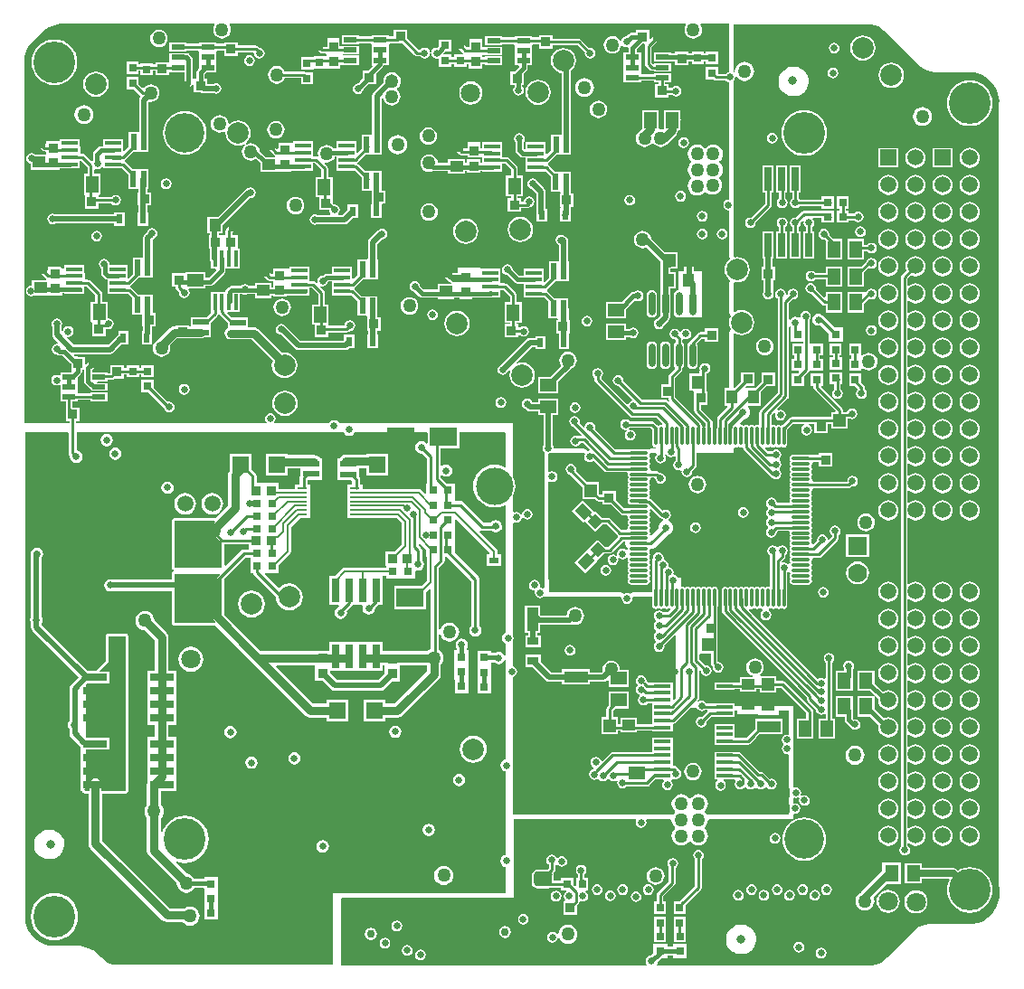
<source format=gbl>
G04*
G04 #@! TF.GenerationSoftware,Altium Limited,Altium Designer,18.1.7 (191)*
G04*
G04 Layer_Physical_Order=4*
G04 Layer_Color=16711680*
%FSLAX25Y25*%
%MOIN*%
G70*
G01*
G75*
%ADD10C,0.01000*%
%ADD12C,0.01500*%
%ADD16C,0.00787*%
%ADD28R,0.08661X0.02756*%
%ADD31R,0.09843X0.06693*%
%ADD32R,0.04724X0.06000*%
%ADD33R,0.04134X0.04724*%
%ADD37R,0.06000X0.06000*%
%ADD39R,0.04724X0.04134*%
%ADD42R,0.06000X0.04724*%
%ADD43R,0.03150X0.03150*%
%ADD44R,0.04331X0.08661*%
%ADD46R,0.02756X0.08661*%
%ADD47R,0.08661X0.04331*%
%ADD52R,0.03543X0.03543*%
%ADD55C,0.03200*%
%ADD97C,0.02000*%
%ADD98C,0.03000*%
%ADD100C,0.02500*%
%ADD101C,0.07087*%
%ADD102C,0.07874*%
%ADD103C,0.15354*%
%ADD104C,0.14567*%
%ADD105C,0.13780*%
%ADD106R,0.07000X0.07000*%
%ADD107C,0.07000*%
%ADD108C,0.05906*%
%ADD109R,0.05906X0.05906*%
%ADD110C,0.02500*%
%ADD111C,0.05000*%
%ADD112C,0.03000*%
%ADD113R,0.05906X0.01772*%
%ADD114R,0.03150X0.03150*%
%ADD115R,0.03000X0.03000*%
%ADD116R,0.04724X0.04724*%
%ADD117R,0.03543X0.03543*%
%ADD118R,0.02244X0.05906*%
%ADD119R,0.04724X0.04724*%
%ADD120R,0.03543X0.02480*%
%ADD121R,0.03504X0.02480*%
%ADD122R,0.02480X0.03543*%
%ADD123R,0.02480X0.03504*%
%ADD124R,0.05000X0.02000*%
G04:AMPARAMS|DCode=125|XSize=41.34mil|YSize=47.24mil|CornerRadius=0mil|HoleSize=0mil|Usage=FLASHONLY|Rotation=225.000|XOffset=0mil|YOffset=0mil|HoleType=Round|Shape=Rectangle|*
%AMROTATEDRECTD125*
4,1,4,-0.00209,0.03132,0.03132,-0.00209,0.00209,-0.03132,-0.03132,0.00209,-0.00209,0.03132,0.0*
%
%ADD125ROTATEDRECTD125*%

G04:AMPARAMS|DCode=126|XSize=41.34mil|YSize=47.24mil|CornerRadius=0mil|HoleSize=0mil|Usage=FLASHONLY|Rotation=135.000|XOffset=0mil|YOffset=0mil|HoleType=Round|Shape=Rectangle|*
%AMROTATEDRECTD126*
4,1,4,0.03132,0.00209,-0.00209,-0.03132,-0.03132,-0.00209,0.00209,0.03132,0.03132,0.00209,0.0*
%
%ADD126ROTATEDRECTD126*%

%ADD127R,0.06102X0.01181*%
%ADD128R,0.05906X0.02244*%
G04:AMPARAMS|DCode=129|XSize=55.12mil|YSize=66.93mil|CornerRadius=13.78mil|HoleSize=0mil|Usage=FLASHONLY|Rotation=90.000|XOffset=0mil|YOffset=0mil|HoleType=Round|Shape=RoundedRectangle|*
%AMROUNDEDRECTD129*
21,1,0.05512,0.03937,0,0,90.0*
21,1,0.02756,0.06693,0,0,90.0*
1,1,0.02756,0.01968,0.01378*
1,1,0.02756,0.01968,-0.01378*
1,1,0.02756,-0.01968,-0.01378*
1,1,0.02756,-0.01968,0.01378*
%
%ADD129ROUNDEDRECTD129*%
%ADD130R,0.01772X0.05906*%
%ADD131R,0.03543X0.00787*%
%ADD132R,0.12598X0.09449*%
%ADD133O,0.06890X0.01181*%
%ADD134O,0.01181X0.06890*%
%ADD135R,0.03937X0.05118*%
%ADD136P,0.05568X4X180.0*%
%ADD137R,0.04134X0.03150*%
%ADD138O,0.02362X0.08661*%
%ADD139C,0.00900*%
G36*
X314649Y347987D02*
X316091Y347388D01*
X317389Y346519D01*
X317940Y345966D01*
X317974Y345935D01*
X318052Y345883D01*
X318138Y345848D01*
X318229Y345830D01*
X318275Y345827D01*
X330756Y333347D01*
X330756Y333347D01*
X331483Y332688D01*
X333113Y331599D01*
X334924Y330849D01*
X336847Y330466D01*
X337827Y330418D01*
X351559D01*
X352708Y330142D01*
X354343Y329465D01*
X355852Y328540D01*
X356570Y327927D01*
X357733Y326764D01*
X358347Y326045D01*
X359271Y324536D01*
X359949Y322901D01*
X360362Y321180D01*
X360473Y319771D01*
X360402Y319416D01*
Y30709D01*
X360402Y30410D01*
X360402Y30410D01*
X360422Y30228D01*
X360422Y30228D01*
X360496Y29284D01*
Y27334D01*
X360414Y26296D01*
X359943Y24332D01*
X359170Y22466D01*
X358191Y20869D01*
X356811Y19489D01*
X356811Y19489D01*
X356114Y18792D01*
X354476Y17698D01*
X352657Y16944D01*
X350725Y16560D01*
X349433D01*
X335662Y16559D01*
X335661Y16559D01*
X334681Y16511D01*
X332759Y16129D01*
X330948Y15379D01*
X329318Y14290D01*
X328591Y13631D01*
X319094Y4134D01*
X319094Y4134D01*
X318398Y3438D01*
X316760Y2343D01*
X314940Y1590D01*
X313341Y1271D01*
X312673Y1324D01*
X312211Y1360D01*
X311756Y1266D01*
X311647Y1245D01*
X311615Y1223D01*
X234581D01*
X234346Y1664D01*
X234504Y1902D01*
X234622Y2493D01*
X236056Y3927D01*
X238079D01*
Y4718D01*
X240223D01*
Y3927D01*
X245373D01*
Y9077D01*
X240223D01*
Y8286D01*
X238079D01*
Y9077D01*
X232930D01*
Y5848D01*
X232099Y5017D01*
X231507Y4899D01*
X230763Y4402D01*
X230265Y3657D01*
X230091Y2780D01*
X230265Y1902D01*
X230424Y1664D01*
X230188Y1223D01*
X117897D01*
X117820Y25969D01*
X118173Y26323D01*
X181677D01*
X181677Y55339D01*
X226449D01*
X226716Y54839D01*
X226612Y54683D01*
X226461Y53922D01*
X226612Y53161D01*
X227043Y52516D01*
X227688Y52085D01*
X228449Y51934D01*
X229210Y52085D01*
X229855Y52516D01*
X230286Y53161D01*
X230437Y53922D01*
X230286Y54683D01*
X230181Y54839D01*
X230448Y55339D01*
X239400Y55339D01*
X239729Y54963D01*
X239722Y54906D01*
X239842Y53992D01*
X240195Y53141D01*
X240756Y52410D01*
X241051Y52184D01*
Y51684D01*
X240756Y51458D01*
X240195Y50726D01*
X239842Y49875D01*
X239722Y48961D01*
X239842Y48048D01*
X240195Y47196D01*
X240756Y46465D01*
X241487Y45904D01*
X242338Y45551D01*
X243252Y45431D01*
X244166Y45551D01*
X245017Y45904D01*
X245748Y46465D01*
X246121Y46951D01*
X246722D01*
X247094Y46465D01*
X247825Y45904D01*
X248677Y45551D01*
X249590Y45431D01*
X250504Y45551D01*
X251356Y45904D01*
X252087Y46465D01*
X252648Y47196D01*
X253000Y48048D01*
X253121Y48961D01*
X253000Y49875D01*
X252648Y50726D01*
X252087Y51458D01*
X251792Y51684D01*
Y52184D01*
X252087Y52410D01*
X252648Y53141D01*
X253000Y53992D01*
X253121Y54906D01*
X253113Y54963D01*
X253443Y55339D01*
X284472D01*
Y56816D01*
X284859Y57133D01*
X285192Y57067D01*
X285953Y57218D01*
X286598Y57649D01*
X287029Y58294D01*
X287181Y59055D01*
X287029Y59816D01*
X286598Y60461D01*
X285953Y60892D01*
X285192Y61043D01*
X284859Y60977D01*
X284472Y61294D01*
Y62714D01*
X284972Y63040D01*
X285511Y62933D01*
X286272Y63084D01*
X286512Y63244D01*
X286872Y62884D01*
X286815Y62799D01*
X286664Y62038D01*
X286815Y61277D01*
X287246Y60632D01*
X287891Y60201D01*
X288652Y60050D01*
X289413Y60201D01*
X290058Y60632D01*
X290489Y61277D01*
X290640Y62038D01*
X290489Y62799D01*
X290058Y63444D01*
X289413Y63875D01*
X288652Y64026D01*
X287891Y63875D01*
X287652Y63715D01*
X287291Y64075D01*
X287348Y64160D01*
X287499Y64921D01*
X287348Y65682D01*
X286917Y66327D01*
X286272Y66758D01*
X285511Y66909D01*
X284972Y66802D01*
X284472Y67128D01*
X284472Y96835D01*
X262948Y96835D01*
Y97929D01*
X255446D01*
Y97862D01*
X252589D01*
X252256Y98359D01*
X251611Y98790D01*
X250850Y98942D01*
X250090Y98790D01*
X249610Y98470D01*
X249291Y98858D01*
X249589Y99156D01*
X249855Y99553D01*
X249948Y100022D01*
Y109802D01*
X250448Y109851D01*
X250588Y109145D01*
X251019Y108500D01*
X251664Y108069D01*
X252425Y107918D01*
X253186Y108069D01*
X253831Y108500D01*
X254262Y109145D01*
X254413Y109906D01*
X254262Y110667D01*
X253831Y111312D01*
X253186Y111743D01*
X252425Y111894D01*
X252210Y111852D01*
X249867Y114194D01*
Y115949D01*
X250150Y116332D01*
X254273D01*
Y112544D01*
X254366Y112076D01*
X254631Y111679D01*
X254928Y111381D01*
X254886Y111166D01*
X255037Y110405D01*
X255468Y109760D01*
X256113Y109329D01*
X256874Y109178D01*
X257635Y109329D01*
X258280Y109760D01*
X258711Y110405D01*
X258862Y111166D01*
X258711Y111927D01*
X258280Y112572D01*
X257635Y113003D01*
X256874Y113154D01*
X256719Y113281D01*
Y133458D01*
X256812Y133922D01*
Y139630D01*
X256712Y140134D01*
X256426Y140561D01*
X255999Y140846D01*
X255496Y140946D01*
X254992Y140846D01*
X254566Y140561D01*
X254458D01*
X254031Y140846D01*
X253527Y140946D01*
X253024Y140846D01*
X252597Y140561D01*
X252489D01*
X252063Y140846D01*
X251559Y140946D01*
X251055Y140846D01*
X250628Y140561D01*
X250521D01*
X250094Y140846D01*
X249590Y140946D01*
X249087Y140846D01*
X248660Y140561D01*
X248552D01*
X248126Y140846D01*
X247622Y140946D01*
X247118Y140846D01*
X246691Y140561D01*
X246584D01*
X246157Y140846D01*
X245654Y140946D01*
X245150Y140846D01*
X244723Y140561D01*
X244615D01*
X244188Y140846D01*
X243685Y140946D01*
X243599Y140929D01*
X243213Y141246D01*
Y144040D01*
X242086D01*
X242073Y144107D01*
X241642Y144752D01*
X240997Y145183D01*
X240745Y145233D01*
X240357Y145820D01*
X240413Y146102D01*
X240262Y146863D01*
X239831Y147508D01*
X239186Y147939D01*
X238935Y147989D01*
X238547Y148576D01*
X238603Y148858D01*
X238452Y149619D01*
X238020Y150264D01*
X237375Y150695D01*
X237124Y150745D01*
X236736Y151332D01*
X236792Y151615D01*
X236641Y152376D01*
X236210Y153021D01*
X235565Y153452D01*
X234804Y153603D01*
X234043Y153452D01*
X233398Y153021D01*
X232967Y152376D01*
X232816Y151615D01*
X232868Y151354D01*
X232712Y151121D01*
X232619Y150653D01*
Y144040D01*
Y140095D01*
X232527Y139630D01*
Y138758D01*
X225488Y138758D01*
X225414Y138743D01*
X225338Y138751D01*
X225123Y138686D01*
X224903Y138642D01*
X224840Y138600D01*
X224767Y138578D01*
X224594Y138435D01*
X224407Y138310D01*
X224005Y138372D01*
X223244Y138524D01*
X222483Y138372D01*
X222081Y138310D01*
X221894Y138435D01*
X221721Y138578D01*
X221648Y138600D01*
X221585Y138642D01*
X221364Y138686D01*
X221149Y138751D01*
X221074Y138743D01*
X221000Y138758D01*
X194435Y138758D01*
X194407Y140373D01*
X194427Y140474D01*
Y143477D01*
X194397Y143624D01*
Y143775D01*
X194345Y144040D01*
X194315D01*
Y179447D01*
X194756Y179683D01*
X194932Y179565D01*
X195693Y179414D01*
X196454Y179565D01*
X197099Y179996D01*
X197530Y180641D01*
X197681Y181402D01*
X197530Y182163D01*
X197099Y182808D01*
X196454Y183239D01*
X195693Y183390D01*
X194932Y183239D01*
X194756Y183121D01*
X194315Y183357D01*
Y190020D01*
X194997Y190156D01*
X195036Y190182D01*
X207512D01*
X207779Y189682D01*
X207675Y189525D01*
X207523Y188764D01*
X207675Y188004D01*
X208106Y187358D01*
X208751Y186927D01*
X209512Y186776D01*
X210273Y186927D01*
X210918Y187358D01*
X211063Y187373D01*
X214985Y183450D01*
X215382Y183185D01*
X215850Y183092D01*
X223177D01*
X223520Y182592D01*
X223471Y182347D01*
X223572Y181843D01*
X223857Y181417D01*
Y181309D01*
X223572Y180882D01*
X223471Y180378D01*
X223572Y179875D01*
X223629Y179789D01*
X223830Y179394D01*
X223629Y178999D01*
X223572Y178914D01*
X223471Y178410D01*
X223572Y177907D01*
X223629Y177821D01*
X223830Y177426D01*
X223629Y177031D01*
X223572Y176945D01*
X223471Y176442D01*
X223572Y175938D01*
X223857Y175511D01*
Y175403D01*
X223572Y174977D01*
X223471Y174473D01*
X223572Y173969D01*
X223629Y173884D01*
X223830Y173489D01*
X223629Y173094D01*
X223572Y173008D01*
X223471Y172504D01*
X223572Y172001D01*
X223857Y171574D01*
X224284Y171289D01*
X224787Y171189D01*
X227389D01*
X227820Y171103D01*
X230339D01*
Y169883D01*
X224787D01*
X224323Y169791D01*
X222184D01*
X219149Y172826D01*
Y176039D01*
X214205D01*
Y174791D01*
X213286D01*
X213046Y175031D01*
Y179425D01*
X208652D01*
X204456Y183621D01*
X204571Y184197D01*
X204419Y184958D01*
X203989Y185603D01*
X203344Y186034D01*
X202583Y186186D01*
X201822Y186034D01*
X201177Y185603D01*
X200746Y184958D01*
X200594Y184197D01*
X200746Y183437D01*
X201177Y182792D01*
X201822Y182361D01*
X202364Y182253D01*
X206922Y177695D01*
Y173301D01*
X211316D01*
X211914Y172702D01*
X212311Y172437D01*
X212779Y172344D01*
X214205D01*
Y171096D01*
X217418D01*
X220812Y167702D01*
X221209Y167437D01*
X221677Y167344D01*
X223177D01*
X223520Y166844D01*
X223471Y166599D01*
X223572Y166095D01*
X223857Y165669D01*
Y165561D01*
X223572Y165134D01*
X223471Y164630D01*
X223572Y164127D01*
X223857Y163700D01*
Y163592D01*
X223572Y163166D01*
X223471Y162662D01*
X223520Y162417D01*
X223177Y161917D01*
X221160D01*
X217148Y165929D01*
X216752Y166194D01*
X216283Y166287D01*
X214157D01*
X211732Y168712D01*
X211656Y168636D01*
X211248Y168414D01*
X206917Y172745D01*
X203004Y168832D01*
X207335Y164501D01*
X207550Y164716D01*
X207958Y164938D01*
X211732Y161164D01*
X214408Y163840D01*
X215777D01*
X219788Y159828D01*
X219861Y159780D01*
X219931Y159143D01*
X216367Y155578D01*
X215122D01*
X212428Y158273D01*
X208654Y154499D01*
Y154499D01*
X208398Y154169D01*
X204067Y149839D01*
X207980Y145926D01*
X212311Y150256D01*
X212282Y150285D01*
X212428Y150725D01*
X214835Y153131D01*
X216874D01*
X217342Y153225D01*
X217739Y153490D01*
X221751Y157501D01*
X222410D01*
X222727Y157115D01*
X222656Y156756D01*
X222818Y155941D01*
X223280Y155249D01*
X223503Y155101D01*
X223491Y154884D01*
X223471Y154788D01*
X223482Y154734D01*
X223476Y154622D01*
X223136Y154439D01*
X223036Y154413D01*
X222414Y154829D01*
X221654Y154980D01*
X220893Y154829D01*
X220248Y154398D01*
X219817Y153753D01*
X219665Y152992D01*
X219730Y152665D01*
X219280Y152364D01*
X218855Y152648D01*
X218094Y152800D01*
X217334Y152648D01*
X216688Y152217D01*
X216258Y151573D01*
X216106Y150812D01*
X216258Y150051D01*
X216688Y149406D01*
X217334Y148975D01*
X218094Y148823D01*
X218855Y148975D01*
X219500Y149406D01*
X219931Y150051D01*
X220083Y150812D01*
X220018Y151139D01*
X220467Y151439D01*
X220893Y151155D01*
X221654Y151004D01*
X222414Y151155D01*
X222955Y151517D01*
X223400Y151488D01*
X223564Y151441D01*
X223593Y151387D01*
X223572Y151355D01*
X223471Y150851D01*
X223572Y150347D01*
X223629Y150262D01*
X223830Y149867D01*
X223629Y149472D01*
X223572Y149386D01*
X223471Y148882D01*
X223572Y148379D01*
X223629Y148293D01*
X223830Y147898D01*
X223629Y147503D01*
X223572Y147417D01*
X223471Y146914D01*
X223572Y146410D01*
X223857Y145984D01*
Y145876D01*
X223572Y145449D01*
X223489Y145031D01*
X223471Y144946D01*
X223572Y144442D01*
X223629Y144356D01*
X223830Y143961D01*
X223629Y143566D01*
X223572Y143481D01*
X223471Y142977D01*
X223572Y142473D01*
X223857Y142047D01*
X224284Y141761D01*
X224787Y141661D01*
X230496D01*
X230999Y141761D01*
X231426Y142047D01*
X231712Y142473D01*
X231812Y142977D01*
X231712Y143481D01*
X231655Y143566D01*
X231454Y143961D01*
X231655Y144356D01*
X231712Y144442D01*
X231731Y144540D01*
X231812Y144946D01*
X231712Y145449D01*
X231426Y145876D01*
Y145984D01*
X231712Y146410D01*
X231812Y146914D01*
X231712Y147417D01*
X231655Y147503D01*
X231454Y147898D01*
X231655Y148293D01*
X231712Y148379D01*
X231812Y148882D01*
X231712Y149386D01*
X231655Y149472D01*
X231454Y149867D01*
X231655Y150262D01*
X231712Y150347D01*
X231812Y150851D01*
X231712Y151355D01*
X231426Y151781D01*
Y151889D01*
X231712Y152316D01*
X231812Y152820D01*
X231712Y153323D01*
X231655Y153409D01*
X231454Y153804D01*
X231655Y154199D01*
X231712Y154284D01*
X231798Y154717D01*
X232046D01*
X232826Y154873D01*
X233488Y155315D01*
X238115Y159942D01*
X238241Y159959D01*
X238910Y160236D01*
X239484Y160677D01*
X239925Y161251D01*
X240202Y161920D01*
X240297Y162638D01*
X240202Y163356D01*
X239925Y164025D01*
X239484Y164599D01*
X238910Y165040D01*
X238630Y165156D01*
X238575Y165720D01*
X238929Y165956D01*
X239360Y166601D01*
X239511Y167362D01*
X239360Y168123D01*
X238929Y168768D01*
X238284Y169199D01*
X237523Y169350D01*
X236762Y169199D01*
X236362Y168932D01*
X232103Y173192D01*
X231857Y173356D01*
X231706Y173457D01*
X231709Y173966D01*
X231712Y173969D01*
X231812Y174473D01*
X231712Y174977D01*
X231426Y175403D01*
Y175511D01*
X231712Y175938D01*
X231812Y176442D01*
X231712Y176945D01*
X231655Y177031D01*
X231454Y177426D01*
X231655Y177821D01*
X231712Y177907D01*
X231812Y178410D01*
X231712Y178914D01*
X231655Y178999D01*
X231454Y179394D01*
X231655Y179789D01*
X231712Y179875D01*
X231812Y180378D01*
X231763Y180623D01*
X232106Y181124D01*
X233130D01*
X233586Y180850D01*
X233737Y180089D01*
X234168Y179444D01*
X234813Y179013D01*
X235574Y178862D01*
X236335Y179013D01*
X236980Y179444D01*
X237411Y180089D01*
X237562Y180850D01*
X237411Y181611D01*
X236980Y182256D01*
X236335Y182687D01*
X235574Y182838D01*
X235359Y182795D01*
X234942Y183212D01*
X234545Y183477D01*
X234077Y183571D01*
X232106D01*
X231763Y184071D01*
X231812Y184316D01*
X231712Y184819D01*
X231426Y185246D01*
Y185354D01*
X231712Y185781D01*
X231812Y186284D01*
X231712Y186788D01*
X231655Y186873D01*
X231454Y187268D01*
X231655Y187663D01*
X231712Y187749D01*
X231812Y188253D01*
X231712Y188756D01*
X231655Y188842D01*
X231454Y189237D01*
X231655Y189632D01*
X231712Y189717D01*
X231804Y190182D01*
X234026D01*
X234167Y189848D01*
X234203Y189682D01*
X233793Y189068D01*
X233642Y188307D01*
X233793Y187546D01*
X234224Y186901D01*
X234869Y186470D01*
X235630Y186319D01*
X236391Y186470D01*
X237036Y186901D01*
X237467Y187546D01*
X237618Y188307D01*
X237467Y189068D01*
X237221Y189436D01*
X237490Y189934D01*
X237623Y189932D01*
X237651Y189790D01*
X238082Y189145D01*
X238727Y188714D01*
X239488Y188563D01*
X240249Y188714D01*
X240629Y188968D01*
X241129Y188701D01*
Y187276D01*
X240946Y187154D01*
X240515Y186509D01*
X240364Y185748D01*
X240515Y184987D01*
X240946Y184342D01*
X241591Y183911D01*
X242352Y183760D01*
X242973Y183883D01*
X243314Y183635D01*
X243408Y183507D01*
X243366Y183298D01*
X243517Y182537D01*
X243949Y181892D01*
X244594Y181461D01*
X245354Y181310D01*
X246115Y181461D01*
X246760Y181892D01*
X247191Y182537D01*
X247342Y183298D01*
X247300Y183513D01*
X248487Y184701D01*
X248752Y185097D01*
X248846Y185566D01*
Y190182D01*
X262464D01*
Y191763D01*
X262909Y192060D01*
X263076Y192310D01*
X263370Y192252D01*
X263874Y192352D01*
X264300Y192637D01*
X264408D01*
X264835Y192352D01*
X265338Y192252D01*
X265583Y192300D01*
X265739Y192248D01*
X266077Y192005D01*
X266122Y191938D01*
X266177Y191664D01*
X266442Y191267D01*
X276174Y181535D01*
X276571Y181270D01*
X276642Y181256D01*
X276817Y180994D01*
X277462Y180563D01*
X278223Y180412D01*
X278984Y180563D01*
X279629Y180994D01*
X280060Y181639D01*
X280211Y182400D01*
X280060Y183161D01*
X279629Y183806D01*
X279426Y183941D01*
Y184441D01*
X279631Y184578D01*
X280062Y185223D01*
X280214Y185984D01*
X280062Y186745D01*
X279631Y187390D01*
X279429Y187525D01*
Y188025D01*
X279634Y188163D01*
X280065Y188807D01*
X280217Y189568D01*
X280065Y190329D01*
X279634Y190974D01*
X278989Y191405D01*
X278228Y191557D01*
X277467Y191405D01*
X276822Y190974D01*
X276701Y190792D01*
X275186D01*
X274257Y191722D01*
X274352Y192319D01*
X274571Y192423D01*
X274677Y192352D01*
X275181Y192252D01*
X275685Y192352D01*
X276111Y192637D01*
X276219D01*
X276646Y192352D01*
X277150Y192252D01*
X277653Y192352D01*
X278080Y192637D01*
X278188D01*
X278614Y192352D01*
X279118Y192252D01*
X279622Y192352D01*
X280048Y192637D01*
X280156D01*
X280583Y192352D01*
X281086Y192252D01*
X281590Y192352D01*
X282017Y192637D01*
X282302Y193064D01*
X282402Y193568D01*
Y198901D01*
X284467Y200966D01*
X288544D01*
X288585Y200856D01*
X288627Y200466D01*
X288067Y200092D01*
X287635Y199446D01*
X287484Y198686D01*
X287635Y197925D01*
X288067Y197280D01*
X288712Y196849D01*
X289472Y196697D01*
X290233Y196849D01*
X290878Y197280D01*
X291309Y197925D01*
X291461Y198686D01*
X291309Y199446D01*
X290878Y200092D01*
X290318Y200466D01*
X290359Y200856D01*
X290401Y200966D01*
X292355D01*
Y197474D01*
X297298D01*
Y200966D01*
X298497D01*
Y199127D01*
X304621D01*
Y202832D01*
X305387D01*
X305444Y202794D01*
X306205Y202642D01*
X306965Y202794D01*
X307611Y203225D01*
X308042Y203870D01*
X308193Y204630D01*
X308042Y205391D01*
X307611Y206036D01*
X306965Y206467D01*
X306205Y206619D01*
X305444Y206467D01*
X304799Y206036D01*
X304368Y205391D01*
X304345Y205279D01*
X303425D01*
X303290Y205252D01*
X302783D01*
Y206028D01*
X302689Y206496D01*
X302424Y206893D01*
X294857Y214460D01*
X295064Y214960D01*
X295500D01*
Y219510D01*
X290951D01*
Y214960D01*
X292002D01*
Y214362D01*
X292095Y213893D01*
X292360Y213496D01*
X300105Y205752D01*
X299898Y205252D01*
X298497D01*
Y203413D01*
X283961D01*
X283492Y203320D01*
X283095Y203055D01*
X280489Y200448D01*
X280048Y200207D01*
X279622Y200492D01*
X279118Y200592D01*
X278614Y200492D01*
X278188Y200207D01*
X278080D01*
X277653Y200492D01*
X277150Y200592D01*
X276905Y200543D01*
X276405Y200886D01*
Y204121D01*
X277543Y205260D01*
X277932Y204941D01*
X277927Y204934D01*
X277776Y204173D01*
X277927Y203412D01*
X278358Y202767D01*
X279003Y202336D01*
X279764Y202185D01*
X280525Y202336D01*
X281170Y202767D01*
X281601Y203412D01*
X281752Y204173D01*
X281601Y204934D01*
X281170Y205579D01*
X280525Y206010D01*
X279764Y206161D01*
X279003Y206010D01*
X278996Y206005D01*
X278677Y206394D01*
X282549Y210266D01*
X282815Y210663D01*
X282908Y211131D01*
Y236576D01*
X283408Y236841D01*
X283462Y236804D01*
X283709Y236412D01*
X283709Y236412D01*
X283709Y236412D01*
Y231262D01*
X288135D01*
Y230537D01*
X284083D01*
Y226137D01*
X285060D01*
Y225010D01*
X284009D01*
Y220460D01*
X286472D01*
X286663Y219998D01*
X286175Y219510D01*
X284009D01*
Y214960D01*
X288558D01*
Y218433D01*
X290223Y220098D01*
X290456Y220447D01*
X290951Y220460D01*
X290991Y220460D01*
X295500D01*
Y225010D01*
X294384D01*
Y226137D01*
X295426D01*
Y230537D01*
X291082D01*
X291026Y230537D01*
X290582Y230673D01*
Y239315D01*
X290915Y239815D01*
X291067Y240575D01*
X290915Y241336D01*
X290484Y241981D01*
X289840Y242412D01*
X289079Y242564D01*
X288318Y242412D01*
X287673Y241981D01*
X287242Y241336D01*
X287090Y240575D01*
X287136Y240346D01*
X286686Y240045D01*
X286256Y240333D01*
X285378Y240507D01*
X284500Y240333D01*
X283756Y239835D01*
X283408Y239315D01*
X282908Y239466D01*
Y245508D01*
X284194Y246795D01*
X284409Y246752D01*
X285170Y246903D01*
X285815Y247334D01*
X286246Y247979D01*
X286398Y248740D01*
X286246Y249501D01*
X285815Y250146D01*
X285170Y250577D01*
X284409Y250728D01*
X283649Y250577D01*
X283004Y250146D01*
X282573Y249501D01*
X282431Y248791D01*
X282346Y248696D01*
X282314Y248678D01*
X282242Y248687D01*
X281789Y248950D01*
X281679Y249501D01*
X281248Y250146D01*
X280603Y250577D01*
X279842Y250728D01*
X279082Y250577D01*
X278437Y250146D01*
X278006Y249501D01*
X277854Y248740D01*
X278006Y247979D01*
X278437Y247334D01*
X278761Y247118D01*
Y212342D01*
X272347Y205929D01*
X272082Y205532D01*
X271989Y205064D01*
Y200886D01*
X271489Y200543D01*
X271244Y200592D01*
X270741Y200492D01*
X270314Y200207D01*
X270206D01*
X269779Y200492D01*
X269275Y200592D01*
X268772Y200492D01*
X268345Y200207D01*
X268237D01*
X267811Y200492D01*
X267307Y200592D01*
X266803Y200492D01*
X266377Y200207D01*
X266269D01*
X265842Y200492D01*
X265338Y200592D01*
X265315Y200587D01*
X265069Y201048D01*
X266460Y202440D01*
X266636Y202463D01*
X267305Y202740D01*
X267880Y203181D01*
X268321Y203755D01*
X268598Y204425D01*
X268692Y205142D01*
X268598Y205860D01*
X268321Y206529D01*
X267880Y207104D01*
X267792Y207171D01*
X267962Y207671D01*
X272456D01*
Y212695D01*
X274637Y214875D01*
X277771D01*
Y219819D01*
X272828D01*
Y216527D01*
X270489Y214189D01*
X267137D01*
X266797Y214555D01*
X267274Y215033D01*
X270330D01*
Y219976D01*
X265387D01*
Y216606D01*
X262970Y214189D01*
X262464D01*
Y234169D01*
X262913Y234390D01*
X263158Y234202D01*
X264285Y233735D01*
X265496Y233576D01*
X266706Y233735D01*
X267834Y234202D01*
X268803Y234945D01*
X269546Y235914D01*
X270014Y237042D01*
X270173Y238253D01*
X270014Y239463D01*
X269546Y240591D01*
X268803Y241560D01*
X267834Y242303D01*
X266706Y242770D01*
X265496Y242930D01*
X264285Y242770D01*
X263158Y242303D01*
X262913Y242115D01*
X262464Y242337D01*
Y252764D01*
X262965Y253174D01*
X263803Y253064D01*
X265014Y253223D01*
X266142Y253690D01*
X267110Y254434D01*
X267853Y255402D01*
X268321Y256530D01*
X268480Y257741D01*
X268321Y258951D01*
X267853Y260079D01*
X267110Y261048D01*
X266142Y261791D01*
X265014Y262258D01*
X263803Y262418D01*
X262965Y262307D01*
X262464Y262718D01*
X262464Y280760D01*
X262569Y280917D01*
X262720Y281678D01*
X262569Y282439D01*
X262464Y282595D01*
Y327261D01*
X262611Y327359D01*
X263041Y328004D01*
X263192Y328759D01*
X263213Y328773D01*
X263662Y328967D01*
X264102Y328394D01*
X264833Y327833D01*
X265685Y327481D01*
X266598Y327360D01*
X267512Y327481D01*
X268363Y327833D01*
X269095Y328394D01*
X269656Y329125D01*
X270008Y329977D01*
X270128Y330890D01*
X270008Y331804D01*
X269656Y332656D01*
X269095Y333387D01*
X268363Y333948D01*
X267512Y334300D01*
X266598Y334421D01*
X265685Y334300D01*
X264833Y333948D01*
X264102Y333387D01*
X263541Y332656D01*
X263188Y331804D01*
X263068Y330890D01*
X263097Y330674D01*
X262629Y330399D01*
X262464Y330521D01*
Y348292D01*
X300457Y348292D01*
X312337Y348292D01*
X312337Y348292D01*
X312337Y348292D01*
X313118Y348292D01*
X314649Y347987D01*
D02*
G37*
G36*
X15111Y348371D02*
X22740Y348371D01*
X71102D01*
X71324Y347922D01*
X71243Y347818D01*
X70921Y347039D01*
X70811Y346204D01*
X70921Y345369D01*
X71243Y344590D01*
X71756Y343922D01*
X72425Y343409D01*
X73203Y343086D01*
X74039Y342976D01*
X74874Y343086D01*
X75652Y343409D01*
X76321Y343922D01*
X76834Y344590D01*
X77156Y345369D01*
X77266Y346204D01*
X77156Y347039D01*
X76834Y347818D01*
X76754Y347922D01*
X76975Y348371D01*
X244754D01*
X244975Y347922D01*
X244866Y347780D01*
X244544Y347001D01*
X244434Y346166D01*
X244544Y345331D01*
X244866Y344552D01*
X245379Y343884D01*
X246047Y343371D01*
X246826Y343048D01*
X247661Y342938D01*
X248497Y343048D01*
X249275Y343371D01*
X249944Y343884D01*
X250457Y344552D01*
X250779Y345331D01*
X250889Y346166D01*
X250779Y347001D01*
X250457Y347780D01*
X250347Y347922D01*
X250568Y348371D01*
X260871D01*
X260935Y348292D01*
Y330699D01*
X260444Y330601D01*
X259799Y330170D01*
X259677Y329988D01*
X256865D01*
Y332568D01*
X252316D01*
Y328018D01*
X255135D01*
X255254Y327899D01*
X255651Y327634D01*
X256119Y327541D01*
X259677D01*
X259799Y327359D01*
X260444Y326927D01*
X260935Y326830D01*
Y283833D01*
X260732Y283666D01*
X259971Y283515D01*
X259326Y283084D01*
X258895Y282439D01*
X258744Y281678D01*
X258895Y280917D01*
X259326Y280272D01*
X259971Y279841D01*
X260732Y279690D01*
X260935Y279523D01*
X260935Y262718D01*
X260950Y262644D01*
X260942Y262568D01*
X261008Y262353D01*
X261052Y262133D01*
X261094Y262070D01*
X261116Y261997D01*
X261002Y261436D01*
X260496Y261048D01*
X259753Y260079D01*
X259285Y258951D01*
X259126Y257741D01*
X259285Y256530D01*
X259753Y255402D01*
X260496Y254434D01*
X261002Y254045D01*
X261116Y253484D01*
X261094Y253412D01*
X261052Y253349D01*
X261008Y253128D01*
X260942Y252913D01*
X260950Y252838D01*
X260935Y252764D01*
Y242337D01*
X260984Y242092D01*
X261016Y241845D01*
X261042Y241801D01*
X261052Y241751D01*
X261190Y241544D01*
X261315Y241328D01*
X261355Y241297D01*
X261383Y241255D01*
X261501Y240663D01*
X261446Y240591D01*
X260978Y239463D01*
X260819Y238253D01*
X260978Y237042D01*
X261446Y235914D01*
X261501Y235842D01*
X261383Y235250D01*
X261355Y235208D01*
X261315Y235177D01*
X261190Y234961D01*
X261052Y234754D01*
X261042Y234704D01*
X261016Y234660D01*
X260984Y234413D01*
X260935Y234169D01*
Y214189D01*
X259245D01*
Y214189D01*
Y207671D01*
X260140D01*
X260348Y207171D01*
X257436Y204259D01*
D01*
X256599Y203422D01*
X256334Y203026D01*
X256241Y202557D01*
Y202556D01*
X255654Y201969D01*
X254866Y201969D01*
X253575Y203259D01*
X253556Y203251D01*
X250476Y206331D01*
Y208025D01*
X252968D01*
Y212968D01*
X252874D01*
X252495Y213261D01*
Y219386D01*
X252817Y219498D01*
X252818Y219498D01*
X252920Y219567D01*
X253463Y219929D01*
X253894Y220574D01*
X254045Y221335D01*
X253894Y222096D01*
X253463Y222741D01*
X252818Y223172D01*
X252057Y223323D01*
X251296Y223172D01*
X250651Y222741D01*
X250220Y222096D01*
X250069Y221335D01*
X250133Y221012D01*
X250130Y221006D01*
X250036Y220538D01*
Y219386D01*
X246371D01*
Y213261D01*
X247646D01*
X248024Y212968D01*
Y208025D01*
X248028D01*
Y205824D01*
X248122Y205356D01*
X248387Y204959D01*
X252126Y201220D01*
Y199709D01*
X250820D01*
X250814Y199740D01*
Y200457D01*
X250721Y200925D01*
X250456Y201323D01*
X241050Y210728D01*
Y217864D01*
X243271Y220084D01*
X243536Y220481D01*
X243629Y220949D01*
Y221650D01*
X243762Y221739D01*
X244177Y222361D01*
X244323Y223095D01*
Y229394D01*
X244177Y230128D01*
X243762Y230750D01*
X243629Y230839D01*
Y231983D01*
X244129Y232250D01*
X244200Y232203D01*
X244961Y232052D01*
X245722Y232203D01*
X246367Y232634D01*
X246797Y233279D01*
X246949Y234040D01*
X246797Y234801D01*
X246367Y235446D01*
X245722Y235877D01*
X244961Y236028D01*
X244200Y235877D01*
X243555Y235446D01*
X243253Y234995D01*
X242691D01*
X242390Y235446D01*
X241745Y235877D01*
X240984Y236028D01*
X240223Y235877D01*
X239578Y235446D01*
X239147Y234801D01*
X238996Y234040D01*
X239147Y233279D01*
X239578Y232634D01*
X240223Y232203D01*
X240984Y232052D01*
X241182Y231581D01*
Y230839D01*
X241049Y230750D01*
X240634Y230128D01*
X240488Y229394D01*
Y223095D01*
X240634Y222361D01*
X241049Y221739D01*
X240951Y221225D01*
X238962Y219236D01*
X238696Y218839D01*
X238603Y218371D01*
Y215409D01*
X235741D01*
Y210466D01*
X238603D01*
Y210221D01*
X238696Y209753D01*
X238863Y209504D01*
X238475Y209185D01*
X238165Y209494D01*
X237768Y209759D01*
X237300Y209853D01*
X228783D01*
X221969Y216667D01*
X222012Y216882D01*
X221860Y217643D01*
X221429Y218288D01*
X220784Y218719D01*
X220023Y218870D01*
X219263Y218719D01*
X219183Y218665D01*
X218949Y218619D01*
X218552Y218354D01*
X218286Y217957D01*
X218240Y217722D01*
X218187Y217643D01*
X218035Y216882D01*
X218187Y216121D01*
X218618Y215476D01*
X219263Y215045D01*
X220023Y214894D01*
X220239Y214936D01*
X225197Y209978D01*
X225052Y209499D01*
X224853Y209459D01*
X224208Y209029D01*
X223797Y208413D01*
X223715Y208337D01*
X223293Y208209D01*
X213939Y217564D01*
X213870Y218107D01*
X214301Y218752D01*
X214453Y219512D01*
X214301Y220273D01*
X213870Y220918D01*
X213225Y221349D01*
X212464Y221501D01*
X211704Y221349D01*
X211059Y220918D01*
X210628Y220273D01*
X210476Y219512D01*
X210628Y218752D01*
X211059Y218107D01*
X211241Y217985D01*
Y217307D01*
X211334Y216839D01*
X211599Y216442D01*
X224473Y203569D01*
X224870Y203303D01*
X225338Y203210D01*
X234084D01*
X236287Y201007D01*
X236040Y200546D01*
X235811Y200592D01*
X235307Y200492D01*
X234880Y200207D01*
X234773D01*
X234346Y200492D01*
X234311Y200499D01*
X233290Y201519D01*
X232893Y201784D01*
X232425Y201878D01*
X224268D01*
X224146Y202060D01*
X223501Y202491D01*
X222740Y202642D01*
X221979Y202491D01*
X221334Y202060D01*
X220903Y201415D01*
X220752Y200654D01*
X220903Y199893D01*
X221334Y199248D01*
X221979Y198817D01*
X222740Y198666D01*
X223024Y198723D01*
X223219Y198251D01*
X223027Y198123D01*
X222596Y197478D01*
X222445Y196717D01*
X222596Y195956D01*
X223027Y195311D01*
X223672Y194880D01*
X224433Y194729D01*
X225194Y194880D01*
X225839Y195311D01*
X226270Y195956D01*
X226421Y196717D01*
X226270Y197478D01*
X225839Y198123D01*
X225194Y198554D01*
X224433Y198705D01*
X224254Y198670D01*
X224059Y199141D01*
X224296Y199431D01*
X231918D01*
X232527Y198822D01*
Y193568D01*
X232627Y193064D01*
X232912Y192637D01*
X233339Y192352D01*
X233842Y192252D01*
X234084Y191913D01*
X234026Y191711D01*
X231804D01*
X231656Y191682D01*
X231506D01*
X231366Y191624D01*
X231219Y191595D01*
X231093Y191511D01*
X230954Y191453D01*
X230948Y191447D01*
X230496Y191537D01*
X224787D01*
X224323Y191445D01*
X219034D01*
X211457Y199021D01*
X211579Y199630D01*
X211427Y200391D01*
X210996Y201036D01*
X210351Y201467D01*
X209591Y201619D01*
X208830Y201467D01*
X208185Y201036D01*
X207754Y200391D01*
X207651Y199874D01*
X207118Y199700D01*
X205762Y201055D01*
X205909Y201796D01*
X205758Y202557D01*
X205327Y203202D01*
X204682Y203633D01*
X203921Y203784D01*
X203160Y203633D01*
X202515Y203202D01*
X202084Y202557D01*
X201933Y201796D01*
X202084Y201035D01*
X202515Y200390D01*
X203160Y199959D01*
X203457Y199900D01*
X206432Y196925D01*
X206241Y196463D01*
X205003D01*
X204971Y196457D01*
X204354Y196579D01*
X203593Y196428D01*
X202948Y195997D01*
X202517Y195352D01*
X202366Y194591D01*
X202517Y193830D01*
X202948Y193185D01*
X203593Y192754D01*
X204354Y192603D01*
X205115Y192754D01*
X205760Y193185D01*
X206191Y193830D01*
X206228Y194016D01*
X206937D01*
X209482Y191470D01*
X209291Y191008D01*
X208774D01*
X208718Y191076D01*
X208594Y191263D01*
X208530Y191305D01*
X208482Y191364D01*
X208284Y191470D01*
X208097Y191595D01*
X208023Y191610D01*
X207956Y191645D01*
X207733Y191667D01*
X207512Y191711D01*
X196456D01*
X196224Y191993D01*
X196073Y192754D01*
X196048Y192791D01*
Y204064D01*
X198015D01*
Y210189D01*
X190615D01*
Y208860D01*
X188403D01*
X188353Y208909D01*
X188317Y209092D01*
X187886Y209737D01*
X187241Y210168D01*
X186480Y210319D01*
X185719Y210168D01*
X185074Y209737D01*
X184643Y209092D01*
X184492Y208331D01*
X184643Y207571D01*
X185074Y206926D01*
X185719Y206494D01*
X185902Y206458D01*
X186459Y205901D01*
X187022Y205525D01*
X187685Y205393D01*
X187685Y205393D01*
X190615D01*
Y204064D01*
X192582D01*
Y193026D01*
X192399Y192754D01*
X192248Y191993D01*
X192399Y191232D01*
X192830Y190587D01*
X192890Y190547D01*
X192873Y190458D01*
X192815Y190319D01*
Y190168D01*
X192786Y190020D01*
Y183357D01*
X192829Y183137D01*
X192851Y182913D01*
X192887Y182846D01*
X192898Y182794D01*
X192898Y180011D01*
X192887Y179958D01*
X192851Y179891D01*
X192829Y179668D01*
X192786Y179447D01*
Y144040D01*
X192897Y143477D01*
Y140474D01*
X192397Y140207D01*
X192021Y140459D01*
X191260Y140610D01*
X191099Y141088D01*
X191161Y141402D01*
X191010Y142163D01*
X190579Y142808D01*
X189934Y143239D01*
X189173Y143390D01*
X188412Y143239D01*
X187767Y142808D01*
X187336Y142163D01*
X187185Y141402D01*
X187336Y140641D01*
X187767Y139996D01*
X188412Y139565D01*
X189173Y139414D01*
X189334Y138936D01*
X189272Y138622D01*
X189423Y137861D01*
X189854Y137216D01*
X190499Y136785D01*
X191260Y136634D01*
X192021Y136785D01*
X192443Y137067D01*
X192898Y137229D01*
X192898Y137229D01*
X192898Y137229D01*
X221000Y137229D01*
X221317Y136842D01*
X221256Y136535D01*
X221407Y135775D01*
X221838Y135130D01*
X222483Y134699D01*
X223244Y134547D01*
X224005Y134699D01*
X224650Y135130D01*
X225081Y135775D01*
X225232Y136535D01*
X225171Y136842D01*
X225488Y137229D01*
X232527Y137229D01*
Y133922D01*
X232627Y133418D01*
X232912Y132991D01*
X233339Y132706D01*
X233842Y132606D01*
X234346Y132706D01*
X234773Y132991D01*
X234880D01*
X235307Y132706D01*
X235811Y132606D01*
X236315Y132706D01*
X236741Y132991D01*
X236849D01*
X237276Y132706D01*
X237779Y132606D01*
X238283Y132706D01*
X238660Y132958D01*
X239113Y132763D01*
X239245Y132235D01*
X238392Y131382D01*
X236614D01*
X236492Y131564D01*
X235847Y131995D01*
X235086Y132147D01*
X234326Y131995D01*
X233681Y131564D01*
X233249Y130919D01*
X233098Y130158D01*
X233249Y129397D01*
X233681Y128753D01*
X233955Y128569D01*
Y127968D01*
X233681Y127784D01*
X233249Y127139D01*
X233098Y126379D01*
X233249Y125618D01*
X233681Y124973D01*
X233955Y124789D01*
Y124188D01*
X233681Y124005D01*
X233249Y123360D01*
X233098Y122599D01*
X233249Y121838D01*
X233681Y121193D01*
X233955Y121010D01*
Y120408D01*
X233681Y120225D01*
X233249Y119580D01*
X233098Y118819D01*
X233249Y118058D01*
X233681Y117413D01*
X234326Y116982D01*
X235086Y116831D01*
X235847Y116982D01*
X236492Y117413D01*
X236923Y118058D01*
X237075Y118819D01*
X236980Y119297D01*
X240821Y123139D01*
X241283Y122947D01*
X241283Y99840D01*
X240575Y99131D01*
X240113Y99323D01*
Y103025D01*
Y105606D01*
X232611D01*
Y105539D01*
X231024D01*
X230449Y106114D01*
X230475Y106244D01*
X230324Y107005D01*
X229893Y107650D01*
X229248Y108081D01*
X228487Y108232D01*
X227726Y108081D01*
X227081Y107650D01*
X226650Y107005D01*
X226499Y106244D01*
X226650Y105483D01*
X227081Y104838D01*
X227098Y104827D01*
Y104420D01*
X227038Y104266D01*
X226633Y103659D01*
X226481Y102898D01*
X226633Y102137D01*
X227064Y101492D01*
X227709Y101061D01*
X227819Y101039D01*
X227948Y100525D01*
X227517Y99880D01*
X227366Y99119D01*
X227517Y98358D01*
X227948Y97713D01*
X228593Y97282D01*
X229354Y97131D01*
X230115Y97282D01*
X230760Y97713D01*
X230935Y97974D01*
X232611D01*
Y95348D01*
Y92789D01*
Y90185D01*
X226865D01*
Y92614D01*
X220741D01*
Y90185D01*
X219936D01*
Y92732D01*
X218097D01*
Y95242D01*
X218849Y95994D01*
X223881D01*
Y102118D01*
X216481D01*
Y97086D01*
X216009Y96614D01*
X215744Y96217D01*
X215650Y95749D01*
Y92732D01*
X213812D01*
Y86608D01*
X219936D01*
Y87738D01*
X220741D01*
Y87080D01*
X226865D01*
Y87738D01*
X232611D01*
Y87671D01*
X240113D01*
Y90297D01*
X240223D01*
X240691Y90390D01*
X241088Y90655D01*
X246638Y96205D01*
X249011D01*
X249013Y96193D01*
X249444Y95547D01*
X250090Y95117D01*
X250850Y94965D01*
X251611Y95117D01*
X252058Y95415D01*
X252781D01*
X252937Y95041D01*
X252948Y94915D01*
X250941Y92908D01*
X250693Y92957D01*
X249932Y92806D01*
X249287Y92375D01*
X248856Y91730D01*
X248705Y90969D01*
X248856Y90208D01*
X249287Y89563D01*
X249932Y89132D01*
X250693Y88981D01*
X251454Y89132D01*
X252099Y89563D01*
X252530Y90208D01*
X252681Y90969D01*
X252645Y91151D01*
X254349Y92856D01*
X255446D01*
Y92789D01*
X262948D01*
Y95306D01*
X264035D01*
Y93957D01*
X271437D01*
Y93682D01*
X279161D01*
Y95306D01*
X282943D01*
Y86662D01*
X282557Y86345D01*
X282292Y86398D01*
X281532Y86246D01*
X280887Y85815D01*
X280455Y85170D01*
X280304Y84409D01*
X280455Y83649D01*
X280801Y83131D01*
X280854Y82795D01*
X280801Y82459D01*
X280455Y81942D01*
X280304Y81181D01*
X280455Y80420D01*
X280887Y79775D01*
X281532Y79344D01*
X282292Y79193D01*
X282556Y79245D01*
X282943Y78928D01*
Y67128D01*
X282974Y66971D01*
X282976Y66812D01*
X283032Y66681D01*
X283059Y66543D01*
X283148Y66410D01*
X283211Y66263D01*
X283312Y66164D01*
X283370Y66078D01*
Y63765D01*
X283312Y63678D01*
X283211Y63579D01*
X283148Y63432D01*
X283059Y63300D01*
X283032Y63161D01*
X282976Y63030D01*
X282974Y62871D01*
X282943Y62714D01*
Y61294D01*
X282958Y61220D01*
X282950Y61144D01*
X283015Y60929D01*
X283059Y60709D01*
X283102Y60646D01*
X283123Y60573D01*
X283266Y60400D01*
X283370Y60244D01*
Y59838D01*
X283356Y59816D01*
X283204Y59055D01*
X283356Y58294D01*
X283370Y58273D01*
Y57866D01*
X283266Y57711D01*
X283123Y57537D01*
X283102Y57464D01*
X283059Y57401D01*
X283015Y57181D01*
X282950Y56966D01*
X282939Y56953D01*
X252431D01*
X252087Y57402D01*
X251792Y57629D01*
Y58128D01*
X252087Y58355D01*
X252648Y59086D01*
X253000Y59937D01*
X253121Y60851D01*
X253000Y61765D01*
X252648Y62616D01*
X252087Y63347D01*
X251356Y63908D01*
X250504Y64261D01*
X249590Y64381D01*
X248677Y64261D01*
X247825Y63908D01*
X247094Y63347D01*
X246722Y62862D01*
X246121D01*
X245748Y63347D01*
X245017Y63908D01*
X244166Y64261D01*
X243252Y64381D01*
X242338Y64261D01*
X241487Y63908D01*
X240756Y63347D01*
X240195Y62616D01*
X239842Y61765D01*
X239722Y60851D01*
X239842Y59937D01*
X240195Y59086D01*
X240756Y58355D01*
X241051Y58128D01*
Y57629D01*
X240756Y57402D01*
X240411Y56953D01*
X181362Y56953D01*
X181362Y107681D01*
X181532Y107715D01*
X182177Y108146D01*
X182608Y108791D01*
X182760Y109552D01*
X182608Y110313D01*
X182177Y110958D01*
X181532Y111389D01*
X181362Y111423D01*
Y121498D01*
X181461Y121993D01*
X181362Y122488D01*
X181362Y164277D01*
X181862Y164573D01*
X182465Y164453D01*
X183225Y164605D01*
X183870Y165036D01*
X184301Y165681D01*
X184429Y166322D01*
X184822Y166465D01*
X184930Y166472D01*
X185153Y166138D01*
X185798Y165707D01*
X186559Y165556D01*
X187320Y165707D01*
X187965Y166138D01*
X188396Y166783D01*
X188547Y167544D01*
X188396Y168305D01*
X187965Y168950D01*
X187320Y169381D01*
X186559Y169532D01*
X185798Y169381D01*
X185153Y168950D01*
X184722Y168305D01*
X184595Y167664D01*
X184202Y167520D01*
X184094Y167513D01*
X183870Y167847D01*
X183225Y168278D01*
X182465Y168430D01*
X181862Y168310D01*
X181362Y168606D01*
Y174735D01*
X181536Y175061D01*
X181970Y176491D01*
X182117Y177979D01*
X181970Y179467D01*
X181536Y180898D01*
X181362Y181224D01*
X181362Y201048D01*
X117217D01*
X117215Y201061D01*
X116784Y201706D01*
X116139Y202137D01*
X115378Y202288D01*
X114617Y202137D01*
X113972Y201706D01*
X113541Y201061D01*
X113539Y201048D01*
X93515D01*
X93382Y201299D01*
X93317Y201548D01*
X93710Y202136D01*
X93861Y202897D01*
X93710Y203658D01*
X93279Y204303D01*
X92634Y204734D01*
X91873Y204885D01*
X91112Y204734D01*
X90467Y204303D01*
X90036Y203658D01*
X89885Y202897D01*
X90036Y202136D01*
X90430Y201548D01*
X90365Y201299D01*
X90231Y201048D01*
X20263D01*
Y201923D01*
X21511D01*
Y206866D01*
X19164D01*
X18880Y207150D01*
Y209072D01*
X20861D01*
Y209769D01*
X25485D01*
Y209072D01*
X31885D01*
Y212472D01*
X25485D01*
Y212216D01*
X21215D01*
X20861Y212570D01*
Y212812D01*
X20861Y212972D01*
Y216212D01*
X20861D01*
Y216553D01*
X20861D01*
Y218063D01*
X22053Y219254D01*
X22374Y219734D01*
X22486Y220300D01*
Y220702D01*
X23257D01*
Y216652D01*
X23369Y216086D01*
X23690Y215607D01*
X25829Y213467D01*
X26159Y213246D01*
X26165Y213034D01*
X31970D01*
X31992Y213056D01*
Y215930D01*
X28992D01*
X28685Y215991D01*
X27887D01*
X27846Y216053D01*
X28113Y216553D01*
X31885D01*
Y217249D01*
X33275D01*
X33744Y217343D01*
X34141Y217608D01*
X34212Y217680D01*
X37766D01*
Y219125D01*
X38984D01*
Y218073D01*
X43534D01*
Y219125D01*
X44201D01*
Y218073D01*
X48750D01*
Y222623D01*
X44201D01*
Y221572D01*
X43534D01*
Y222623D01*
X38984D01*
Y221572D01*
X37766D01*
Y222623D01*
X32823D01*
Y219751D01*
X32769Y219696D01*
X31885D01*
Y219953D01*
X26213D01*
Y220777D01*
X27211Y221774D01*
X27531Y222254D01*
X27644Y222820D01*
X27531Y223385D01*
X27211Y223865D01*
X26731Y224185D01*
X26165Y224298D01*
X25600Y224185D01*
X25120Y223865D01*
X23979Y222724D01*
X23479Y222932D01*
Y225645D01*
X21241D01*
X20693Y225755D01*
X19927D01*
X19530Y226152D01*
X19721Y226614D01*
X32835D01*
X33498Y226746D01*
X34060Y227121D01*
X37109Y230171D01*
X39641D01*
Y235075D01*
X35761D01*
Y233687D01*
X35648Y233612D01*
X32117Y230080D01*
X19426D01*
X16929Y232578D01*
X17176Y233038D01*
X17386Y232997D01*
X18147Y233148D01*
X18792Y233579D01*
X19223Y234224D01*
X19374Y234985D01*
X19223Y235746D01*
X18792Y236391D01*
X18147Y236822D01*
X17386Y236973D01*
X16625Y236822D01*
X15980Y236391D01*
X15549Y235746D01*
X15446Y235227D01*
X14946Y235277D01*
Y236904D01*
X15049Y237059D01*
X15201Y237820D01*
X15049Y238580D01*
X14618Y239225D01*
X13973Y239656D01*
X13213Y239808D01*
X12452Y239656D01*
X11807Y239225D01*
X11376Y238580D01*
X11224Y237820D01*
X11376Y237059D01*
X11479Y236904D01*
Y233843D01*
X11611Y233180D01*
X11987Y232617D01*
X13728Y230876D01*
X13482Y230415D01*
X13370Y230438D01*
X12609Y230286D01*
X11964Y229855D01*
X11533Y229210D01*
X11382Y228449D01*
X11533Y227689D01*
X11964Y227044D01*
X12609Y226613D01*
X13278Y226480D01*
X13670Y226217D01*
X14236Y226105D01*
X15395D01*
X18269Y223231D01*
X18536Y223053D01*
Y220702D01*
X18536D01*
X18703Y220217D01*
X18492Y219953D01*
X14461D01*
Y218994D01*
X14020Y218759D01*
X13855Y218869D01*
X13094Y219020D01*
X12334Y218869D01*
X11688Y218438D01*
X11258Y217793D01*
X11106Y217032D01*
X11258Y216271D01*
X11688Y215626D01*
X12334Y215195D01*
X13094Y215044D01*
X13855Y215195D01*
X14020Y215306D01*
X14461Y215070D01*
Y212972D01*
X14461Y212472D01*
X14461Y212312D01*
Y209072D01*
X16433D01*
Y206643D01*
X16526Y206175D01*
X16568Y206113D01*
Y201923D01*
X17816D01*
Y201048D01*
X1223D01*
Y334276D01*
X1240Y334358D01*
X1242Y334382D01*
X1223Y334661D01*
X1221Y334674D01*
X1374Y336618D01*
X1510Y337303D01*
X2264Y339123D01*
X3358Y340761D01*
X4055Y341457D01*
X8039Y345442D01*
X8039Y345442D01*
X8039Y345442D01*
X8736Y346138D01*
X10374Y347233D01*
X12194Y347986D01*
X14126Y348371D01*
X15111Y348371D01*
D02*
G37*
G36*
X178646Y197587D02*
Y185191D01*
X178217Y184934D01*
X177524Y185304D01*
X176037Y185755D01*
X174490Y185907D01*
X172944Y185755D01*
X171457Y185304D01*
X170086Y184571D01*
X168885Y183585D01*
X167899Y182384D01*
X167166Y181013D01*
X166715Y179526D01*
X166562Y177979D01*
X166715Y176433D01*
X167166Y174945D01*
X167899Y173575D01*
X168885Y172373D01*
X170086Y171388D01*
X171457Y170655D01*
X172944Y170204D01*
X174490Y170051D01*
X176037Y170204D01*
X177524Y170655D01*
X178217Y171025D01*
X178646Y170768D01*
Y124122D01*
X178595Y124112D01*
X177850Y123615D01*
X177353Y122871D01*
X177178Y121993D01*
X177353Y121115D01*
X177850Y120371D01*
X178595Y119873D01*
X178646Y119863D01*
Y115561D01*
X178146Y115512D01*
X178143Y115524D01*
X177646Y116268D01*
X176902Y116765D01*
X176024Y116940D01*
X175146Y116765D01*
X174821Y116548D01*
X173259D01*
Y117339D01*
X168110D01*
Y112339D01*
X168110Y111839D01*
X168110Y111689D01*
Y106906D01*
X168110Y106689D01*
X168110D01*
X168184Y106437D01*
X168184Y106437D01*
Y101437D01*
X173184D01*
Y106437D01*
X173184Y106437D01*
X173259Y106689D01*
X173259D01*
X173259Y106906D01*
Y111689D01*
X173259Y112189D01*
X173259Y112339D01*
Y112980D01*
X174468D01*
X175146Y112526D01*
X176024Y112352D01*
X176902Y112526D01*
X177646Y113024D01*
X178143Y113768D01*
X178146Y113779D01*
X178646Y113730D01*
X178646Y110397D01*
X178478Y109552D01*
X178646Y108707D01*
Y77271D01*
X178004Y77144D01*
X177260Y76646D01*
X176762Y75902D01*
X176588Y75024D01*
X176762Y74146D01*
X177260Y73402D01*
X178004Y72905D01*
X178646Y72777D01*
Y42027D01*
X178043Y41908D01*
X177299Y41410D01*
X176802Y40666D01*
X176627Y39788D01*
X176802Y38910D01*
X177299Y38166D01*
X178043Y37668D01*
X178646Y37549D01*
Y27898D01*
X114984Y27898D01*
Y1529D01*
X34091D01*
X33865Y1559D01*
X32067Y2304D01*
X30429Y3398D01*
X29732Y4095D01*
Y4095D01*
X29567Y4261D01*
X29275Y4603D01*
X28932Y4895D01*
X28685Y5142D01*
X27991Y5771D01*
X26435Y6811D01*
X26058Y6967D01*
X25816Y7116D01*
X23835Y7936D01*
X21802Y8424D01*
X21802Y8424D01*
X21555Y8436D01*
X21325Y8436D01*
X21324Y8436D01*
X21308Y8436D01*
X12402D01*
X12357Y8427D01*
X12303Y8422D01*
X10616Y8555D01*
X8970Y8950D01*
X7406Y9598D01*
X5963Y10483D01*
X4676Y11582D01*
X3576Y12869D01*
X2692Y14312D01*
X2044Y15876D01*
X1649Y17522D01*
X1529Y19043D01*
Y197863D01*
X17156Y197870D01*
X17510Y197517D01*
Y190103D01*
X17626Y189518D01*
X17958Y189022D01*
X18066Y188913D01*
X18044Y188804D01*
X18219Y187926D01*
X18716Y187182D01*
X19461Y186684D01*
X20338Y186510D01*
X21216Y186684D01*
X21961Y187182D01*
X22458Y187926D01*
X22633Y188804D01*
X22458Y189682D01*
X21961Y190426D01*
X21216Y190923D01*
X20569Y191052D01*
Y197871D01*
X118796Y197915D01*
X118810Y197847D01*
X119307Y197103D01*
X120051Y196606D01*
X120929Y196431D01*
X121807Y196606D01*
X122551Y197103D01*
X123048Y197847D01*
X123062Y197916D01*
X149457Y197928D01*
X149811Y197575D01*
Y193706D01*
X149311Y193555D01*
X149087Y193891D01*
X148342Y194388D01*
X147465Y194562D01*
X146587Y194388D01*
X145842Y193891D01*
X145345Y193146D01*
X145170Y192268D01*
X145345Y191390D01*
X145842Y190646D01*
X146587Y190149D01*
X147465Y189974D01*
X147574Y189996D01*
X149439Y188131D01*
Y179016D01*
X149299D01*
Y175301D01*
X148837Y175110D01*
X147446Y176502D01*
X146985Y176810D01*
X146441Y176918D01*
X125787D01*
Y178465D01*
X125017D01*
Y180556D01*
X124901Y181141D01*
X124570Y181637D01*
X124468Y181738D01*
Y184522D01*
X127226D01*
Y181969D01*
X135226D01*
Y189969D01*
X127226D01*
Y189620D01*
X119590D01*
X118615Y189426D01*
X117788Y188874D01*
X117344Y188209D01*
X116563D01*
Y183965D01*
Y180225D01*
X121656D01*
X121959Y179922D01*
Y178465D01*
X120244D01*
Y175678D01*
Y170953D01*
Y166229D01*
X122878D01*
X123016Y166202D01*
X138415D01*
X140265Y164352D01*
Y156566D01*
X137636Y153938D01*
X134102D01*
Y148394D01*
X134462D01*
Y147863D01*
X119275D01*
X118732Y147754D01*
X118271Y147446D01*
X115628Y144804D01*
X113472D01*
Y134142D01*
X116989D01*
X117269Y133642D01*
X117154Y133453D01*
X116901Y133403D01*
X116156Y132905D01*
X115659Y132161D01*
X115485Y131283D01*
X115659Y130405D01*
X116156Y129661D01*
X116901Y129164D01*
X117779Y128989D01*
X118657Y129164D01*
X119401Y129661D01*
X119898Y130405D01*
X120073Y131283D01*
X119979Y131754D01*
X121932Y133707D01*
X122223Y134142D01*
X123228D01*
Y134142D01*
X123472D01*
Y134142D01*
X125699D01*
X125978Y133642D01*
X125828Y132887D01*
X126003Y132009D01*
X126500Y131264D01*
X127244Y130767D01*
X128122Y130593D01*
X129000Y130767D01*
X129744Y131264D01*
X130242Y132009D01*
X130416Y132887D01*
X130394Y132996D01*
X131541Y134142D01*
X133228D01*
Y144804D01*
X133639Y145021D01*
X134462D01*
Y143867D01*
X139612D01*
Y143867D01*
X139962D01*
Y143867D01*
X145112D01*
Y146561D01*
X145612Y146879D01*
X146283Y146746D01*
X147161Y146921D01*
X147906Y147418D01*
X148403Y148162D01*
X148577Y149040D01*
X148403Y149918D01*
X147906Y150662D01*
X147813Y150724D01*
Y154230D01*
X147696Y154815D01*
X147365Y155312D01*
X146546Y156130D01*
Y156697D01*
X147008Y156889D01*
X149299Y154598D01*
Y151977D01*
X149547D01*
Y151087D01*
X149539Y151045D01*
Y143124D01*
X147597Y141182D01*
X137409D01*
Y132489D01*
X149252D01*
Y138818D01*
X150564Y140129D01*
X151025Y139938D01*
Y117916D01*
X150321Y117624D01*
X149659Y117116D01*
X133228D01*
Y120375D01*
X128472D01*
Y120375D01*
X128228D01*
Y120375D01*
X123472D01*
X123472Y120375D01*
X123228D01*
Y120375D01*
X122972Y120375D01*
X118472D01*
Y120375D01*
X118228D01*
Y120375D01*
X113472D01*
Y117273D01*
X108354D01*
Y117050D01*
X88374D01*
X74902Y130522D01*
X74941Y130714D01*
Y143487D01*
X74895Y143717D01*
X82776Y151599D01*
X84418D01*
Y145953D01*
X85498D01*
X85580Y145540D01*
X85911Y145044D01*
X93865Y137090D01*
X93863Y137072D01*
X94033Y135783D01*
X94530Y134582D01*
X95321Y133550D01*
X96353Y132759D01*
X97554Y132262D01*
X98842Y132092D01*
X100131Y132262D01*
X101332Y132759D01*
X102364Y133550D01*
X103155Y134582D01*
X103652Y135783D01*
X103822Y137072D01*
X103652Y138360D01*
X103155Y139561D01*
X102364Y140593D01*
X101332Y141384D01*
X100131Y141881D01*
X98842Y142051D01*
X97554Y141881D01*
X96353Y141384D01*
X95321Y140593D01*
X95278Y140536D01*
X94779Y140503D01*
X89765Y145517D01*
X90035Y145953D01*
X95068D01*
Y148846D01*
X99090Y152869D01*
X99399Y153330D01*
X99507Y153874D01*
Y162854D01*
X102882Y166229D01*
X106496D01*
Y169378D01*
Y174103D01*
Y178465D01*
X105647D01*
Y180257D01*
X105714Y180323D01*
X110886D01*
Y184064D01*
Y188308D01*
X110104D01*
X109779Y188795D01*
X108952Y189348D01*
X107976Y189542D01*
X98372D01*
Y189969D01*
X90372D01*
Y181969D01*
X98372D01*
Y184444D01*
X102980D01*
Y181887D01*
X102705Y181476D01*
X102589Y180890D01*
Y178465D01*
X100953D01*
Y176918D01*
X94882D01*
Y179095D01*
X86789D01*
Y181756D01*
X86673Y182342D01*
X86341Y182838D01*
X84872Y184307D01*
Y189969D01*
X76872D01*
Y183622D01*
X76487Y183047D01*
X76293Y182071D01*
Y170883D01*
X71495Y166084D01*
X71302Y166123D01*
X56480D01*
X56090Y166045D01*
X55759Y165824D01*
X55538Y165493D01*
X55461Y165103D01*
Y148444D01*
X55477Y148361D01*
X55475Y148275D01*
X55554Y147808D01*
X55594Y147700D01*
X55617Y147587D01*
X55664Y147516D01*
X55695Y147436D01*
X55774Y147352D01*
X55838Y147256D01*
X55909Y147208D01*
X55968Y147146D01*
X56073Y147099D01*
X56105Y147077D01*
X56117Y146821D01*
X56053Y146557D01*
X56051Y146557D01*
X55720Y146336D01*
X55499Y146005D01*
X55421Y145615D01*
Y143441D01*
X33935D01*
X33815Y143522D01*
X32937Y143696D01*
X32059Y143522D01*
X31315Y143024D01*
X30817Y142280D01*
X30643Y141402D01*
X30817Y140524D01*
X31315Y139780D01*
X32059Y139283D01*
X32937Y139108D01*
X33815Y139283D01*
X33935Y139363D01*
X55421D01*
Y127623D01*
X55499Y127233D01*
X55720Y126902D01*
X55759Y126862D01*
X56090Y126641D01*
X56480Y126564D01*
X71420D01*
X71613Y126602D01*
X85516Y112699D01*
X104859Y93355D01*
X105686Y92803D01*
X106662Y92608D01*
X112715D01*
Y91158D01*
X120715D01*
Y99158D01*
X112715D01*
Y97707D01*
X107718D01*
X93934Y111490D01*
X94125Y111952D01*
X108354D01*
Y106218D01*
X111014D01*
X114161Y103070D01*
X114161Y103070D01*
X114823Y102628D01*
X115603Y102473D01*
X132504D01*
X133284Y102628D01*
X133946Y103070D01*
X136907Y106032D01*
X139567D01*
Y112018D01*
X149537D01*
Y109678D01*
X137566Y97707D01*
X134215D01*
Y99158D01*
X126215D01*
Y91158D01*
X134215D01*
Y92608D01*
X138622D01*
X139597Y92803D01*
X140425Y93355D01*
X153889Y106819D01*
X154441Y107646D01*
X154635Y108622D01*
Y112139D01*
X155144Y112802D01*
X155496Y113653D01*
X155616Y114567D01*
X155496Y115480D01*
X155144Y116332D01*
X154583Y117063D01*
X153982Y117524D01*
Y123131D01*
X154464Y123220D01*
X154817Y122369D01*
X155378Y121638D01*
X156109Y121077D01*
X156960Y120724D01*
X157874Y120604D01*
X158788Y120724D01*
X159639Y121077D01*
X160370Y121638D01*
X160931Y122369D01*
X161284Y123220D01*
X161404Y124134D01*
X161284Y125048D01*
X160931Y125899D01*
X160370Y126630D01*
X159639Y127191D01*
X158788Y127544D01*
X157874Y127664D01*
X156960Y127544D01*
X156109Y127191D01*
X155378Y126630D01*
X154817Y125899D01*
X154464Y125048D01*
X153982Y125137D01*
Y147703D01*
X155644Y149364D01*
X155965Y149844D01*
X156077Y150410D01*
Y151977D01*
X156880D01*
X165856Y143001D01*
X165842Y126434D01*
X165748Y126371D01*
X165251Y125627D01*
X165076Y124749D01*
X165251Y123871D01*
X165748Y123126D01*
X166492Y122629D01*
X167370Y122455D01*
X168248Y122629D01*
X168992Y123126D01*
X169489Y123871D01*
X169664Y124749D01*
X169489Y125627D01*
X168992Y126371D01*
X168901Y126432D01*
X168915Y143633D01*
X168915Y143634D01*
X168915Y143634D01*
X168857Y143925D01*
X168799Y144219D01*
X168799Y144219D01*
X168799Y144220D01*
X168636Y144463D01*
X168468Y144715D01*
X168467Y144715D01*
X168467Y144716D01*
X159949Y153234D01*
Y157127D01*
X159949D01*
Y157449D01*
X159949D01*
Y162599D01*
X159949Y162599D01*
Y162922D01*
X159949D01*
X159949Y163099D01*
Y165468D01*
X160411Y165659D01*
X172675Y153394D01*
X172533Y152894D01*
X171425D01*
Y148414D01*
X176968D01*
Y152894D01*
X175618D01*
Y153883D01*
X175510Y154426D01*
X175202Y154887D01*
X168994Y161095D01*
X169082Y161277D01*
X169289Y161507D01*
X169787Y161408D01*
X173596D01*
X174067Y161094D01*
X174945Y160919D01*
X175823Y161094D01*
X176567Y161591D01*
X176688Y161772D01*
X176814Y161856D01*
X177145Y162352D01*
X177262Y162938D01*
X177223Y163133D01*
X177239Y163213D01*
X177064Y164091D01*
X176567Y164835D01*
X175823Y165333D01*
X174945Y165507D01*
X174067Y165333D01*
X173323Y164835D01*
X173076Y164467D01*
X170421D01*
X162837Y172050D01*
X162341Y172382D01*
X161756Y172499D01*
X159949D01*
Y173544D01*
X159949D01*
Y173867D01*
X159949D01*
Y179016D01*
X156816D01*
X154702Y181130D01*
Y181759D01*
X155202Y181965D01*
X155799Y181566D01*
X156677Y181392D01*
X157555Y181566D01*
X158299Y182063D01*
X158797Y182808D01*
X158971Y183686D01*
X158797Y184564D01*
X158299Y185308D01*
X157555Y185805D01*
X156677Y185980D01*
X155799Y185805D01*
X155202Y185406D01*
X154702Y185612D01*
Y191820D01*
X161653D01*
Y197933D01*
X178292Y197941D01*
X178646Y197587D01*
D02*
G37*
G36*
X235337Y166497D02*
X235734Y166232D01*
X235963Y166186D01*
X236117Y165956D01*
X236471Y165720D01*
X236415Y165156D01*
X236136Y165040D01*
X235561Y164599D01*
X235121Y164025D01*
X234843Y163356D01*
X234749Y162638D01*
X234783Y162378D01*
X232314Y159908D01*
X231695Y159997D01*
X231646Y160087D01*
X231655Y160104D01*
X231712Y160190D01*
X231812Y160694D01*
X231712Y161197D01*
X231426Y161624D01*
Y161732D01*
X231712Y162159D01*
X231812Y162662D01*
X231712Y163166D01*
X231655Y163251D01*
X231454Y163646D01*
X231655Y164041D01*
X231712Y164127D01*
X231812Y164630D01*
X231712Y165134D01*
X231426Y165561D01*
Y165669D01*
X231712Y166095D01*
X231812Y166599D01*
X231712Y167103D01*
X231655Y167188D01*
X231454Y167583D01*
X231655Y167978D01*
X231712Y168064D01*
X231812Y168568D01*
X231712Y169071D01*
X231695Y169097D01*
X232216Y169618D01*
X235337Y166497D01*
D02*
G37*
G36*
X83827Y155153D02*
X83827D01*
X83816Y154657D01*
X82143D01*
X81558Y154541D01*
X81062Y154209D01*
X75481Y148629D01*
X75020Y148821D01*
Y156395D01*
X83827D01*
Y155153D01*
D02*
G37*
G36*
X71493Y164641D02*
X69336Y162484D01*
X69004Y161987D01*
X68888Y161402D01*
X69004Y160817D01*
X69336Y160321D01*
X69832Y159989D01*
X70417Y159873D01*
X71003Y159989D01*
X71040Y160014D01*
X73512Y157542D01*
X73512Y157542D01*
X73895Y157383D01*
X74000D01*
Y147977D01*
X56559D01*
X56480Y148444D01*
Y165103D01*
X71302D01*
X71493Y164641D01*
D02*
G37*
G36*
X73403Y145153D02*
X70035Y141785D01*
X69876Y141402D01*
X70035Y141019D01*
X70417Y140861D01*
X70800Y141019D01*
X73459Y143679D01*
X73921Y143487D01*
Y130714D01*
X73459Y130523D01*
X71499Y132484D01*
X71003Y132815D01*
X70417Y132932D01*
X69832Y132815D01*
X69336Y132484D01*
X69004Y131987D01*
X68888Y131402D01*
X69004Y130817D01*
X69336Y130321D01*
X71611Y128045D01*
X71420Y127583D01*
X56480D01*
X56441Y127623D01*
Y140383D01*
X60417D01*
X60807Y140460D01*
X61138Y140681D01*
X61359Y141012D01*
X61437Y141402D01*
X61359Y141792D01*
X61138Y142123D01*
X60807Y142344D01*
X60417Y142422D01*
X56441D01*
Y145615D01*
X73211D01*
X73403Y145153D01*
D02*
G37*
G36*
X134024Y108916D02*
X131659Y106552D01*
X116448D01*
X113898Y109102D01*
Y109713D01*
X118228D01*
Y109713D01*
X118472D01*
Y109713D01*
X122972D01*
X123228Y109713D01*
Y109713D01*
X123472D01*
Y109713D01*
X128228D01*
Y109713D01*
X128472D01*
Y109713D01*
X133228D01*
Y112018D01*
X134024D01*
Y108916D01*
D02*
G37*
%LPC*%
G36*
X299630Y341501D02*
X298869Y341349D01*
X298224Y340918D01*
X297793Y340273D01*
X297642Y339512D01*
X297793Y338752D01*
X298224Y338106D01*
X298869Y337676D01*
X299630Y337524D01*
X300391Y337676D01*
X301036Y338106D01*
X301467Y338752D01*
X301618Y339512D01*
X301467Y340273D01*
X301036Y340918D01*
X300391Y341349D01*
X299630Y341501D01*
D02*
G37*
G36*
X310181Y344189D02*
X308970Y344030D01*
X307842Y343563D01*
X306874Y342820D01*
X306131Y341851D01*
X305663Y340723D01*
X305504Y339512D01*
X305663Y338302D01*
X306131Y337174D01*
X306874Y336205D01*
X307842Y335462D01*
X308970Y334995D01*
X310181Y334835D01*
X311391Y334995D01*
X312520Y335462D01*
X313488Y336205D01*
X314231Y337174D01*
X314699Y338302D01*
X314858Y339512D01*
X314699Y340723D01*
X314231Y341851D01*
X313488Y342820D01*
X312520Y343563D01*
X311391Y344030D01*
X310181Y344189D01*
D02*
G37*
G36*
X299197Y332327D02*
X298436Y332176D01*
X297791Y331745D01*
X297360Y331100D01*
X297209Y330339D01*
X297360Y329578D01*
X297791Y328933D01*
X298436Y328502D01*
X299197Y328351D01*
X299958Y328502D01*
X300603Y328933D01*
X301034Y329578D01*
X301185Y330339D01*
X301034Y331100D01*
X300603Y331745D01*
X299958Y332176D01*
X299197Y332327D01*
D02*
G37*
G36*
X320693Y334071D02*
X319482Y333912D01*
X318354Y333445D01*
X317386Y332701D01*
X316642Y331733D01*
X316175Y330605D01*
X316016Y329394D01*
X316175Y328184D01*
X316642Y327056D01*
X317386Y326087D01*
X318354Y325344D01*
X319482Y324877D01*
X320693Y324717D01*
X321903Y324877D01*
X323031Y325344D01*
X324000Y326087D01*
X324743Y327056D01*
X325210Y328184D01*
X325370Y329394D01*
X325210Y330605D01*
X324743Y331733D01*
X324000Y332701D01*
X323031Y333445D01*
X321903Y333912D01*
X320693Y334071D01*
D02*
G37*
G36*
X285284Y332620D02*
X283938D01*
X283038Y332441D01*
X282190Y332090D01*
X281427Y331580D01*
X281103Y331256D01*
X280257Y330410D01*
Y330410D01*
X280006Y330159D01*
X279610Y329567D01*
X279338Y328910D01*
X279199Y328212D01*
Y326049D01*
X279339Y325348D01*
X279612Y324688D01*
X280010Y324093D01*
X280262Y323840D01*
X280651Y323452D01*
X281055Y323048D01*
X282004Y322414D01*
X283059Y321977D01*
X284180Y321754D01*
X285549D01*
X286458Y321935D01*
X287314Y322289D01*
X288084Y322804D01*
X288244Y322963D01*
X288597Y323317D01*
Y323317D01*
X288974Y323694D01*
X289567Y324582D01*
X289976Y325567D01*
X290184Y326614D01*
Y328200D01*
X290034Y328953D01*
X289740Y329663D01*
X289314Y330301D01*
X288204Y331411D01*
X287317Y332003D01*
X286331Y332412D01*
X285284Y332620D01*
D02*
G37*
G36*
X349570Y327543D02*
X347928Y327382D01*
X346349Y326903D01*
X344893Y326125D01*
X343618Y325078D01*
X342571Y323802D01*
X341793Y322347D01*
X341314Y320768D01*
X341152Y319126D01*
X341314Y317484D01*
X341793Y315904D01*
X342571Y314449D01*
X343618Y313174D01*
X344893Y312127D01*
X346349Y311349D01*
X347928Y310870D01*
X349570Y310708D01*
X351212Y310870D01*
X352791Y311349D01*
X354247Y312127D01*
X355522Y313174D01*
X356569Y314449D01*
X357347Y315904D01*
X357826Y317484D01*
X357988Y319126D01*
X357826Y320768D01*
X357347Y322347D01*
X356569Y323802D01*
X355522Y325078D01*
X354247Y326125D01*
X352791Y326903D01*
X351212Y327382D01*
X349570Y327543D01*
D02*
G37*
G36*
X332150Y317767D02*
X331236Y317647D01*
X330384Y317294D01*
X329653Y316733D01*
X329092Y316002D01*
X328740Y315150D01*
X328619Y314237D01*
X328740Y313323D01*
X329092Y312472D01*
X329653Y311741D01*
X330384Y311180D01*
X331236Y310827D01*
X332150Y310707D01*
X333063Y310827D01*
X333915Y311180D01*
X334646Y311741D01*
X335207Y312472D01*
X335559Y313323D01*
X335680Y314237D01*
X335559Y315150D01*
X335207Y316002D01*
X334646Y316733D01*
X333915Y317294D01*
X333063Y317647D01*
X332150Y317767D01*
D02*
G37*
G36*
X276795Y308233D02*
X276034Y308082D01*
X275389Y307651D01*
X274958Y307006D01*
X274807Y306245D01*
X274958Y305484D01*
X275389Y304839D01*
X276034Y304408D01*
X276795Y304257D01*
X277556Y304408D01*
X278201Y304839D01*
X278632Y305484D01*
X278783Y306245D01*
X278632Y307006D01*
X278201Y307651D01*
X277556Y308082D01*
X276795Y308233D01*
D02*
G37*
G36*
X288591Y316554D02*
X286948Y316392D01*
X285369Y315913D01*
X283914Y315135D01*
X282638Y314088D01*
X281591Y312813D01*
X280814Y311357D01*
X280334Y309778D01*
X280173Y308136D01*
X280334Y306494D01*
X280814Y304915D01*
X281591Y303459D01*
X282638Y302184D01*
X283914Y301137D01*
X285369Y300359D01*
X286948Y299880D01*
X288591Y299718D01*
X290233Y299880D01*
X291812Y300359D01*
X293267Y301137D01*
X294543Y302184D01*
X295589Y303459D01*
X296367Y304915D01*
X296846Y306494D01*
X297008Y308136D01*
X296846Y309778D01*
X296367Y311357D01*
X295589Y312813D01*
X294543Y314088D01*
X293267Y315135D01*
X291812Y315913D01*
X290233Y316392D01*
X288591Y316554D01*
D02*
G37*
G36*
X343224Y302693D02*
X335918D01*
Y295387D01*
X343224D01*
Y302693D01*
D02*
G37*
G36*
X323243D02*
X315938D01*
Y295387D01*
X323243D01*
Y302693D01*
D02*
G37*
G36*
X349590Y302724D02*
X348637Y302599D01*
X347748Y302231D01*
X346985Y301645D01*
X346400Y300882D01*
X346032Y299994D01*
X345906Y299040D01*
X346032Y298086D01*
X346400Y297198D01*
X346985Y296435D01*
X347748Y295849D01*
X348637Y295481D01*
X349590Y295356D01*
X350544Y295481D01*
X351432Y295849D01*
X352196Y296435D01*
X352781Y297198D01*
X353149Y298086D01*
X353275Y299040D01*
X353149Y299994D01*
X352781Y300882D01*
X352196Y301645D01*
X351432Y302231D01*
X350544Y302599D01*
X349590Y302724D01*
D02*
G37*
G36*
X329590D02*
X328637Y302599D01*
X327748Y302231D01*
X326985Y301645D01*
X326400Y300882D01*
X326032Y299994D01*
X325906Y299040D01*
X326032Y298086D01*
X326400Y297198D01*
X326985Y296435D01*
X327748Y295849D01*
X328637Y295481D01*
X329590Y295356D01*
X330544Y295481D01*
X331433Y295849D01*
X332196Y296435D01*
X332781Y297198D01*
X333149Y298086D01*
X333275Y299040D01*
X333149Y299994D01*
X332781Y300882D01*
X332196Y301645D01*
X331433Y302231D01*
X330544Y302599D01*
X329590Y302724D01*
D02*
G37*
G36*
X349590Y292724D02*
X348637Y292599D01*
X347748Y292231D01*
X346985Y291645D01*
X346400Y290882D01*
X346032Y289994D01*
X345906Y289040D01*
X346032Y288086D01*
X346400Y287198D01*
X346985Y286435D01*
X347748Y285849D01*
X348637Y285481D01*
X349590Y285356D01*
X350544Y285481D01*
X351432Y285849D01*
X352196Y286435D01*
X352781Y287198D01*
X353149Y288086D01*
X353275Y289040D01*
X353149Y289994D01*
X352781Y290882D01*
X352196Y291645D01*
X351432Y292231D01*
X350544Y292599D01*
X349590Y292724D01*
D02*
G37*
G36*
X339590D02*
X338637Y292599D01*
X337748Y292231D01*
X336985Y291645D01*
X336400Y290882D01*
X336032Y289994D01*
X335906Y289040D01*
X336032Y288086D01*
X336400Y287198D01*
X336985Y286435D01*
X337748Y285849D01*
X338637Y285481D01*
X339590Y285356D01*
X340544Y285481D01*
X341432Y285849D01*
X342196Y286435D01*
X342781Y287198D01*
X343149Y288086D01*
X343275Y289040D01*
X343149Y289994D01*
X342781Y290882D01*
X342196Y291645D01*
X341432Y292231D01*
X340544Y292599D01*
X339590Y292724D01*
D02*
G37*
G36*
X329590D02*
X328637Y292599D01*
X327748Y292231D01*
X326985Y291645D01*
X326400Y290882D01*
X326032Y289994D01*
X325906Y289040D01*
X326032Y288086D01*
X326400Y287198D01*
X326985Y286435D01*
X327748Y285849D01*
X328637Y285481D01*
X329590Y285356D01*
X330544Y285481D01*
X331433Y285849D01*
X332196Y286435D01*
X332781Y287198D01*
X333149Y288086D01*
X333275Y289040D01*
X333149Y289994D01*
X332781Y290882D01*
X332196Y291645D01*
X331433Y292231D01*
X330544Y292599D01*
X329590Y292724D01*
D02*
G37*
G36*
X319590D02*
X318637Y292599D01*
X317748Y292231D01*
X316985Y291645D01*
X316400Y290882D01*
X316032Y289994D01*
X315906Y289040D01*
X316032Y288086D01*
X316400Y287198D01*
X316985Y286435D01*
X317748Y285849D01*
X318637Y285481D01*
X319590Y285356D01*
X320544Y285481D01*
X321432Y285849D01*
X322196Y286435D01*
X322781Y287198D01*
X323149Y288086D01*
X323275Y289040D01*
X323149Y289994D01*
X322781Y290882D01*
X322196Y291645D01*
X321432Y292231D01*
X320544Y292599D01*
X319590Y292724D01*
D02*
G37*
G36*
X282381Y296192D02*
X278226D01*
Y286131D01*
X279232D01*
Y283929D01*
X279050Y283807D01*
X278619Y283162D01*
X278467Y282402D01*
X278619Y281641D01*
X279050Y280996D01*
X279695Y280565D01*
X280455Y280413D01*
X281216Y280565D01*
X281861Y280996D01*
X282292Y281641D01*
X282444Y282402D01*
X282292Y283162D01*
X281861Y283807D01*
X281679Y283929D01*
Y286131D01*
X282381D01*
Y296192D01*
D02*
G37*
G36*
X287381D02*
X283226D01*
Y286131D01*
X284146D01*
Y283929D01*
X283963Y283807D01*
X283532Y283162D01*
X283381Y282402D01*
X283532Y281641D01*
X283963Y280996D01*
X284608Y280565D01*
X285369Y280413D01*
X286130Y280565D01*
X286775Y280996D01*
X286897Y281178D01*
X295011D01*
Y280300D01*
X299561D01*
Y284850D01*
X295011D01*
Y283625D01*
X286897D01*
X286775Y283807D01*
X286593Y283929D01*
Y286131D01*
X287381D01*
Y296192D01*
D02*
G37*
G36*
X277381D02*
X273226D01*
Y286131D01*
X274080D01*
Y282109D01*
X268955Y276985D01*
X268740Y277028D01*
X267979Y276876D01*
X267334Y276445D01*
X266903Y275800D01*
X266752Y275039D01*
X266903Y274278D01*
X267334Y273634D01*
X267979Y273202D01*
X268740Y273051D01*
X269501Y273202D01*
X270146Y273634D01*
X270577Y274278D01*
X270728Y275039D01*
X270686Y275255D01*
X276169Y280738D01*
X276434Y281135D01*
X276527Y281603D01*
Y286131D01*
X277381D01*
Y296192D01*
D02*
G37*
G36*
X299561Y279637D02*
X295011D01*
Y279413D01*
X288519D01*
X288051Y279319D01*
X287654Y279054D01*
X285584Y276985D01*
X285369Y277028D01*
X284608Y276876D01*
X283963Y276445D01*
X283532Y275800D01*
X283381Y275039D01*
X283532Y274278D01*
X283963Y273634D01*
X284146Y273512D01*
Y271763D01*
X283226D01*
Y261702D01*
X287381D01*
Y271763D01*
X286593D01*
Y273512D01*
X286775Y273634D01*
X287206Y274278D01*
X287357Y275039D01*
X287315Y275255D01*
X288013Y275953D01*
X288442Y275674D01*
X288315Y275039D01*
X288467Y274278D01*
X288898Y273634D01*
X289080Y273512D01*
Y271763D01*
X288226D01*
Y261702D01*
X292381D01*
Y271763D01*
X291527D01*
Y273512D01*
X291709Y273634D01*
X292140Y274278D01*
X292292Y275039D01*
X292140Y275800D01*
X291709Y276445D01*
X291679Y276466D01*
X291831Y276965D01*
X295011D01*
Y275087D01*
X299561D01*
Y279637D01*
D02*
G37*
G36*
X349590Y282724D02*
X348637Y282599D01*
X347748Y282231D01*
X346985Y281645D01*
X346400Y280882D01*
X346032Y279994D01*
X345906Y279040D01*
X346032Y278086D01*
X346400Y277198D01*
X346985Y276435D01*
X347748Y275849D01*
X348637Y275481D01*
X349590Y275356D01*
X350544Y275481D01*
X351432Y275849D01*
X352196Y276435D01*
X352781Y277198D01*
X353149Y278086D01*
X353275Y279040D01*
X353149Y279994D01*
X352781Y280882D01*
X352196Y281645D01*
X351432Y282231D01*
X350544Y282599D01*
X349590Y282724D01*
D02*
G37*
G36*
X339590D02*
X338637Y282599D01*
X337748Y282231D01*
X336985Y281645D01*
X336400Y280882D01*
X336032Y279994D01*
X335906Y279040D01*
X336032Y278086D01*
X336400Y277198D01*
X336985Y276435D01*
X337748Y275849D01*
X338637Y275481D01*
X339590Y275356D01*
X340544Y275481D01*
X341432Y275849D01*
X342196Y276435D01*
X342781Y277198D01*
X343149Y278086D01*
X343275Y279040D01*
X343149Y279994D01*
X342781Y280882D01*
X342196Y281645D01*
X341432Y282231D01*
X340544Y282599D01*
X339590Y282724D01*
D02*
G37*
G36*
X329590D02*
X328637Y282599D01*
X327748Y282231D01*
X326985Y281645D01*
X326400Y280882D01*
X326032Y279994D01*
X325906Y279040D01*
X326032Y278086D01*
X326400Y277198D01*
X326985Y276435D01*
X327748Y275849D01*
X328637Y275481D01*
X329590Y275356D01*
X330544Y275481D01*
X331433Y275849D01*
X332196Y276435D01*
X332781Y277198D01*
X333149Y278086D01*
X333275Y279040D01*
X333149Y279994D01*
X332781Y280882D01*
X332196Y281645D01*
X331433Y282231D01*
X330544Y282599D01*
X329590Y282724D01*
D02*
G37*
G36*
X319590D02*
X318637Y282599D01*
X317748Y282231D01*
X316985Y281645D01*
X316400Y280882D01*
X316032Y279994D01*
X315906Y279040D01*
X316032Y278086D01*
X316400Y277198D01*
X316985Y276435D01*
X317748Y275849D01*
X318637Y275481D01*
X319590Y275356D01*
X320544Y275481D01*
X321432Y275849D01*
X322196Y276435D01*
X322781Y277198D01*
X323149Y278086D01*
X323275Y279040D01*
X323149Y279994D01*
X322781Y280882D01*
X322196Y281645D01*
X321432Y282231D01*
X320544Y282599D01*
X319590Y282724D01*
D02*
G37*
G36*
X305061Y284850D02*
X300512D01*
Y280300D01*
X301563D01*
Y279637D01*
X300512D01*
Y275087D01*
X305061D01*
Y276021D01*
X306937D01*
X307059Y275838D01*
X307704Y275407D01*
X308465Y275256D01*
X309225Y275407D01*
X309870Y275838D01*
X310301Y276483D01*
X310453Y277244D01*
X310301Y278005D01*
X309870Y278650D01*
X309225Y279081D01*
X308465Y279232D01*
X307704Y279081D01*
X307059Y278650D01*
X306937Y278468D01*
X305061D01*
Y279637D01*
X304010D01*
Y280300D01*
X305061D01*
Y284850D01*
D02*
G37*
G36*
X309291Y273760D02*
X308530Y273608D01*
X307886Y273178D01*
X307454Y272533D01*
X307303Y271772D01*
X307454Y271011D01*
X307886Y270366D01*
X308530Y269935D01*
X309291Y269783D01*
X310052Y269935D01*
X310697Y270366D01*
X311128Y271011D01*
X311280Y271772D01*
X311128Y272533D01*
X310697Y273178D01*
X310052Y273608D01*
X309291Y273760D01*
D02*
G37*
G36*
X349590Y272724D02*
X348637Y272599D01*
X347748Y272231D01*
X346985Y271645D01*
X346400Y270882D01*
X346032Y269994D01*
X345906Y269040D01*
X346032Y268086D01*
X346400Y267198D01*
X346985Y266435D01*
X347748Y265849D01*
X348637Y265481D01*
X349590Y265356D01*
X350544Y265481D01*
X351432Y265849D01*
X352196Y266435D01*
X352781Y267198D01*
X353149Y268086D01*
X353275Y269040D01*
X353149Y269994D01*
X352781Y270882D01*
X352196Y271645D01*
X351432Y272231D01*
X350544Y272599D01*
X349590Y272724D01*
D02*
G37*
G36*
X339590D02*
X338637Y272599D01*
X337748Y272231D01*
X336985Y271645D01*
X336400Y270882D01*
X336032Y269994D01*
X335906Y269040D01*
X336032Y268086D01*
X336400Y267198D01*
X336985Y266435D01*
X337748Y265849D01*
X338637Y265481D01*
X339590Y265356D01*
X340544Y265481D01*
X341432Y265849D01*
X342196Y266435D01*
X342781Y267198D01*
X343149Y268086D01*
X343275Y269040D01*
X343149Y269994D01*
X342781Y270882D01*
X342196Y271645D01*
X341432Y272231D01*
X340544Y272599D01*
X339590Y272724D01*
D02*
G37*
G36*
X329590D02*
X328637Y272599D01*
X327748Y272231D01*
X326985Y271645D01*
X326400Y270882D01*
X326032Y269994D01*
X325906Y269040D01*
X326032Y268086D01*
X326400Y267198D01*
X326985Y266435D01*
X327748Y265849D01*
X328637Y265481D01*
X329590Y265356D01*
X330544Y265481D01*
X331433Y265849D01*
X332196Y266435D01*
X332781Y267198D01*
X333149Y268086D01*
X333275Y269040D01*
X333149Y269994D01*
X332781Y270882D01*
X332196Y271645D01*
X331433Y272231D01*
X330544Y272599D01*
X329590Y272724D01*
D02*
G37*
G36*
X319590D02*
X318637Y272599D01*
X317748Y272231D01*
X316985Y271645D01*
X316400Y270882D01*
X316032Y269994D01*
X315906Y269040D01*
X316032Y268086D01*
X316400Y267198D01*
X316985Y266435D01*
X317748Y265849D01*
X318637Y265481D01*
X319590Y265356D01*
X320544Y265481D01*
X321432Y265849D01*
X322196Y266435D01*
X322781Y267198D01*
X323149Y268086D01*
X323275Y269040D01*
X323149Y269994D01*
X322781Y270882D01*
X322196Y271645D01*
X321432Y272231D01*
X320544Y272599D01*
X319590Y272724D01*
D02*
G37*
G36*
X310634Y269054D02*
X304510D01*
Y261654D01*
X310634D01*
Y264482D01*
X311832D01*
X311953Y264300D01*
X312598Y263869D01*
X313359Y263718D01*
X314120Y263869D01*
X314765Y264300D01*
X315196Y264945D01*
X315348Y265706D01*
X315196Y266467D01*
X314765Y267112D01*
X314120Y267543D01*
X313359Y267694D01*
X312598Y267543D01*
X311953Y267112D01*
X311832Y266929D01*
X310634D01*
Y269054D01*
D02*
G37*
G36*
X280455Y277028D02*
X279695Y276876D01*
X279050Y276445D01*
X278619Y275800D01*
X278467Y275039D01*
X278619Y274278D01*
X279050Y273634D01*
X279080Y273613D01*
Y271763D01*
X278226D01*
Y261702D01*
X282381D01*
Y271763D01*
X281527D01*
Y273410D01*
X281861Y273634D01*
X282292Y274278D01*
X282444Y275039D01*
X282292Y275800D01*
X281861Y276445D01*
X281216Y276876D01*
X280455Y277028D01*
D02*
G37*
G36*
X295827Y272854D02*
X295066Y272703D01*
X294421Y272272D01*
X293990Y271627D01*
X293839Y270866D01*
X293990Y270105D01*
X294421Y269460D01*
X295066Y269029D01*
X295827Y268878D01*
X296042Y268921D01*
X296510Y268453D01*
Y261654D01*
X302634D01*
Y269054D01*
X299369D01*
X297772Y270651D01*
X297815Y270866D01*
X297664Y271627D01*
X297233Y272272D01*
X296588Y272703D01*
X295827Y272854D01*
D02*
G37*
G36*
X313359Y262108D02*
X312598Y261957D01*
X311953Y261526D01*
X311657Y261082D01*
X311512Y260985D01*
X309542Y259015D01*
X304510D01*
Y251615D01*
X310634D01*
Y256647D01*
X312402Y258414D01*
X312598Y258283D01*
X313359Y258132D01*
X314120Y258283D01*
X314765Y258714D01*
X315196Y259359D01*
X315348Y260120D01*
X315196Y260881D01*
X314765Y261526D01*
X314120Y261957D01*
X313359Y262108D01*
D02*
G37*
G36*
X302634Y259015D02*
X296510D01*
Y256597D01*
X292613D01*
X292491Y256780D01*
X291846Y257211D01*
X291085Y257362D01*
X290324Y257211D01*
X289679Y256780D01*
X289248Y256135D01*
X289097Y255374D01*
X289248Y254613D01*
X289679Y253968D01*
X290324Y253537D01*
X291085Y253386D01*
X291846Y253537D01*
X292491Y253968D01*
X292613Y254151D01*
X296510D01*
Y251615D01*
X302634D01*
Y259015D01*
D02*
G37*
G36*
X349590Y262724D02*
X348637Y262599D01*
X347748Y262231D01*
X346985Y261645D01*
X346400Y260882D01*
X346032Y259994D01*
X345906Y259040D01*
X346032Y258086D01*
X346400Y257198D01*
X346985Y256435D01*
X347748Y255849D01*
X348637Y255481D01*
X349590Y255356D01*
X350544Y255481D01*
X351432Y255849D01*
X352196Y256435D01*
X352781Y257198D01*
X353149Y258086D01*
X353275Y259040D01*
X353149Y259994D01*
X352781Y260882D01*
X352196Y261645D01*
X351432Y262231D01*
X350544Y262599D01*
X349590Y262724D01*
D02*
G37*
G36*
X339571D02*
X338617Y262599D01*
X337729Y262231D01*
X336966Y261645D01*
X336380Y260882D01*
X336012Y259994D01*
X335887Y259040D01*
X336012Y258086D01*
X336380Y257198D01*
X336966Y256435D01*
X337729Y255849D01*
X338617Y255481D01*
X339571Y255356D01*
X340524Y255481D01*
X341413Y255849D01*
X342176Y256435D01*
X342761Y257198D01*
X343129Y258086D01*
X343255Y259040D01*
X343129Y259994D01*
X342761Y260882D01*
X342176Y261645D01*
X341413Y262231D01*
X340524Y262599D01*
X339571Y262724D01*
D02*
G37*
G36*
X329590D02*
X328637Y262599D01*
X327748Y262231D01*
X326985Y261645D01*
X326400Y260882D01*
X326032Y259994D01*
X325906Y259040D01*
X326032Y258086D01*
X326288Y257468D01*
X324572Y255752D01*
X324307Y255356D01*
X324214Y254887D01*
X324214Y45126D01*
X324185Y45107D01*
X323754Y44462D01*
X323602Y43701D01*
X323754Y42940D01*
X324185Y42295D01*
X324830Y41864D01*
X325590Y41713D01*
X326351Y41864D01*
X326996Y42295D01*
X327427Y42940D01*
X327579Y43701D01*
X327427Y44462D01*
X326996Y45107D01*
X326661Y45331D01*
Y46072D01*
X327161Y46300D01*
X327748Y45849D01*
X328637Y45481D01*
X329590Y45356D01*
X330544Y45481D01*
X331433Y45849D01*
X332196Y46435D01*
X332781Y47198D01*
X333149Y48086D01*
X333275Y49040D01*
X333149Y49994D01*
X332781Y50882D01*
X332196Y51645D01*
X331433Y52231D01*
X330544Y52599D01*
X329590Y52724D01*
X328637Y52599D01*
X327748Y52231D01*
X327161Y51780D01*
X326661Y52008D01*
Y56072D01*
X327161Y56300D01*
X327748Y55849D01*
X328637Y55481D01*
X329590Y55356D01*
X330544Y55481D01*
X331433Y55849D01*
X332196Y56435D01*
X332781Y57198D01*
X333149Y58086D01*
X333275Y59040D01*
X333149Y59994D01*
X332781Y60882D01*
X332196Y61645D01*
X331433Y62231D01*
X330544Y62599D01*
X329590Y62724D01*
X328637Y62599D01*
X327748Y62231D01*
X327161Y61780D01*
X326661Y62008D01*
Y66072D01*
X327161Y66300D01*
X327748Y65849D01*
X328637Y65481D01*
X329590Y65356D01*
X330544Y65481D01*
X331433Y65849D01*
X332196Y66435D01*
X332781Y67198D01*
X333149Y68086D01*
X333275Y69040D01*
X333149Y69994D01*
X332781Y70882D01*
X332196Y71645D01*
X331433Y72231D01*
X330544Y72599D01*
X329590Y72724D01*
X328637Y72599D01*
X327748Y72231D01*
X327161Y71780D01*
X326661Y72008D01*
Y76072D01*
X327161Y76300D01*
X327748Y75849D01*
X328637Y75481D01*
X329590Y75356D01*
X330544Y75481D01*
X331433Y75849D01*
X332196Y76435D01*
X332781Y77198D01*
X333149Y78086D01*
X333275Y79040D01*
X333149Y79994D01*
X332781Y80882D01*
X332196Y81645D01*
X331433Y82231D01*
X330544Y82599D01*
X329590Y82724D01*
X328637Y82599D01*
X327748Y82231D01*
X327161Y81780D01*
X326661Y82008D01*
Y86072D01*
X327161Y86300D01*
X327748Y85849D01*
X328637Y85481D01*
X329590Y85356D01*
X330544Y85481D01*
X331433Y85849D01*
X332196Y86435D01*
X332781Y87198D01*
X333149Y88086D01*
X333275Y89040D01*
X333149Y89994D01*
X332781Y90882D01*
X332196Y91645D01*
X331433Y92231D01*
X330544Y92599D01*
X329590Y92724D01*
X328637Y92599D01*
X327748Y92231D01*
X327161Y91780D01*
X326661Y92008D01*
Y96072D01*
X327161Y96300D01*
X327748Y95849D01*
X328637Y95481D01*
X329590Y95356D01*
X330544Y95481D01*
X331433Y95849D01*
X332196Y96435D01*
X332781Y97198D01*
X333149Y98086D01*
X333275Y99040D01*
X333149Y99994D01*
X332781Y100882D01*
X332196Y101645D01*
X331433Y102231D01*
X330544Y102599D01*
X329590Y102724D01*
X328637Y102599D01*
X327748Y102231D01*
X327161Y101780D01*
X326661Y102008D01*
Y106072D01*
X327161Y106300D01*
X327748Y105849D01*
X328637Y105481D01*
X329590Y105356D01*
X330544Y105481D01*
X331433Y105849D01*
X332196Y106435D01*
X332781Y107198D01*
X333149Y108086D01*
X333275Y109040D01*
X333149Y109994D01*
X332781Y110882D01*
X332196Y111645D01*
X331433Y112231D01*
X330544Y112599D01*
X329590Y112724D01*
X328637Y112599D01*
X327748Y112231D01*
X327161Y111780D01*
X326661Y112008D01*
Y116072D01*
X327161Y116300D01*
X327748Y115849D01*
X328637Y115481D01*
X329590Y115356D01*
X330544Y115481D01*
X331433Y115849D01*
X332196Y116435D01*
X332781Y117198D01*
X333149Y118086D01*
X333275Y119040D01*
X333149Y119994D01*
X332781Y120882D01*
X332196Y121645D01*
X331433Y122231D01*
X330544Y122599D01*
X329590Y122724D01*
X328637Y122599D01*
X327748Y122231D01*
X327161Y121780D01*
X326661Y122008D01*
Y126072D01*
X327161Y126300D01*
X327748Y125849D01*
X328637Y125481D01*
X329590Y125356D01*
X330544Y125481D01*
X331433Y125849D01*
X332196Y126435D01*
X332781Y127198D01*
X333149Y128086D01*
X333275Y129040D01*
X333149Y129994D01*
X332781Y130882D01*
X332196Y131645D01*
X331433Y132231D01*
X330544Y132599D01*
X329590Y132724D01*
X328637Y132599D01*
X327748Y132231D01*
X327161Y131780D01*
X326661Y132008D01*
Y136072D01*
X327161Y136300D01*
X327748Y135849D01*
X328637Y135481D01*
X329590Y135356D01*
X330544Y135481D01*
X331433Y135849D01*
X332196Y136435D01*
X332781Y137198D01*
X333149Y138086D01*
X333275Y139040D01*
X333149Y139994D01*
X332781Y140882D01*
X332196Y141645D01*
X331433Y142231D01*
X330544Y142599D01*
X329590Y142724D01*
X328637Y142599D01*
X327748Y142231D01*
X327161Y141780D01*
X326661Y142008D01*
X326661Y166072D01*
X327161Y166300D01*
X327748Y165849D01*
X328637Y165481D01*
X329590Y165356D01*
X330544Y165481D01*
X331433Y165849D01*
X332196Y166435D01*
X332781Y167198D01*
X333149Y168086D01*
X333275Y169040D01*
X333149Y169994D01*
X332781Y170882D01*
X332196Y171645D01*
X331433Y172231D01*
X330544Y172599D01*
X329590Y172724D01*
X328637Y172599D01*
X327748Y172231D01*
X327161Y171780D01*
X326661Y172008D01*
Y176072D01*
X327161Y176300D01*
X327748Y175849D01*
X328637Y175481D01*
X329590Y175356D01*
X330544Y175481D01*
X331433Y175849D01*
X332196Y176435D01*
X332781Y177198D01*
X333149Y178086D01*
X333275Y179040D01*
X333149Y179994D01*
X332781Y180882D01*
X332196Y181645D01*
X331433Y182231D01*
X330544Y182599D01*
X329590Y182724D01*
X328637Y182599D01*
X327748Y182231D01*
X327161Y181780D01*
X326661Y182008D01*
Y186072D01*
X327161Y186300D01*
X327748Y185849D01*
X328637Y185481D01*
X329590Y185356D01*
X330544Y185481D01*
X331433Y185849D01*
X332196Y186435D01*
X332781Y187198D01*
X333149Y188086D01*
X333275Y189040D01*
X333149Y189994D01*
X332781Y190882D01*
X332196Y191645D01*
X331433Y192231D01*
X330544Y192599D01*
X329590Y192724D01*
X328637Y192599D01*
X327748Y192231D01*
X327161Y191780D01*
X326661Y192008D01*
Y196072D01*
X327161Y196300D01*
X327748Y195849D01*
X328637Y195481D01*
X329590Y195356D01*
X330544Y195481D01*
X331433Y195849D01*
X332196Y196435D01*
X332781Y197198D01*
X333149Y198086D01*
X333275Y199040D01*
X333149Y199994D01*
X332781Y200882D01*
X332196Y201645D01*
X331433Y202231D01*
X330544Y202599D01*
X329590Y202724D01*
X328637Y202599D01*
X327748Y202231D01*
X327161Y201780D01*
X326661Y202008D01*
Y206072D01*
X327161Y206300D01*
X327748Y205849D01*
X328637Y205481D01*
X329590Y205356D01*
X330544Y205481D01*
X331433Y205849D01*
X332196Y206435D01*
X332781Y207198D01*
X333149Y208086D01*
X333275Y209040D01*
X333149Y209994D01*
X332781Y210882D01*
X332196Y211645D01*
X331433Y212231D01*
X330544Y212599D01*
X329590Y212724D01*
X328637Y212599D01*
X327748Y212231D01*
X327161Y211780D01*
X326661Y212008D01*
Y216072D01*
X327161Y216300D01*
X327748Y215849D01*
X328637Y215481D01*
X329590Y215356D01*
X330544Y215481D01*
X331433Y215849D01*
X332196Y216435D01*
X332781Y217198D01*
X333149Y218086D01*
X333275Y219040D01*
X333149Y219994D01*
X332781Y220882D01*
X332196Y221645D01*
X331433Y222231D01*
X330544Y222599D01*
X329590Y222724D01*
X328637Y222599D01*
X327748Y222231D01*
X327161Y221780D01*
X326661Y222008D01*
Y226072D01*
X327161Y226300D01*
X327748Y225849D01*
X328637Y225481D01*
X329590Y225356D01*
X330544Y225481D01*
X331433Y225849D01*
X332196Y226435D01*
X332781Y227198D01*
X333149Y228086D01*
X333275Y229040D01*
X333149Y229994D01*
X332781Y230882D01*
X332196Y231645D01*
X331433Y232231D01*
X330544Y232599D01*
X329590Y232724D01*
X328637Y232599D01*
X327748Y232231D01*
X327161Y231780D01*
X326661Y232008D01*
Y236072D01*
X327161Y236300D01*
X327748Y235849D01*
X328637Y235481D01*
X329590Y235356D01*
X330544Y235481D01*
X331433Y235849D01*
X332196Y236435D01*
X332781Y237198D01*
X333149Y238086D01*
X333275Y239040D01*
X333149Y239994D01*
X332781Y240882D01*
X332196Y241645D01*
X331433Y242231D01*
X330544Y242599D01*
X329590Y242724D01*
X328637Y242599D01*
X327748Y242231D01*
X327161Y241780D01*
X326661Y242008D01*
Y246072D01*
X327161Y246300D01*
X327748Y245849D01*
X328637Y245481D01*
X329590Y245356D01*
X330544Y245481D01*
X331433Y245849D01*
X332196Y246435D01*
X332781Y247198D01*
X333149Y248086D01*
X333275Y249040D01*
X333149Y249994D01*
X332781Y250882D01*
X332196Y251645D01*
X331433Y252231D01*
X330544Y252599D01*
X329590Y252724D01*
X328637Y252599D01*
X327748Y252231D01*
X327161Y251780D01*
X326661Y252008D01*
Y254380D01*
X328018Y255737D01*
X328637Y255481D01*
X329590Y255356D01*
X330544Y255481D01*
X331433Y255849D01*
X332196Y256435D01*
X332781Y257198D01*
X333149Y258086D01*
X333275Y259040D01*
X333149Y259994D01*
X332781Y260882D01*
X332196Y261645D01*
X331433Y262231D01*
X330544Y262599D01*
X329590Y262724D01*
D02*
G37*
G36*
X319590D02*
X318637Y262599D01*
X317748Y262231D01*
X316985Y261645D01*
X316400Y260882D01*
X316032Y259994D01*
X315906Y259040D01*
X316032Y258086D01*
X316400Y257198D01*
X316985Y256435D01*
X317748Y255849D01*
X318637Y255481D01*
X319590Y255356D01*
X320544Y255481D01*
X321432Y255849D01*
X322196Y256435D01*
X322781Y257198D01*
X323149Y258086D01*
X323275Y259040D01*
X323149Y259994D01*
X322781Y260882D01*
X322196Y261645D01*
X321432Y262231D01*
X320544Y262599D01*
X319590Y262724D01*
D02*
G37*
G36*
X313359Y250847D02*
X312598Y250695D01*
X311953Y250264D01*
X311605Y249743D01*
X311576Y249723D01*
X311077Y249225D01*
X310634Y249409D01*
Y249409D01*
X304510D01*
Y242009D01*
X310634D01*
Y245321D01*
X312440Y247127D01*
X312598Y247021D01*
X313359Y246870D01*
X314120Y247021D01*
X314765Y247452D01*
X315196Y248097D01*
X315348Y248858D01*
X315196Y249619D01*
X314765Y250264D01*
X314120Y250695D01*
X313359Y250847D01*
D02*
G37*
G36*
X277381Y271763D02*
X273226D01*
Y261702D01*
X273570D01*
Y258732D01*
X272922D01*
Y253788D01*
X273660D01*
Y249833D01*
X273439Y249501D01*
X273287Y248740D01*
X273439Y247979D01*
X273870Y247334D01*
X274515Y246903D01*
X275276Y246752D01*
X276036Y246903D01*
X276681Y247334D01*
X277112Y247979D01*
X277264Y248740D01*
X277127Y249428D01*
Y253788D01*
X277865D01*
Y258732D01*
X277037D01*
Y261702D01*
X277381D01*
Y271763D01*
D02*
G37*
G36*
X349590Y252724D02*
X348637Y252599D01*
X347748Y252231D01*
X346985Y251645D01*
X346400Y250882D01*
X346032Y249994D01*
X345906Y249040D01*
X346032Y248086D01*
X346400Y247198D01*
X346985Y246435D01*
X347748Y245849D01*
X348637Y245481D01*
X349590Y245356D01*
X350544Y245481D01*
X351432Y245849D01*
X352196Y246435D01*
X352781Y247198D01*
X353149Y248086D01*
X353275Y249040D01*
X353149Y249994D01*
X352781Y250882D01*
X352196Y251645D01*
X351432Y252231D01*
X350544Y252599D01*
X349590Y252724D01*
D02*
G37*
G36*
X339571D02*
X338617Y252599D01*
X337729Y252231D01*
X336966Y251645D01*
X336380Y250882D01*
X336012Y249994D01*
X335887Y249040D01*
X336012Y248086D01*
X336380Y247198D01*
X336966Y246435D01*
X337729Y245849D01*
X338617Y245481D01*
X339571Y245356D01*
X340524Y245481D01*
X341413Y245849D01*
X342176Y246435D01*
X342761Y247198D01*
X343129Y248086D01*
X343255Y249040D01*
X343129Y249994D01*
X342761Y250882D01*
X342176Y251645D01*
X341413Y252231D01*
X340524Y252599D01*
X339571Y252724D01*
D02*
G37*
G36*
X319590D02*
X318637Y252599D01*
X317748Y252231D01*
X316985Y251645D01*
X316400Y250882D01*
X316032Y249994D01*
X315906Y249040D01*
X316032Y248086D01*
X316400Y247198D01*
X316985Y246435D01*
X317748Y245849D01*
X318637Y245481D01*
X319590Y245356D01*
X320544Y245481D01*
X321432Y245849D01*
X322196Y246435D01*
X322781Y247198D01*
X323149Y248086D01*
X323275Y249040D01*
X323149Y249994D01*
X322781Y250882D01*
X322196Y251645D01*
X321432Y252231D01*
X320544Y252599D01*
X319590Y252724D01*
D02*
G37*
G36*
X290933Y252894D02*
X290172Y252742D01*
X289527Y252311D01*
X289096Y251666D01*
X288945Y250905D01*
X289096Y250145D01*
X289527Y249500D01*
X290172Y249069D01*
X290933Y248917D01*
X291148Y248960D01*
X295265Y244844D01*
X295661Y244578D01*
X296130Y244485D01*
X296510D01*
Y242009D01*
X302634D01*
Y249409D01*
X296510D01*
Y247712D01*
X296048Y247521D01*
X292878Y250690D01*
X292921Y250905D01*
X292770Y251666D01*
X292339Y252311D01*
X291694Y252742D01*
X290933Y252894D01*
D02*
G37*
G36*
X349590Y242724D02*
X348637Y242599D01*
X347748Y242231D01*
X346985Y241645D01*
X346400Y240882D01*
X346032Y239994D01*
X345906Y239040D01*
X346032Y238086D01*
X346400Y237198D01*
X346985Y236435D01*
X347748Y235849D01*
X348637Y235481D01*
X349590Y235356D01*
X350544Y235481D01*
X351432Y235849D01*
X352196Y236435D01*
X352781Y237198D01*
X353149Y238086D01*
X353275Y239040D01*
X353149Y239994D01*
X352781Y240882D01*
X352196Y241645D01*
X351432Y242231D01*
X350544Y242599D01*
X349590Y242724D01*
D02*
G37*
G36*
X339590D02*
X338637Y242599D01*
X337748Y242231D01*
X336985Y241645D01*
X336400Y240882D01*
X336032Y239994D01*
X335906Y239040D01*
X336032Y238086D01*
X336400Y237198D01*
X336985Y236435D01*
X337748Y235849D01*
X338637Y235481D01*
X339590Y235356D01*
X340544Y235481D01*
X341432Y235849D01*
X342196Y236435D01*
X342781Y237198D01*
X343149Y238086D01*
X343275Y239040D01*
X343149Y239994D01*
X342781Y240882D01*
X342196Y241645D01*
X341432Y242231D01*
X340544Y242599D01*
X339590Y242724D01*
D02*
G37*
G36*
X319590D02*
X318637Y242599D01*
X317748Y242231D01*
X316985Y241645D01*
X316400Y240882D01*
X316032Y239994D01*
X315906Y239040D01*
X316032Y238086D01*
X316400Y237198D01*
X316985Y236435D01*
X317748Y235849D01*
X318637Y235481D01*
X319590Y235356D01*
X320544Y235481D01*
X321432Y235849D01*
X322196Y236435D01*
X322781Y237198D01*
X323149Y238086D01*
X323275Y239040D01*
X323149Y239994D01*
X322781Y240882D01*
X322196Y241645D01*
X321432Y242231D01*
X320544Y242599D01*
X319590Y242724D01*
D02*
G37*
G36*
X313359Y237344D02*
X312598Y237193D01*
X311953Y236762D01*
X311522Y236117D01*
X311371Y235356D01*
X311522Y234595D01*
X311953Y233950D01*
X312598Y233519D01*
X313359Y233367D01*
X314120Y233519D01*
X314765Y233950D01*
X315196Y234595D01*
X315348Y235356D01*
X315196Y236117D01*
X314765Y236762D01*
X314120Y237193D01*
X313359Y237344D01*
D02*
G37*
G36*
X293764Y241649D02*
X292886Y241474D01*
X292142Y240977D01*
X291644Y240233D01*
X291470Y239355D01*
X291644Y238477D01*
X292142Y237733D01*
X292886Y237235D01*
X293764Y237061D01*
X294613Y237230D01*
X297593Y234249D01*
Y231262D01*
X302743D01*
Y236412D01*
X299756D01*
X295778Y240389D01*
X295386Y240977D01*
X294642Y241474D01*
X293764Y241649D01*
D02*
G37*
G36*
X274055Y232676D02*
X273220Y232566D01*
X272441Y232244D01*
X271773Y231731D01*
X271260Y231063D01*
X270937Y230284D01*
X270828Y229449D01*
X270937Y228613D01*
X271260Y227835D01*
X271773Y227167D01*
X272441Y226654D01*
X273220Y226331D01*
X274055Y226221D01*
X274890Y226331D01*
X275669Y226654D01*
X276337Y227167D01*
X276850Y227835D01*
X277173Y228613D01*
X277283Y229449D01*
X277173Y230284D01*
X276850Y231063D01*
X276337Y231731D01*
X275669Y232244D01*
X274890Y232566D01*
X274055Y232676D01*
D02*
G37*
G36*
X349590Y232724D02*
X348637Y232599D01*
X347748Y232231D01*
X346985Y231645D01*
X346400Y230882D01*
X346032Y229994D01*
X345906Y229040D01*
X346032Y228086D01*
X346400Y227198D01*
X346985Y226435D01*
X347748Y225849D01*
X348637Y225481D01*
X349590Y225356D01*
X350544Y225481D01*
X351432Y225849D01*
X352196Y226435D01*
X352781Y227198D01*
X353149Y228086D01*
X353275Y229040D01*
X353149Y229994D01*
X352781Y230882D01*
X352196Y231645D01*
X351432Y232231D01*
X350544Y232599D01*
X349590Y232724D01*
D02*
G37*
G36*
X339590D02*
X338637Y232599D01*
X337748Y232231D01*
X336985Y231645D01*
X336400Y230882D01*
X336032Y229994D01*
X335906Y229040D01*
X336032Y228086D01*
X336400Y227198D01*
X336985Y226435D01*
X337748Y225849D01*
X338637Y225481D01*
X339590Y225356D01*
X340544Y225481D01*
X341432Y225849D01*
X342196Y226435D01*
X342781Y227198D01*
X343149Y228086D01*
X343275Y229040D01*
X343149Y229994D01*
X342781Y230882D01*
X342196Y231645D01*
X341432Y232231D01*
X340544Y232599D01*
X339590Y232724D01*
D02*
G37*
G36*
X319590D02*
X318637Y232599D01*
X317748Y232231D01*
X316985Y231645D01*
X316400Y230882D01*
X316032Y229994D01*
X315906Y229040D01*
X316032Y228086D01*
X316400Y227198D01*
X316985Y226435D01*
X317748Y225849D01*
X318637Y225481D01*
X319590Y225356D01*
X320544Y225481D01*
X321432Y225849D01*
X322196Y226435D01*
X322781Y227198D01*
X323149Y228086D01*
X323275Y229040D01*
X323149Y229994D01*
X322781Y230882D01*
X322196Y231645D01*
X321432Y232231D01*
X320544Y232599D01*
X319590Y232724D01*
D02*
G37*
G36*
X302368Y230537D02*
X297968D01*
Y226137D01*
X299115D01*
Y225482D01*
X298064D01*
Y220933D01*
X302613D01*
Y225482D01*
X301562D01*
Y226137D01*
X302368D01*
Y230537D01*
D02*
G37*
G36*
X309546D02*
X305146D01*
Y226137D01*
X305887D01*
Y225010D01*
X305111D01*
Y220460D01*
X309661D01*
Y221307D01*
X310161Y221496D01*
X310693Y221087D01*
X311472Y220765D01*
X312307Y220655D01*
X313142Y220765D01*
X313921Y221087D01*
X314589Y221600D01*
X315102Y222269D01*
X315425Y223047D01*
X315535Y223883D01*
X315425Y224718D01*
X315102Y225496D01*
X314589Y226165D01*
X313921Y226678D01*
X313142Y227000D01*
X312307Y227110D01*
X311472Y227000D01*
X310693Y226678D01*
X310046Y226181D01*
X309947Y226197D01*
X309916Y226210D01*
X309916Y226210D01*
X309546Y226363D01*
X309546Y226582D01*
Y230537D01*
D02*
G37*
G36*
X349590Y222724D02*
X348637Y222599D01*
X347748Y222231D01*
X346985Y221645D01*
X346400Y220882D01*
X346032Y219994D01*
X345906Y219040D01*
X346032Y218086D01*
X346400Y217198D01*
X346985Y216435D01*
X347748Y215849D01*
X348637Y215481D01*
X349590Y215356D01*
X350544Y215481D01*
X351432Y215849D01*
X352196Y216435D01*
X352781Y217198D01*
X353149Y218086D01*
X353275Y219040D01*
X353149Y219994D01*
X352781Y220882D01*
X352196Y221645D01*
X351432Y222231D01*
X350544Y222599D01*
X349590Y222724D01*
D02*
G37*
G36*
X339590Y222626D02*
X338637Y222500D01*
X337748Y222132D01*
X336985Y221547D01*
X336400Y220784D01*
X336032Y219895D01*
X335906Y218942D01*
X336032Y217988D01*
X336400Y217099D01*
X336985Y216336D01*
X337748Y215751D01*
X338637Y215383D01*
X339590Y215257D01*
X340544Y215383D01*
X341432Y215751D01*
X342196Y216336D01*
X342781Y217099D01*
X343149Y217988D01*
X343275Y218942D01*
X343149Y219895D01*
X342781Y220784D01*
X342196Y221547D01*
X341432Y222132D01*
X340544Y222500D01*
X339590Y222626D01*
D02*
G37*
G36*
X319590D02*
X318637Y222500D01*
X317748Y222132D01*
X316985Y221547D01*
X316400Y220784D01*
X316032Y219895D01*
X315906Y218942D01*
X316032Y217988D01*
X316400Y217099D01*
X316985Y216336D01*
X317748Y215751D01*
X318637Y215383D01*
X319590Y215257D01*
X320544Y215383D01*
X321432Y215751D01*
X322196Y216336D01*
X322781Y217099D01*
X323149Y217988D01*
X323275Y218942D01*
X323149Y219895D01*
X322781Y220784D01*
X322196Y221547D01*
X321432Y222132D01*
X320544Y222500D01*
X319590Y222626D01*
D02*
G37*
G36*
X309661Y219510D02*
X305111D01*
Y214960D01*
X307207D01*
X308189Y213978D01*
X308303Y213453D01*
X307872Y212808D01*
X307721Y212047D01*
X307872Y211286D01*
X308303Y210641D01*
X308948Y210210D01*
X309709Y210059D01*
X310470Y210210D01*
X311115Y210641D01*
X311546Y211286D01*
X311697Y212047D01*
X311546Y212808D01*
X311115Y213453D01*
X310932Y213575D01*
Y214189D01*
X310839Y214657D01*
X310574Y215054D01*
X309661Y215967D01*
Y219510D01*
D02*
G37*
G36*
X302613Y219982D02*
X298064D01*
Y215433D01*
X299587D01*
Y213575D01*
X299405Y213453D01*
X298974Y212808D01*
X298823Y212047D01*
X298974Y211286D01*
X299405Y210641D01*
X300050Y210210D01*
X300811Y210059D01*
X301572Y210210D01*
X302217Y210641D01*
X302648Y211286D01*
X302799Y212047D01*
X302648Y212808D01*
X302217Y213453D01*
X302034Y213575D01*
Y215433D01*
X302613D01*
Y219982D01*
D02*
G37*
G36*
X349590Y212724D02*
X348637Y212599D01*
X347748Y212231D01*
X346985Y211645D01*
X346400Y210882D01*
X346032Y209994D01*
X345906Y209040D01*
X346032Y208086D01*
X346400Y207198D01*
X346985Y206435D01*
X347748Y205849D01*
X348637Y205481D01*
X349590Y205356D01*
X350544Y205481D01*
X351432Y205849D01*
X352196Y206435D01*
X352781Y207198D01*
X353149Y208086D01*
X353275Y209040D01*
X353149Y209994D01*
X352781Y210882D01*
X352196Y211645D01*
X351432Y212231D01*
X350544Y212599D01*
X349590Y212724D01*
D02*
G37*
G36*
X339590D02*
X338637Y212599D01*
X337748Y212231D01*
X336985Y211645D01*
X336400Y210882D01*
X336032Y209994D01*
X335906Y209040D01*
X336032Y208086D01*
X336400Y207198D01*
X336985Y206435D01*
X337748Y205849D01*
X338637Y205481D01*
X339590Y205356D01*
X340544Y205481D01*
X341432Y205849D01*
X342196Y206435D01*
X342781Y207198D01*
X343149Y208086D01*
X343275Y209040D01*
X343149Y209994D01*
X342781Y210882D01*
X342196Y211645D01*
X341432Y212231D01*
X340544Y212599D01*
X339590Y212724D01*
D02*
G37*
G36*
X319590D02*
X318637Y212599D01*
X317748Y212231D01*
X316985Y211645D01*
X316400Y210882D01*
X316032Y209994D01*
X315906Y209040D01*
X316032Y208086D01*
X316400Y207198D01*
X316985Y206435D01*
X317748Y205849D01*
X318637Y205481D01*
X319590Y205356D01*
X320544Y205481D01*
X321432Y205849D01*
X322196Y206435D01*
X322781Y207198D01*
X323149Y208086D01*
X323275Y209040D01*
X323149Y209994D01*
X322781Y210882D01*
X322196Y211645D01*
X321432Y212231D01*
X320544Y212599D01*
X319590Y212724D01*
D02*
G37*
G36*
X349590Y202724D02*
X348637Y202599D01*
X347748Y202231D01*
X346985Y201645D01*
X346400Y200882D01*
X346032Y199994D01*
X345906Y199040D01*
X346032Y198086D01*
X346400Y197198D01*
X346985Y196435D01*
X347748Y195849D01*
X348637Y195481D01*
X349590Y195356D01*
X350544Y195481D01*
X351432Y195849D01*
X352196Y196435D01*
X352781Y197198D01*
X353149Y198086D01*
X353275Y199040D01*
X353149Y199994D01*
X352781Y200882D01*
X352196Y201645D01*
X351432Y202231D01*
X350544Y202599D01*
X349590Y202724D01*
D02*
G37*
G36*
X339590D02*
X338637Y202599D01*
X337748Y202231D01*
X336985Y201645D01*
X336400Y200882D01*
X336032Y199994D01*
X335906Y199040D01*
X336032Y198086D01*
X336400Y197198D01*
X336985Y196435D01*
X337748Y195849D01*
X338637Y195481D01*
X339590Y195356D01*
X340544Y195481D01*
X341432Y195849D01*
X342196Y196435D01*
X342781Y197198D01*
X343149Y198086D01*
X343275Y199040D01*
X343149Y199994D01*
X342781Y200882D01*
X342196Y201645D01*
X341432Y202231D01*
X340544Y202599D01*
X339590Y202724D01*
D02*
G37*
G36*
X319590D02*
X318637Y202599D01*
X317748Y202231D01*
X316985Y201645D01*
X316400Y200882D01*
X316032Y199994D01*
X315906Y199040D01*
X316032Y198086D01*
X316400Y197198D01*
X316985Y196435D01*
X317748Y195849D01*
X318637Y195481D01*
X319590Y195356D01*
X320544Y195481D01*
X321432Y195849D01*
X322196Y196435D01*
X322781Y197198D01*
X323149Y198086D01*
X323275Y199040D01*
X323149Y199994D01*
X322781Y200882D01*
X322196Y201645D01*
X321432Y202231D01*
X320544Y202599D01*
X319590Y202724D01*
D02*
G37*
G36*
X298952Y190094D02*
X294009D01*
Y189476D01*
X290606D01*
X290142Y189568D01*
X284433D01*
X283929Y189468D01*
X283503Y189183D01*
X283217Y188756D01*
X283117Y188253D01*
X283217Y187749D01*
X283275Y187663D01*
X283475Y187268D01*
X283275Y186873D01*
X283217Y186788D01*
X283117Y186284D01*
X283217Y185781D01*
X283503Y185354D01*
Y185246D01*
X283217Y184819D01*
X283117Y184316D01*
X283217Y183812D01*
X283275Y183726D01*
X283475Y183331D01*
X283275Y182936D01*
X283217Y182851D01*
X283117Y182347D01*
X283217Y181843D01*
X283503Y181417D01*
Y181309D01*
X283217Y180882D01*
X283117Y180378D01*
X283217Y179875D01*
X283275Y179789D01*
X283475Y179394D01*
X283275Y178999D01*
X283217Y178914D01*
X283117Y178410D01*
X283217Y177907D01*
X283275Y177821D01*
X283475Y177426D01*
X283275Y177031D01*
X283217Y176945D01*
X283117Y176442D01*
X283217Y175938D01*
X283503Y175511D01*
Y175403D01*
X283217Y174977D01*
X283117Y174473D01*
X283217Y173969D01*
X283275Y173884D01*
X283475Y173489D01*
X283275Y173094D01*
X283217Y173008D01*
X283117Y172504D01*
X283166Y172259D01*
X282823Y171759D01*
X278507D01*
X278357Y172517D01*
X277925Y173162D01*
X277280Y173593D01*
X276520Y173745D01*
X275759Y173593D01*
X275114Y173162D01*
X274683Y172517D01*
X274531Y171756D01*
X274683Y170996D01*
X275114Y170351D01*
X275257Y170255D01*
Y169755D01*
X275114Y169658D01*
X274683Y169013D01*
X274531Y168253D01*
X274683Y167492D01*
X275114Y166847D01*
X275326Y166705D01*
Y166205D01*
X275074Y166036D01*
X274643Y165391D01*
X274492Y164630D01*
X274643Y163870D01*
X275074Y163225D01*
X275336Y163050D01*
Y162550D01*
X275074Y162375D01*
X274643Y161730D01*
X274492Y160969D01*
X274643Y160208D01*
X275074Y159563D01*
X275719Y159132D01*
X276480Y158981D01*
X277241Y159132D01*
X277886Y159563D01*
X278317Y160208D01*
X278468Y160969D01*
X278456Y161031D01*
X278811Y161439D01*
X282823D01*
X283166Y160939D01*
X283117Y160694D01*
X283217Y160190D01*
X283275Y160104D01*
X283475Y159709D01*
X283275Y159314D01*
X283217Y159229D01*
X283117Y158725D01*
X283217Y158221D01*
X283275Y158136D01*
X283475Y157741D01*
X283275Y157346D01*
X283217Y157260D01*
X283117Y156756D01*
X283217Y156253D01*
X283503Y155826D01*
Y155718D01*
X283217Y155292D01*
X283117Y154788D01*
X283217Y154284D01*
X283275Y154199D01*
X283475Y153804D01*
X283275Y153409D01*
X283217Y153323D01*
X283117Y152820D01*
X283217Y152316D01*
X283503Y151889D01*
Y151781D01*
X283217Y151355D01*
X283117Y150851D01*
X283217Y150347D01*
X283275Y150262D01*
X283441Y149934D01*
X283244Y149456D01*
X283048Y149370D01*
X282698Y149338D01*
X282162Y149696D01*
X281401Y149847D01*
X280675Y149703D01*
X280627Y149705D01*
X280330Y150101D01*
X281321Y151091D01*
X281586Y151488D01*
X281679Y151956D01*
Y152590D01*
X281861Y152712D01*
X282292Y153357D01*
X282444Y154118D01*
X282292Y154879D01*
X281861Y155524D01*
X281216Y155955D01*
X280455Y156106D01*
X279695Y155955D01*
X279050Y155524D01*
X278994Y155440D01*
X278493D01*
X278437Y155524D01*
X277792Y155955D01*
X277031Y156106D01*
X276271Y155955D01*
X275626Y155524D01*
X275195Y154879D01*
X275043Y154118D01*
X275195Y153357D01*
X275626Y152712D01*
X275926Y152511D01*
Y141240D01*
X275426Y140898D01*
X275181Y140946D01*
X274677Y140846D01*
X274251Y140561D01*
X274143D01*
X273716Y140846D01*
X273213Y140946D01*
X272709Y140846D01*
X272282Y140561D01*
X272174D01*
X271748Y140846D01*
X271244Y140946D01*
X270741Y140846D01*
X270314Y140561D01*
X270206D01*
X269779Y140846D01*
X269275Y140946D01*
X268772Y140846D01*
X268345Y140561D01*
X268237D01*
X267811Y140846D01*
X267307Y140946D01*
X266803Y140846D01*
X266377Y140561D01*
X266269D01*
X265842Y140846D01*
X265338Y140946D01*
X264835Y140846D01*
X264408Y140561D01*
X264300D01*
X263874Y140846D01*
X263370Y140946D01*
X262866Y140846D01*
X262440Y140561D01*
X262332D01*
X261905Y140846D01*
X261402Y140946D01*
X260898Y140846D01*
X260471Y140561D01*
X260363D01*
X259936Y140846D01*
X259433Y140946D01*
X258929Y140846D01*
X258503Y140561D01*
X258217Y140134D01*
X258117Y139630D01*
Y133922D01*
X258209Y133458D01*
Y131906D01*
X258303Y131438D01*
X258568Y131041D01*
X289493Y100116D01*
Y99541D01*
X289586Y99073D01*
X289851Y98676D01*
X292884Y95644D01*
X292878Y95615D01*
X293029Y94854D01*
X293460Y94209D01*
X294105Y93778D01*
X294866Y93627D01*
X295627Y93778D01*
X295996Y94024D01*
X296496Y93757D01*
Y92243D01*
X293772D01*
Y84843D01*
X299897D01*
Y92243D01*
X298943D01*
Y112965D01*
X299137Y113095D01*
X299569Y113741D01*
X299720Y114501D01*
X299569Y115262D01*
X299137Y115907D01*
X298493Y116338D01*
X297732Y116490D01*
X296971Y116338D01*
X296326Y115907D01*
X295895Y115262D01*
X295743Y114501D01*
X295895Y113741D01*
X296326Y113095D01*
X296496Y112982D01*
Y107197D01*
X295996Y106930D01*
X295627Y107176D01*
X294866Y107327D01*
X294105Y107176D01*
X293506Y106776D01*
X268145Y132137D01*
X268239Y132678D01*
X268588Y132829D01*
X268772Y132706D01*
X269275Y132606D01*
X269779Y132706D01*
X270206Y132991D01*
X270314D01*
X270741Y132706D01*
X271244Y132606D01*
X271748Y132706D01*
X272174Y132991D01*
X272282D01*
X272709Y132706D01*
X273213Y132606D01*
X273334Y132630D01*
X273529Y132159D01*
X273027Y131824D01*
X272596Y131179D01*
X272445Y130418D01*
X272596Y129657D01*
X273027Y129012D01*
X273672Y128581D01*
X274433Y128430D01*
X275194Y128581D01*
X275839Y129012D01*
X276270Y129657D01*
X276421Y130418D01*
X276270Y131179D01*
X275839Y131824D01*
X275374Y132135D01*
X275479Y132665D01*
X275685Y132706D01*
X276111Y132991D01*
X276219D01*
X276646Y132706D01*
X277150Y132606D01*
X277653Y132706D01*
X278080Y132991D01*
X278188D01*
X278614Y132706D01*
X279118Y132606D01*
X279622Y132706D01*
X280048Y132991D01*
X280156D01*
X280583Y132706D01*
X281086Y132606D01*
X281590Y132706D01*
X282017Y132991D01*
X282302Y133418D01*
X282402Y133922D01*
Y139630D01*
X282310Y140095D01*
Y146121D01*
X282712Y146389D01*
X282966Y146400D01*
X283292Y146291D01*
X283477Y145838D01*
X283217Y145449D01*
X283117Y144946D01*
X283217Y144442D01*
X283275Y144356D01*
X283475Y143961D01*
X283275Y143566D01*
X283217Y143481D01*
X283117Y142977D01*
X283217Y142473D01*
X283503Y142047D01*
X283929Y141761D01*
X284433Y141661D01*
X290142D01*
X290645Y141761D01*
X291072Y142047D01*
X291357Y142473D01*
X291458Y142977D01*
X291357Y143481D01*
X291300Y143566D01*
X291099Y143961D01*
X291300Y144356D01*
X291357Y144442D01*
X291458Y144946D01*
X291357Y145449D01*
X291072Y145876D01*
Y145984D01*
X291357Y146410D01*
X291458Y146914D01*
X291357Y147417D01*
X291300Y147503D01*
X291099Y147898D01*
X291300Y148293D01*
X291357Y148379D01*
X291458Y148882D01*
X291357Y149386D01*
X291300Y149472D01*
X291099Y149867D01*
X291300Y150262D01*
X291357Y150347D01*
X291458Y150851D01*
X291409Y151096D01*
X291752Y151596D01*
X293961D01*
X294429Y151689D01*
X294826Y151954D01*
X300849Y157978D01*
X301115Y158375D01*
X301208Y158843D01*
Y159856D01*
X301390Y159978D01*
X301821Y160623D01*
X301972Y161384D01*
X301821Y162145D01*
X301390Y162790D01*
X300745Y163221D01*
X299984Y163372D01*
X299223Y163221D01*
X298578Y162790D01*
X298147Y162145D01*
X297996Y161384D01*
X298147Y160623D01*
X298578Y159978D01*
X298761Y159856D01*
Y159350D01*
X297732Y158321D01*
X297198Y158495D01*
X297095Y159012D01*
X296665Y159657D01*
X296020Y160088D01*
X295259Y160240D01*
X294498Y160088D01*
X293853Y159657D01*
X293422Y159012D01*
X293270Y158252D01*
X293352Y157839D01*
X291892Y156379D01*
X291431Y156625D01*
X291458Y156756D01*
X291357Y157260D01*
X291300Y157346D01*
X291099Y157741D01*
X291300Y158136D01*
X291357Y158221D01*
X291458Y158725D01*
X291357Y159229D01*
X291300Y159314D01*
X291099Y159709D01*
X291300Y160104D01*
X291357Y160190D01*
X291458Y160694D01*
X291357Y161197D01*
X291072Y161624D01*
Y161732D01*
X291357Y162159D01*
X291458Y162662D01*
X291357Y163166D01*
X291300Y163251D01*
X291099Y163646D01*
X291300Y164041D01*
X291357Y164127D01*
X291458Y164630D01*
X291357Y165134D01*
X291072Y165561D01*
Y165669D01*
X291357Y166095D01*
X291458Y166599D01*
X291357Y167103D01*
X291300Y167188D01*
X291099Y167583D01*
X291300Y167978D01*
X291357Y168064D01*
X291458Y168568D01*
X291357Y169071D01*
X291300Y169157D01*
X291099Y169552D01*
X291300Y169947D01*
X291357Y170033D01*
X291458Y170536D01*
X291357Y171040D01*
X291072Y171467D01*
Y171574D01*
X291357Y172001D01*
X291458Y172504D01*
X291357Y173008D01*
X291300Y173094D01*
X291099Y173489D01*
X291300Y173884D01*
X291357Y173969D01*
X291458Y174473D01*
X291357Y174977D01*
X291072Y175403D01*
Y175511D01*
X291357Y175938D01*
X291458Y176442D01*
X291409Y176687D01*
X291752Y177187D01*
X304748D01*
X305216Y177280D01*
X305613Y177545D01*
X305924Y177856D01*
X306401Y177760D01*
X307162Y177912D01*
X307807Y178343D01*
X308238Y178988D01*
X308390Y179749D01*
X308238Y180509D01*
X307807Y181155D01*
X307162Y181586D01*
X306401Y181737D01*
X305641Y181586D01*
X304996Y181155D01*
X304565Y180509D01*
X304428Y179820D01*
X304241Y179634D01*
X291752D01*
X291409Y180134D01*
X291458Y180378D01*
X291357Y180882D01*
X291072Y181309D01*
Y181417D01*
X291357Y181843D01*
X291458Y182347D01*
X291357Y182851D01*
X291300Y182936D01*
X291099Y183331D01*
X291300Y183726D01*
X291357Y183812D01*
X291458Y184316D01*
X291357Y184819D01*
X291072Y185246D01*
Y185354D01*
X291357Y185781D01*
X291458Y186284D01*
X291409Y186529D01*
X291752Y187029D01*
X294009D01*
Y185151D01*
X298952D01*
Y190094D01*
D02*
G37*
G36*
X349590Y192724D02*
X348637Y192599D01*
X347748Y192231D01*
X346985Y191645D01*
X346400Y190882D01*
X346032Y189994D01*
X345906Y189040D01*
X346032Y188086D01*
X346400Y187198D01*
X346985Y186435D01*
X347748Y185849D01*
X348637Y185481D01*
X349590Y185356D01*
X350544Y185481D01*
X351432Y185849D01*
X352196Y186435D01*
X352781Y187198D01*
X353149Y188086D01*
X353275Y189040D01*
X353149Y189994D01*
X352781Y190882D01*
X352196Y191645D01*
X351432Y192231D01*
X350544Y192599D01*
X349590Y192724D01*
D02*
G37*
G36*
X339590D02*
X338637Y192599D01*
X337748Y192231D01*
X336985Y191645D01*
X336400Y190882D01*
X336032Y189994D01*
X335906Y189040D01*
X336032Y188086D01*
X336400Y187198D01*
X336985Y186435D01*
X337748Y185849D01*
X338637Y185481D01*
X339590Y185356D01*
X340544Y185481D01*
X341432Y185849D01*
X342196Y186435D01*
X342781Y187198D01*
X343149Y188086D01*
X343275Y189040D01*
X343149Y189994D01*
X342781Y190882D01*
X342196Y191645D01*
X341432Y192231D01*
X340544Y192599D01*
X339590Y192724D01*
D02*
G37*
G36*
X319590D02*
X318637Y192599D01*
X317748Y192231D01*
X316985Y191645D01*
X316400Y190882D01*
X316032Y189994D01*
X315906Y189040D01*
X316032Y188086D01*
X316400Y187198D01*
X316985Y186435D01*
X317748Y185849D01*
X318637Y185481D01*
X319590Y185356D01*
X320544Y185481D01*
X321432Y185849D01*
X322196Y186435D01*
X322781Y187198D01*
X323149Y188086D01*
X323275Y189040D01*
X323149Y189994D01*
X322781Y190882D01*
X322196Y191645D01*
X321432Y192231D01*
X320544Y192599D01*
X319590Y192724D01*
D02*
G37*
G36*
X349590Y182724D02*
X348637Y182599D01*
X347748Y182231D01*
X346985Y181645D01*
X346400Y180882D01*
X346032Y179994D01*
X345906Y179040D01*
X346032Y178086D01*
X346400Y177198D01*
X346985Y176435D01*
X347748Y175849D01*
X348637Y175481D01*
X349590Y175356D01*
X350544Y175481D01*
X351432Y175849D01*
X352196Y176435D01*
X352781Y177198D01*
X353149Y178086D01*
X353275Y179040D01*
X353149Y179994D01*
X352781Y180882D01*
X352196Y181645D01*
X351432Y182231D01*
X350544Y182599D01*
X349590Y182724D01*
D02*
G37*
G36*
X339590D02*
X338637Y182599D01*
X337748Y182231D01*
X336985Y181645D01*
X336400Y180882D01*
X336032Y179994D01*
X335906Y179040D01*
X336032Y178086D01*
X336400Y177198D01*
X336985Y176435D01*
X337748Y175849D01*
X338637Y175481D01*
X339590Y175356D01*
X340544Y175481D01*
X341432Y175849D01*
X342196Y176435D01*
X342781Y177198D01*
X343149Y178086D01*
X343275Y179040D01*
X343149Y179994D01*
X342781Y180882D01*
X342196Y181645D01*
X341432Y182231D01*
X340544Y182599D01*
X339590Y182724D01*
D02*
G37*
G36*
X319590D02*
X318637Y182599D01*
X317748Y182231D01*
X316985Y181645D01*
X316400Y180882D01*
X316032Y179994D01*
X315906Y179040D01*
X316032Y178086D01*
X316400Y177198D01*
X316985Y176435D01*
X317748Y175849D01*
X318637Y175481D01*
X319590Y175356D01*
X320544Y175481D01*
X321432Y175849D01*
X322196Y176435D01*
X322781Y177198D01*
X323149Y178086D01*
X323275Y179040D01*
X323149Y179994D01*
X322781Y180882D01*
X322196Y181645D01*
X321432Y182231D01*
X320544Y182599D01*
X319590Y182724D01*
D02*
G37*
G36*
X249268Y181810D02*
X248432Y181700D01*
X247654Y181378D01*
X246985Y180865D01*
X246472Y180196D01*
X246150Y179418D01*
X246040Y178583D01*
X246150Y177747D01*
X246472Y176969D01*
X246985Y176300D01*
X247654Y175787D01*
X248432Y175465D01*
X249268Y175355D01*
X250103Y175465D01*
X250881Y175787D01*
X251550Y176300D01*
X252063Y176969D01*
X252385Y177747D01*
X252495Y178583D01*
X252385Y179418D01*
X252063Y180196D01*
X251550Y180865D01*
X250881Y181378D01*
X250103Y181700D01*
X249268Y181810D01*
D02*
G37*
G36*
X266102Y170241D02*
X265341Y170089D01*
X264697Y169658D01*
X264265Y169013D01*
X264114Y168253D01*
X264265Y167492D01*
X264697Y166847D01*
X265341Y166416D01*
X266102Y166264D01*
X266863Y166416D01*
X267508Y166847D01*
X267939Y167492D01*
X268091Y168253D01*
X267939Y169013D01*
X267508Y169658D01*
X266863Y170089D01*
X266102Y170241D01*
D02*
G37*
G36*
X349590Y172724D02*
X348637Y172599D01*
X347748Y172231D01*
X346985Y171645D01*
X346400Y170882D01*
X346032Y169994D01*
X345906Y169040D01*
X346032Y168086D01*
X346400Y167198D01*
X346985Y166435D01*
X347748Y165849D01*
X348637Y165481D01*
X349590Y165356D01*
X350544Y165481D01*
X351432Y165849D01*
X352196Y166435D01*
X352781Y167198D01*
X353149Y168086D01*
X353275Y169040D01*
X353149Y169994D01*
X352781Y170882D01*
X352196Y171645D01*
X351432Y172231D01*
X350544Y172599D01*
X349590Y172724D01*
D02*
G37*
G36*
X339590D02*
X338637Y172599D01*
X337748Y172231D01*
X336985Y171645D01*
X336400Y170882D01*
X336032Y169994D01*
X335906Y169040D01*
X336032Y168086D01*
X336400Y167198D01*
X336985Y166435D01*
X337748Y165849D01*
X338637Y165481D01*
X339590Y165356D01*
X340544Y165481D01*
X341432Y165849D01*
X342196Y166435D01*
X342781Y167198D01*
X343149Y168086D01*
X343275Y169040D01*
X343149Y169994D01*
X342781Y170882D01*
X342196Y171645D01*
X341432Y172231D01*
X340544Y172599D01*
X339590Y172724D01*
D02*
G37*
G36*
X319590D02*
X318637Y172599D01*
X317748Y172231D01*
X316985Y171645D01*
X316400Y170882D01*
X316032Y169994D01*
X315906Y169040D01*
X316032Y168086D01*
X316400Y167198D01*
X316985Y166435D01*
X317748Y165849D01*
X318637Y165481D01*
X319590Y165356D01*
X320544Y165481D01*
X321432Y165849D01*
X322196Y166435D01*
X322781Y167198D01*
X323149Y168086D01*
X323275Y169040D01*
X323149Y169994D01*
X322781Y170882D01*
X322196Y171645D01*
X321432Y172231D01*
X320544Y172599D01*
X319590Y172724D01*
D02*
G37*
G36*
X311323Y167819D02*
X310487Y167709D01*
X309709Y167386D01*
X309040Y166873D01*
X308528Y166205D01*
X308205Y165427D01*
X308095Y164591D01*
X308205Y163756D01*
X308528Y162977D01*
X309040Y162309D01*
X309709Y161796D01*
X310487Y161474D01*
X311323Y161363D01*
X312158Y161474D01*
X312937Y161796D01*
X313605Y162309D01*
X314118Y162977D01*
X314440Y163756D01*
X314550Y164591D01*
X314440Y165427D01*
X314118Y166205D01*
X313605Y166873D01*
X312937Y167386D01*
X312158Y167709D01*
X311323Y167819D01*
D02*
G37*
G36*
X248543Y164626D02*
X247782Y164475D01*
X247137Y164044D01*
X246706Y163399D01*
X246555Y162638D01*
X246706Y161877D01*
X247137Y161232D01*
X247782Y160801D01*
X248543Y160650D01*
X249304Y160801D01*
X249949Y161232D01*
X250380Y161877D01*
X250532Y162638D01*
X250380Y163399D01*
X249949Y164044D01*
X249304Y164475D01*
X248543Y164626D01*
D02*
G37*
G36*
X312413Y160169D02*
X304012D01*
Y151769D01*
X312413D01*
Y160169D01*
D02*
G37*
G36*
X215496Y148942D02*
X214735Y148790D01*
X214090Y148359D01*
X213659Y147714D01*
X213508Y146953D01*
X213659Y146193D01*
X214090Y145547D01*
X214735Y145116D01*
X215496Y144965D01*
X216257Y145116D01*
X216708Y145418D01*
X216902Y145547D01*
X217333Y146193D01*
X217484Y146953D01*
X217333Y147714D01*
X216902Y148359D01*
X216257Y148790D01*
X215496Y148942D01*
D02*
G37*
G36*
X308212Y150205D02*
X307116Y150061D01*
X306094Y149638D01*
X305217Y148965D01*
X304544Y148087D01*
X304121Y147065D01*
X303976Y145969D01*
X304121Y144873D01*
X304544Y143851D01*
X305217Y142974D01*
X306094Y142300D01*
X307116Y141877D01*
X308212Y141733D01*
X309309Y141877D01*
X310331Y142300D01*
X311208Y142974D01*
X311881Y143851D01*
X312304Y144873D01*
X312449Y145969D01*
X312304Y147065D01*
X311881Y148087D01*
X311208Y148965D01*
X310331Y149638D01*
X309309Y150061D01*
X308212Y150205D01*
D02*
G37*
G36*
X295654Y140792D02*
X294893Y140641D01*
X294248Y140210D01*
X293817Y139565D01*
X293665Y138804D01*
X293817Y138043D01*
X294248Y137398D01*
X294893Y136967D01*
X295654Y136816D01*
X296414Y136967D01*
X297059Y137398D01*
X297490Y138043D01*
X297642Y138804D01*
X297490Y139565D01*
X297059Y140210D01*
X296414Y140641D01*
X295654Y140792D01*
D02*
G37*
G36*
X349590Y142724D02*
X348637Y142599D01*
X347748Y142231D01*
X346985Y141645D01*
X346400Y140882D01*
X346032Y139994D01*
X345906Y139040D01*
X346032Y138086D01*
X346400Y137198D01*
X346985Y136435D01*
X347748Y135849D01*
X348637Y135481D01*
X349590Y135356D01*
X350544Y135481D01*
X351432Y135849D01*
X352196Y136435D01*
X352781Y137198D01*
X353149Y138086D01*
X353275Y139040D01*
X353149Y139994D01*
X352781Y140882D01*
X352196Y141645D01*
X351432Y142231D01*
X350544Y142599D01*
X349590Y142724D01*
D02*
G37*
G36*
X339590D02*
X338637Y142599D01*
X337748Y142231D01*
X336985Y141645D01*
X336400Y140882D01*
X336032Y139994D01*
X335906Y139040D01*
X336032Y138086D01*
X336400Y137198D01*
X336985Y136435D01*
X337748Y135849D01*
X338637Y135481D01*
X339590Y135356D01*
X340544Y135481D01*
X341432Y135849D01*
X342196Y136435D01*
X342781Y137198D01*
X343149Y138086D01*
X343275Y139040D01*
X343149Y139994D01*
X342781Y140882D01*
X342196Y141645D01*
X341432Y142231D01*
X340544Y142599D01*
X339590Y142724D01*
D02*
G37*
G36*
X319590D02*
X318637Y142599D01*
X317748Y142231D01*
X316985Y141645D01*
X316400Y140882D01*
X316032Y139994D01*
X315906Y139040D01*
X316032Y138086D01*
X316400Y137198D01*
X316985Y136435D01*
X317748Y135849D01*
X318637Y135481D01*
X319590Y135356D01*
X320544Y135481D01*
X321432Y135849D01*
X322196Y136435D01*
X322781Y137198D01*
X323149Y138086D01*
X323275Y139040D01*
X323149Y139994D01*
X322781Y140882D01*
X322196Y141645D01*
X321432Y142231D01*
X320544Y142599D01*
X319590Y142724D01*
D02*
G37*
G36*
X349590Y132724D02*
X348637Y132599D01*
X347748Y132231D01*
X346985Y131645D01*
X346400Y130882D01*
X346032Y129994D01*
X345906Y129040D01*
X346032Y128086D01*
X346400Y127198D01*
X346985Y126435D01*
X347748Y125849D01*
X348637Y125481D01*
X349590Y125356D01*
X350544Y125481D01*
X351432Y125849D01*
X352196Y126435D01*
X352781Y127198D01*
X353149Y128086D01*
X353275Y129040D01*
X353149Y129994D01*
X352781Y130882D01*
X352196Y131645D01*
X351432Y132231D01*
X350544Y132599D01*
X349590Y132724D01*
D02*
G37*
G36*
X339590D02*
X338637Y132599D01*
X337748Y132231D01*
X336985Y131645D01*
X336400Y130882D01*
X336032Y129994D01*
X335906Y129040D01*
X336032Y128086D01*
X336400Y127198D01*
X336985Y126435D01*
X337748Y125849D01*
X338637Y125481D01*
X339590Y125356D01*
X340544Y125481D01*
X341432Y125849D01*
X342196Y126435D01*
X342781Y127198D01*
X343149Y128086D01*
X343275Y129040D01*
X343149Y129994D01*
X342781Y130882D01*
X342196Y131645D01*
X341432Y132231D01*
X340544Y132599D01*
X339590Y132724D01*
D02*
G37*
G36*
X319590D02*
X318637Y132599D01*
X317748Y132231D01*
X316985Y131645D01*
X316400Y130882D01*
X316032Y129994D01*
X315906Y129040D01*
X316032Y128086D01*
X316400Y127198D01*
X316985Y126435D01*
X317748Y125849D01*
X318637Y125481D01*
X319590Y125356D01*
X320544Y125481D01*
X321432Y125849D01*
X322196Y126435D01*
X322781Y127198D01*
X323149Y128086D01*
X323275Y129040D01*
X323149Y129994D01*
X322781Y130882D01*
X322196Y131645D01*
X321432Y132231D01*
X320544Y132599D01*
X319590Y132724D01*
D02*
G37*
G36*
X349590Y122724D02*
X348637Y122599D01*
X347748Y122231D01*
X346985Y121645D01*
X346400Y120882D01*
X346032Y119994D01*
X345906Y119040D01*
X346032Y118086D01*
X346400Y117198D01*
X346985Y116435D01*
X347748Y115849D01*
X348637Y115481D01*
X349590Y115356D01*
X350544Y115481D01*
X351432Y115849D01*
X352196Y116435D01*
X352781Y117198D01*
X353149Y118086D01*
X353275Y119040D01*
X353149Y119994D01*
X352781Y120882D01*
X352196Y121645D01*
X351432Y122231D01*
X350544Y122599D01*
X349590Y122724D01*
D02*
G37*
G36*
X339590D02*
X338637Y122599D01*
X337748Y122231D01*
X336985Y121645D01*
X336400Y120882D01*
X336032Y119994D01*
X335906Y119040D01*
X336032Y118086D01*
X336400Y117198D01*
X336985Y116435D01*
X337748Y115849D01*
X338637Y115481D01*
X339590Y115356D01*
X340544Y115481D01*
X341432Y115849D01*
X342196Y116435D01*
X342781Y117198D01*
X343149Y118086D01*
X343275Y119040D01*
X343149Y119994D01*
X342781Y120882D01*
X342196Y121645D01*
X341432Y122231D01*
X340544Y122599D01*
X339590Y122724D01*
D02*
G37*
G36*
X319590D02*
X318637Y122599D01*
X317748Y122231D01*
X316985Y121645D01*
X316400Y120882D01*
X316032Y119994D01*
X315906Y119040D01*
X316032Y118086D01*
X316400Y117198D01*
X316985Y116435D01*
X317748Y115849D01*
X318637Y115481D01*
X319590Y115356D01*
X320544Y115481D01*
X321432Y115849D01*
X322196Y116435D01*
X322781Y117198D01*
X323149Y118086D01*
X323275Y119040D01*
X323149Y119994D01*
X322781Y120882D01*
X322196Y121645D01*
X321432Y122231D01*
X320544Y122599D01*
X319590Y122724D01*
D02*
G37*
G36*
X270462Y114369D02*
X269627Y114259D01*
X268849Y113937D01*
X268180Y113424D01*
X267667Y112756D01*
X267345Y111977D01*
X267235Y111142D01*
X267345Y110306D01*
X267667Y109528D01*
X268180Y108860D01*
X268849Y108346D01*
X269505Y108075D01*
X269406Y107575D01*
X264835D01*
Y105539D01*
X262948D01*
Y105606D01*
X255446D01*
Y103025D01*
X262948D01*
Y103092D01*
X264835D01*
Y102041D01*
X270960D01*
Y103092D01*
X272237D01*
Y101804D01*
X278361D01*
Y103643D01*
X280107D01*
X289391Y94360D01*
Y92243D01*
X285772D01*
Y84843D01*
X291897D01*
Y92243D01*
X291838D01*
Y94867D01*
X291744Y95335D01*
X291479Y95732D01*
X281479Y105732D01*
X281082Y105997D01*
X280614Y106090D01*
X278361D01*
Y107929D01*
X272713D01*
X272708Y107929D01*
X272708Y107929D01*
X272662Y107929D01*
X272291Y108420D01*
X272312Y108528D01*
X272745Y108860D01*
X273258Y109528D01*
X273580Y110306D01*
X273690Y111142D01*
X273580Y111977D01*
X273258Y112756D01*
X272745Y113424D01*
X272076Y113937D01*
X271298Y114259D01*
X270462Y114369D01*
D02*
G37*
G36*
X349590Y112724D02*
X348637Y112599D01*
X347748Y112231D01*
X346985Y111645D01*
X346400Y110882D01*
X346032Y109994D01*
X345906Y109040D01*
X346032Y108086D01*
X346400Y107198D01*
X346985Y106435D01*
X347748Y105849D01*
X348637Y105481D01*
X349590Y105356D01*
X350544Y105481D01*
X351432Y105849D01*
X352196Y106435D01*
X352781Y107198D01*
X353149Y108086D01*
X353275Y109040D01*
X353149Y109994D01*
X352781Y110882D01*
X352196Y111645D01*
X351432Y112231D01*
X350544Y112599D01*
X349590Y112724D01*
D02*
G37*
G36*
X339590D02*
X338637Y112599D01*
X337748Y112231D01*
X336985Y111645D01*
X336400Y110882D01*
X336032Y109994D01*
X335906Y109040D01*
X336032Y108086D01*
X336400Y107198D01*
X336985Y106435D01*
X337748Y105849D01*
X338637Y105481D01*
X339590Y105356D01*
X340544Y105481D01*
X341432Y105849D01*
X342196Y106435D01*
X342781Y107198D01*
X343149Y108086D01*
X343275Y109040D01*
X343149Y109994D01*
X342781Y110882D01*
X342196Y111645D01*
X341432Y112231D01*
X340544Y112599D01*
X339590Y112724D01*
D02*
G37*
G36*
X319590D02*
X318637Y112599D01*
X317748Y112231D01*
X316985Y111645D01*
X316400Y110882D01*
X316032Y109994D01*
X315906Y109040D01*
X316032Y108086D01*
X316400Y107198D01*
X316985Y106435D01*
X317748Y105849D01*
X318637Y105481D01*
X319590Y105356D01*
X320544Y105481D01*
X321432Y105849D01*
X322196Y106435D01*
X322781Y107198D01*
X323149Y108086D01*
X323275Y109040D01*
X323149Y109994D01*
X322781Y110882D01*
X322196Y111645D01*
X321432Y112231D01*
X320544Y112599D01*
X319590Y112724D01*
D02*
G37*
G36*
X304961Y113633D02*
X304200Y113482D01*
X303555Y113051D01*
X303124Y112406D01*
X302972Y111645D01*
X303124Y110884D01*
X303361Y110530D01*
X303127Y110030D01*
X300324D01*
Y102630D01*
X306448D01*
Y110030D01*
X306448Y110030D01*
X306448D01*
X306448Y110030D01*
X306536Y110493D01*
X306798Y110884D01*
X306949Y111645D01*
X306798Y112406D01*
X306366Y113051D01*
X305721Y113482D01*
X304961Y113633D01*
D02*
G37*
G36*
X349590Y102724D02*
X348637Y102599D01*
X347748Y102231D01*
X346985Y101645D01*
X346400Y100882D01*
X346032Y99994D01*
X345906Y99040D01*
X346032Y98086D01*
X346400Y97198D01*
X346985Y96435D01*
X347748Y95849D01*
X348637Y95481D01*
X349590Y95356D01*
X350544Y95481D01*
X351432Y95849D01*
X352196Y96435D01*
X352781Y97198D01*
X353149Y98086D01*
X353275Y99040D01*
X353149Y99994D01*
X352781Y100882D01*
X352196Y101645D01*
X351432Y102231D01*
X350544Y102599D01*
X349590Y102724D01*
D02*
G37*
G36*
X339590D02*
X338637Y102599D01*
X337748Y102231D01*
X336985Y101645D01*
X336400Y100882D01*
X336032Y99994D01*
X335906Y99040D01*
X336032Y98086D01*
X336400Y97198D01*
X336985Y96435D01*
X337748Y95849D01*
X338637Y95481D01*
X339590Y95356D01*
X340544Y95481D01*
X341432Y95849D01*
X342196Y96435D01*
X342781Y97198D01*
X343149Y98086D01*
X343275Y99040D01*
X343149Y99994D01*
X342781Y100882D01*
X342196Y101645D01*
X341432Y102231D01*
X340544Y102599D01*
X339590Y102724D01*
D02*
G37*
G36*
X314448Y110030D02*
X308324D01*
Y102630D01*
X312995D01*
X315985Y99640D01*
X315906Y99040D01*
X316032Y98086D01*
X316400Y97198D01*
X316985Y96435D01*
X317748Y95849D01*
X318637Y95481D01*
X319590Y95356D01*
X320544Y95481D01*
X321432Y95849D01*
X322196Y96435D01*
X322781Y97198D01*
X323149Y98086D01*
X323275Y99040D01*
X323149Y99994D01*
X322781Y100882D01*
X322196Y101645D01*
X321432Y102231D01*
X320544Y102599D01*
X319590Y102724D01*
X318637Y102599D01*
X317748Y102231D01*
X317651Y102156D01*
X314448Y105359D01*
Y110030D01*
D02*
G37*
G36*
X306448Y100424D02*
X300324D01*
Y93024D01*
X303561D01*
Y91735D01*
X303674Y91169D01*
X303994Y90689D01*
X305483Y89200D01*
X305862Y88634D01*
X306507Y88203D01*
X307268Y88051D01*
X308029Y88203D01*
X308674Y88634D01*
X309104Y89279D01*
X309256Y90039D01*
X309104Y90800D01*
X308674Y91445D01*
X308029Y91876D01*
X307268Y92028D01*
X306909Y91956D01*
X306518Y92347D01*
Y95070D01*
X306448Y95421D01*
Y100424D01*
D02*
G37*
G36*
X349590Y92724D02*
X348637Y92599D01*
X347748Y92231D01*
X346985Y91645D01*
X346400Y90882D01*
X346032Y89994D01*
X345906Y89040D01*
X346032Y88086D01*
X346400Y87198D01*
X346985Y86435D01*
X347748Y85849D01*
X348637Y85481D01*
X349590Y85356D01*
X350544Y85481D01*
X351432Y85849D01*
X352196Y86435D01*
X352781Y87198D01*
X353149Y88086D01*
X353275Y89040D01*
X353149Y89994D01*
X352781Y90882D01*
X352196Y91645D01*
X351432Y92231D01*
X350544Y92599D01*
X349590Y92724D01*
D02*
G37*
G36*
X339590D02*
X338637Y92599D01*
X337748Y92231D01*
X336985Y91645D01*
X336400Y90882D01*
X336032Y89994D01*
X335906Y89040D01*
X336032Y88086D01*
X336400Y87198D01*
X336985Y86435D01*
X337748Y85849D01*
X338637Y85481D01*
X339590Y85356D01*
X340544Y85481D01*
X341432Y85849D01*
X342196Y86435D01*
X342781Y87198D01*
X343149Y88086D01*
X343275Y89040D01*
X343149Y89994D01*
X342781Y90882D01*
X342196Y91645D01*
X341432Y92231D01*
X340544Y92599D01*
X339590Y92724D01*
D02*
G37*
G36*
X314448Y100424D02*
X308324D01*
Y93024D01*
X312995D01*
X316031Y89988D01*
X315906Y89040D01*
X316032Y88086D01*
X316400Y87198D01*
X316985Y86435D01*
X317748Y85849D01*
X318637Y85481D01*
X319590Y85356D01*
X320544Y85481D01*
X321432Y85849D01*
X322196Y86435D01*
X322781Y87198D01*
X323149Y88086D01*
X323275Y89040D01*
X323149Y89994D01*
X322781Y90882D01*
X322196Y91645D01*
X321432Y92231D01*
X320544Y92599D01*
X319590Y92724D01*
X318637Y92599D01*
X317905Y92295D01*
X314448Y95752D01*
Y100424D01*
D02*
G37*
G36*
X349590Y82724D02*
X348637Y82599D01*
X347748Y82231D01*
X346985Y81645D01*
X346400Y80882D01*
X346032Y79994D01*
X345906Y79040D01*
X346032Y78086D01*
X346400Y77198D01*
X346985Y76435D01*
X347748Y75849D01*
X348637Y75481D01*
X349590Y75356D01*
X350544Y75481D01*
X351432Y75849D01*
X352196Y76435D01*
X352781Y77198D01*
X353149Y78086D01*
X353275Y79040D01*
X353149Y79994D01*
X352781Y80882D01*
X352196Y81645D01*
X351432Y82231D01*
X350544Y82599D01*
X349590Y82724D01*
D02*
G37*
G36*
X339590D02*
X338637Y82599D01*
X337748Y82231D01*
X336985Y81645D01*
X336400Y80882D01*
X336032Y79994D01*
X335906Y79040D01*
X336032Y78086D01*
X336400Y77198D01*
X336985Y76435D01*
X337748Y75849D01*
X338637Y75481D01*
X339590Y75356D01*
X340544Y75481D01*
X341432Y75849D01*
X342196Y76435D01*
X342781Y77198D01*
X343149Y78086D01*
X343275Y79040D01*
X343149Y79994D01*
X342781Y80882D01*
X342196Y81645D01*
X341432Y82231D01*
X340544Y82599D01*
X339590Y82724D01*
D02*
G37*
G36*
X319590D02*
X318637Y82599D01*
X317748Y82231D01*
X316985Y81645D01*
X316400Y80882D01*
X316032Y79994D01*
X315906Y79040D01*
X316032Y78086D01*
X316400Y77198D01*
X316985Y76435D01*
X317748Y75849D01*
X318637Y75481D01*
X319590Y75356D01*
X320544Y75481D01*
X321432Y75849D01*
X322196Y76435D01*
X322781Y77198D01*
X323149Y78086D01*
X323275Y79040D01*
X323149Y79994D01*
X322781Y80882D01*
X322196Y81645D01*
X321432Y82231D01*
X320544Y82599D01*
X319590Y82724D01*
D02*
G37*
G36*
X307268Y82295D02*
X306354Y82174D01*
X305503Y81822D01*
X304771Y81261D01*
X304210Y80529D01*
X303858Y79678D01*
X303737Y78764D01*
X303858Y77851D01*
X304210Y76999D01*
X304771Y76268D01*
X305503Y75707D01*
X306354Y75354D01*
X307268Y75234D01*
X308181Y75354D01*
X309033Y75707D01*
X309764Y76268D01*
X310325Y76999D01*
X310678Y77851D01*
X310798Y78764D01*
X310678Y79678D01*
X310325Y80529D01*
X309764Y81261D01*
X309033Y81822D01*
X308181Y82174D01*
X307268Y82295D01*
D02*
G37*
G36*
X349590Y72724D02*
X348637Y72599D01*
X347748Y72231D01*
X346985Y71645D01*
X346400Y70882D01*
X346032Y69994D01*
X345906Y69040D01*
X346032Y68086D01*
X346400Y67198D01*
X346985Y66435D01*
X347748Y65849D01*
X348637Y65481D01*
X349590Y65356D01*
X350544Y65481D01*
X351432Y65849D01*
X352196Y66435D01*
X352781Y67198D01*
X353149Y68086D01*
X353275Y69040D01*
X353149Y69994D01*
X352781Y70882D01*
X352196Y71645D01*
X351432Y72231D01*
X350544Y72599D01*
X349590Y72724D01*
D02*
G37*
G36*
X339590D02*
X338637Y72599D01*
X337748Y72231D01*
X336985Y71645D01*
X336400Y70882D01*
X336032Y69994D01*
X335906Y69040D01*
X336032Y68086D01*
X336400Y67198D01*
X336985Y66435D01*
X337748Y65849D01*
X338637Y65481D01*
X339590Y65356D01*
X340544Y65481D01*
X341432Y65849D01*
X342196Y66435D01*
X342781Y67198D01*
X343149Y68086D01*
X343275Y69040D01*
X343149Y69994D01*
X342781Y70882D01*
X342196Y71645D01*
X341432Y72231D01*
X340544Y72599D01*
X339590Y72724D01*
D02*
G37*
G36*
X319590D02*
X318637Y72599D01*
X317748Y72231D01*
X316985Y71645D01*
X316400Y70882D01*
X316032Y69994D01*
X315906Y69040D01*
X316032Y68086D01*
X316400Y67198D01*
X316985Y66435D01*
X317748Y65849D01*
X318637Y65481D01*
X319590Y65356D01*
X320544Y65481D01*
X321432Y65849D01*
X322196Y66435D01*
X322781Y67198D01*
X323149Y68086D01*
X323275Y69040D01*
X323149Y69994D01*
X322781Y70882D01*
X322196Y71645D01*
X321432Y72231D01*
X320544Y72599D01*
X319590Y72724D01*
D02*
G37*
G36*
X349590Y62724D02*
X348637Y62599D01*
X347748Y62231D01*
X346985Y61645D01*
X346400Y60882D01*
X346032Y59994D01*
X345906Y59040D01*
X346032Y58086D01*
X346400Y57198D01*
X346985Y56435D01*
X347748Y55849D01*
X348637Y55481D01*
X349590Y55356D01*
X350544Y55481D01*
X351432Y55849D01*
X352196Y56435D01*
X352781Y57198D01*
X353149Y58086D01*
X353275Y59040D01*
X353149Y59994D01*
X352781Y60882D01*
X352196Y61645D01*
X351432Y62231D01*
X350544Y62599D01*
X349590Y62724D01*
D02*
G37*
G36*
X339590D02*
X338637Y62599D01*
X337748Y62231D01*
X336985Y61645D01*
X336400Y60882D01*
X336032Y59994D01*
X335906Y59040D01*
X336032Y58086D01*
X336400Y57198D01*
X336985Y56435D01*
X337748Y55849D01*
X338637Y55481D01*
X339590Y55356D01*
X340544Y55481D01*
X341432Y55849D01*
X342196Y56435D01*
X342781Y57198D01*
X343149Y58086D01*
X343275Y59040D01*
X343149Y59994D01*
X342781Y60882D01*
X342196Y61645D01*
X341432Y62231D01*
X340544Y62599D01*
X339590Y62724D01*
D02*
G37*
G36*
X319590D02*
X318637Y62599D01*
X317748Y62231D01*
X316985Y61645D01*
X316400Y60882D01*
X316032Y59994D01*
X315906Y59040D01*
X316032Y58086D01*
X316400Y57198D01*
X316985Y56435D01*
X317748Y55849D01*
X318637Y55481D01*
X319590Y55356D01*
X320544Y55481D01*
X321432Y55849D01*
X322196Y56435D01*
X322781Y57198D01*
X323149Y58086D01*
X323275Y59040D01*
X323149Y59994D01*
X322781Y60882D01*
X322196Y61645D01*
X321432Y62231D01*
X320544Y62599D01*
X319590Y62724D01*
D02*
G37*
G36*
X277819Y50044D02*
X277058Y49893D01*
X276413Y49462D01*
X275982Y48817D01*
X275831Y48056D01*
X275982Y47295D01*
X276413Y46650D01*
X277058Y46219D01*
X277819Y46068D01*
X278580Y46219D01*
X279225Y46650D01*
X279656Y47295D01*
X279807Y48056D01*
X279656Y48817D01*
X279225Y49462D01*
X278580Y49893D01*
X277819Y50044D01*
D02*
G37*
G36*
X349590Y52724D02*
X348637Y52599D01*
X347748Y52231D01*
X346985Y51645D01*
X346400Y50882D01*
X346032Y49994D01*
X345906Y49040D01*
X346032Y48086D01*
X346400Y47198D01*
X346985Y46435D01*
X347748Y45849D01*
X348637Y45481D01*
X349590Y45356D01*
X350544Y45481D01*
X351432Y45849D01*
X352196Y46435D01*
X352781Y47198D01*
X353149Y48086D01*
X353275Y49040D01*
X353149Y49994D01*
X352781Y50882D01*
X352196Y51645D01*
X351432Y52231D01*
X350544Y52599D01*
X349590Y52724D01*
D02*
G37*
G36*
X339590D02*
X338637Y52599D01*
X337748Y52231D01*
X336985Y51645D01*
X336400Y50882D01*
X336032Y49994D01*
X335906Y49040D01*
X336032Y48086D01*
X336400Y47198D01*
X336985Y46435D01*
X337748Y45849D01*
X338637Y45481D01*
X339590Y45356D01*
X340544Y45481D01*
X341432Y45849D01*
X342196Y46435D01*
X342781Y47198D01*
X343149Y48086D01*
X343275Y49040D01*
X343149Y49994D01*
X342781Y50882D01*
X342196Y51645D01*
X341432Y52231D01*
X340544Y52599D01*
X339590Y52724D01*
D02*
G37*
G36*
X319590D02*
X318637Y52599D01*
X317748Y52231D01*
X316985Y51645D01*
X316400Y50882D01*
X316032Y49994D01*
X315906Y49040D01*
X316032Y48086D01*
X316400Y47198D01*
X316985Y46435D01*
X317748Y45849D01*
X318637Y45481D01*
X319590Y45356D01*
X320544Y45481D01*
X321432Y45849D01*
X322196Y46435D01*
X322781Y47198D01*
X323149Y48086D01*
X323275Y49040D01*
X323149Y49994D01*
X322781Y50882D01*
X322196Y51645D01*
X321432Y52231D01*
X320544Y52599D01*
X319590Y52724D01*
D02*
G37*
G36*
X288591Y55758D02*
X287025Y55604D01*
X285521Y55147D01*
X284134Y54406D01*
X282918Y53408D01*
X281920Y52193D01*
X281179Y50806D01*
X280722Y49301D01*
X280568Y47736D01*
X280722Y46171D01*
X281179Y44666D01*
X281920Y43279D01*
X282918Y42064D01*
X284134Y41066D01*
X285521Y40325D01*
X287025Y39868D01*
X288591Y39714D01*
X290156Y39868D01*
X291660Y40325D01*
X293047Y41066D01*
X294263Y42064D01*
X295261Y43279D01*
X296002Y44666D01*
X296458Y46171D01*
X296613Y47736D01*
X296458Y49301D01*
X296002Y50806D01*
X295261Y52193D01*
X294263Y53408D01*
X293047Y54406D01*
X291660Y55147D01*
X290156Y55604D01*
X288591Y55758D01*
D02*
G37*
G36*
X195496Y42091D02*
X194735Y41940D01*
X194090Y41509D01*
X193659Y40864D01*
X193508Y40103D01*
X193659Y39342D01*
X194090Y38697D01*
X194508Y38418D01*
Y37184D01*
X193877Y36552D01*
X190260D01*
X189449Y36391D01*
X188762Y35932D01*
X188302Y35245D01*
X188141Y34434D01*
Y31678D01*
X188302Y30867D01*
X188762Y30180D01*
X189449Y29720D01*
X190260Y29559D01*
X194197D01*
X195008Y29720D01*
X195340Y29943D01*
X199014D01*
Y28891D01*
X200875D01*
X201027Y28391D01*
X200625Y28123D01*
X200194Y27478D01*
X200043Y26717D01*
X200194Y25956D01*
X200541Y25437D01*
X200354Y24937D01*
X199830D01*
Y19994D01*
X204774D01*
Y23207D01*
X205346Y23779D01*
X205612Y24176D01*
X205705Y24645D01*
X206115Y24893D01*
X206205Y24878D01*
X206953Y24729D01*
X207714Y24880D01*
X208359Y25311D01*
X208790Y25956D01*
X208941Y26717D01*
X208790Y27478D01*
X208359Y28123D01*
X207957Y28391D01*
X208109Y28891D01*
X209064D01*
Y33441D01*
X207625D01*
Y34835D01*
X207807Y34957D01*
X208238Y35602D01*
X208390Y36363D01*
X208238Y37124D01*
X207807Y37769D01*
X207162Y38200D01*
X206401Y38351D01*
X205641Y38200D01*
X204996Y37769D01*
X204565Y37124D01*
X204413Y36363D01*
X204565Y35602D01*
X204996Y34957D01*
X205178Y34835D01*
Y33441D01*
X204515D01*
Y30533D01*
X204052Y30342D01*
X203564Y30830D01*
Y33441D01*
X199014D01*
Y32390D01*
X196315D01*
Y34434D01*
X196313Y34446D01*
X196365Y34709D01*
X196272Y35177D01*
X196148Y35363D01*
X196596Y35812D01*
X196862Y36209D01*
X196955Y36677D01*
Y38318D01*
X197101Y38438D01*
X197769Y38338D01*
X197871Y38185D01*
X198516Y37754D01*
X199277Y37603D01*
X200038Y37754D01*
X200683Y38185D01*
X201114Y38830D01*
X201265Y39591D01*
X201114Y40352D01*
X200683Y40997D01*
X200038Y41428D01*
X199277Y41579D01*
X198516Y41428D01*
X197871Y40997D01*
X197829Y40934D01*
X197666Y40911D01*
X197257Y40978D01*
X196902Y41509D01*
X196257Y41940D01*
X195496Y42091D01*
D02*
G37*
G36*
X233842Y37464D02*
X233007Y37354D01*
X232229Y37032D01*
X231560Y36519D01*
X231047Y35851D01*
X230725Y35072D01*
X230615Y34237D01*
X230725Y33401D01*
X231047Y32623D01*
X231560Y31955D01*
X232229Y31442D01*
X233007Y31119D01*
X233842Y31009D01*
X234678Y31119D01*
X235456Y31442D01*
X236125Y31955D01*
X236638Y32623D01*
X236960Y33401D01*
X237070Y34237D01*
X236960Y35072D01*
X236638Y35851D01*
X236125Y36519D01*
X235456Y37032D01*
X234678Y37354D01*
X233842Y37464D01*
D02*
G37*
G36*
X296795Y31186D02*
X296034Y31034D01*
X295389Y30603D01*
X294958Y29958D01*
X294807Y29197D01*
X294958Y28437D01*
X295389Y27792D01*
X296034Y27361D01*
X296795Y27209D01*
X297556Y27361D01*
X298201Y27792D01*
X298632Y28437D01*
X298783Y29197D01*
X298632Y29958D01*
X298201Y30603D01*
X297556Y31034D01*
X296795Y31186D01*
D02*
G37*
G36*
X288010D02*
X287249Y31034D01*
X286604Y30603D01*
X286173Y29958D01*
X286022Y29197D01*
X286173Y28437D01*
X286604Y27792D01*
X287249Y27361D01*
X288010Y27209D01*
X288771Y27361D01*
X289416Y27792D01*
X289847Y28437D01*
X289998Y29197D01*
X289847Y29958D01*
X289416Y30603D01*
X288771Y31034D01*
X288010Y31186D01*
D02*
G37*
G36*
X278595D02*
X277834Y31034D01*
X277189Y30603D01*
X276758Y29958D01*
X276607Y29197D01*
X276758Y28437D01*
X277189Y27792D01*
X277834Y27361D01*
X278595Y27209D01*
X279356Y27361D01*
X280001Y27792D01*
X280432Y28437D01*
X280583Y29197D01*
X280432Y29958D01*
X280001Y30603D01*
X279356Y31034D01*
X278595Y31186D01*
D02*
G37*
G36*
X269180D02*
X268419Y31034D01*
X267774Y30603D01*
X267343Y29958D01*
X267192Y29197D01*
X267343Y28437D01*
X267774Y27792D01*
X268419Y27361D01*
X269180Y27209D01*
X269941Y27361D01*
X270586Y27792D01*
X271017Y28437D01*
X271168Y29197D01*
X271017Y29958D01*
X270586Y30603D01*
X269941Y31034D01*
X269180Y31186D01*
D02*
G37*
G36*
X231086D02*
X230326Y31034D01*
X229681Y30603D01*
X229250Y29958D01*
X229201Y29714D01*
X229169Y29666D01*
X229076Y29197D01*
X229169Y28729D01*
X229201Y28681D01*
X229250Y28437D01*
X229681Y27792D01*
X230326Y27361D01*
X231086Y27209D01*
X231847Y27361D01*
X232492Y27792D01*
X232923Y28437D01*
X233075Y29197D01*
X232923Y29958D01*
X232492Y30603D01*
X231847Y31034D01*
X231086Y31186D01*
D02*
G37*
G36*
X221685D02*
X220924Y31034D01*
X220279Y30603D01*
X219848Y29958D01*
X219697Y29197D01*
X219848Y28437D01*
X220279Y27792D01*
X220924Y27361D01*
X221685Y27209D01*
X222446Y27361D01*
X223091Y27792D01*
X223522Y28437D01*
X223673Y29197D01*
X223522Y29958D01*
X223091Y30603D01*
X222446Y31034D01*
X221685Y31186D01*
D02*
G37*
G36*
X212283D02*
X211523Y31034D01*
X210877Y30603D01*
X210447Y29958D01*
X210295Y29197D01*
X210447Y28437D01*
X210877Y27792D01*
X211523Y27361D01*
X212283Y27209D01*
X213044Y27361D01*
X213689Y27792D01*
X214120Y28437D01*
X214272Y29197D01*
X214120Y29958D01*
X213689Y30603D01*
X213044Y31034D01*
X212283Y31186D01*
D02*
G37*
G36*
X292560Y29060D02*
X291799Y28908D01*
X291154Y28477D01*
X290723Y27832D01*
X290572Y27071D01*
X290723Y26311D01*
X291154Y25666D01*
X291799Y25235D01*
X292560Y25083D01*
X293321Y25235D01*
X293966Y25666D01*
X294397Y26311D01*
X294548Y27071D01*
X294397Y27832D01*
X293966Y28477D01*
X293321Y28908D01*
X292560Y29060D01*
D02*
G37*
G36*
X283145D02*
X282384Y28908D01*
X281739Y28477D01*
X281308Y27832D01*
X281157Y27071D01*
X281308Y26311D01*
X281739Y25666D01*
X282384Y25235D01*
X283145Y25083D01*
X283906Y25235D01*
X284551Y25666D01*
X284982Y26311D01*
X285133Y27071D01*
X284982Y27832D01*
X284551Y28477D01*
X283906Y28908D01*
X283145Y29060D01*
D02*
G37*
G36*
X273730D02*
X272969Y28908D01*
X272324Y28477D01*
X271893Y27832D01*
X271742Y27071D01*
X271893Y26311D01*
X272324Y25666D01*
X272969Y25235D01*
X273730Y25083D01*
X274491Y25235D01*
X275136Y25666D01*
X275567Y26311D01*
X275718Y27071D01*
X275567Y27832D01*
X275136Y28477D01*
X274491Y28908D01*
X273730Y29060D01*
D02*
G37*
G36*
X264315D02*
X263554Y28908D01*
X262909Y28477D01*
X262478Y27832D01*
X262327Y27071D01*
X262478Y26311D01*
X262909Y25666D01*
X263554Y25235D01*
X264315Y25083D01*
X265076Y25235D01*
X265721Y25666D01*
X266152Y26311D01*
X266303Y27071D01*
X266152Y27832D01*
X265721Y28477D01*
X265076Y28908D01*
X264315Y29060D01*
D02*
G37*
G36*
X217110Y28863D02*
X216349Y28712D01*
X215704Y28280D01*
X215273Y27635D01*
X215122Y26875D01*
X215273Y26114D01*
X215704Y25469D01*
X216349Y25038D01*
X217110Y24886D01*
X217871Y25038D01*
X218516Y25469D01*
X218947Y26114D01*
X219098Y26875D01*
X218947Y27635D01*
X218516Y28280D01*
X217871Y28712D01*
X217110Y28863D01*
D02*
G37*
G36*
X197110Y28705D02*
X196349Y28554D01*
X195704Y28123D01*
X195273Y27478D01*
X195122Y26717D01*
X195273Y25956D01*
X195704Y25311D01*
X196349Y24880D01*
X197110Y24729D01*
X197871Y24880D01*
X198516Y25311D01*
X198947Y25956D01*
X199098Y26717D01*
X198947Y27478D01*
X198516Y28123D01*
X197871Y28554D01*
X197110Y28705D01*
D02*
G37*
G36*
X226598Y28587D02*
X225837Y28436D01*
X225192Y28005D01*
X224762Y27360D01*
X224610Y26599D01*
X224762Y25838D01*
X225192Y25193D01*
X225837Y24762D01*
X226598Y24611D01*
X227359Y24762D01*
X228004Y25193D01*
X228435Y25838D01*
X228587Y26599D01*
X228435Y27360D01*
X228004Y28005D01*
X227359Y28436D01*
X226598Y28587D01*
D02*
G37*
G36*
X324126Y39158D02*
X317402D01*
Y36040D01*
X309521Y28159D01*
X309180Y28018D01*
X308449Y27457D01*
X307888Y26726D01*
X307535Y25874D01*
X307415Y24961D01*
X307535Y24047D01*
X307888Y23196D01*
X308449Y22464D01*
X309180Y21903D01*
X310031Y21551D01*
X310945Y21430D01*
X311859Y21551D01*
X312710Y21903D01*
X313441Y22464D01*
X314002Y23196D01*
X314355Y24047D01*
X314475Y24961D01*
X314355Y25874D01*
X314170Y26320D01*
X319008Y31157D01*
X324126D01*
Y39158D01*
D02*
G37*
G36*
X331826Y38857D02*
X325702D01*
Y31457D01*
X331826D01*
Y33169D01*
X341822D01*
X342079Y32740D01*
X341829Y32273D01*
X341350Y30694D01*
X341189Y29052D01*
X341350Y27410D01*
X341829Y25831D01*
X342607Y24375D01*
X343654Y23100D01*
X344930Y22053D01*
X346385Y21275D01*
X347964Y20796D01*
X349606Y20634D01*
X351248Y20796D01*
X352828Y21275D01*
X354283Y22053D01*
X355558Y23100D01*
X356605Y24375D01*
X357383Y25831D01*
X357862Y27410D01*
X358024Y29052D01*
X357862Y30694D01*
X357383Y32273D01*
X356605Y33728D01*
X355558Y35004D01*
X354283Y36051D01*
X352828Y36829D01*
X351248Y37308D01*
X349606Y37470D01*
X347964Y37308D01*
X346385Y36829D01*
X345249Y36221D01*
X344906Y36563D01*
X344261Y36994D01*
X343500Y37146D01*
X331826D01*
Y38857D01*
D02*
G37*
G36*
X319488Y29162D02*
X318380Y29016D01*
X317348Y28588D01*
X316462Y27908D01*
X315782Y27022D01*
X315354Y25990D01*
X315208Y24882D01*
X315354Y23774D01*
X315782Y22742D01*
X316462Y21856D01*
X317348Y21175D01*
X318380Y20748D01*
X319488Y20602D01*
X320596Y20748D01*
X321628Y21175D01*
X322515Y21856D01*
X323195Y22742D01*
X323622Y23774D01*
X323768Y24882D01*
X323622Y25990D01*
X323195Y27022D01*
X322515Y27908D01*
X321628Y28588D01*
X320596Y29016D01*
X319488Y29162D01*
D02*
G37*
G36*
X329764Y28965D02*
X328656Y28819D01*
X327624Y28392D01*
X326737Y27711D01*
X326057Y26825D01*
X325630Y25793D01*
X325484Y24685D01*
X325630Y23577D01*
X326057Y22545D01*
X326737Y21659D01*
X327624Y20978D01*
X328656Y20551D01*
X329764Y20405D01*
X330872Y20551D01*
X331904Y20978D01*
X332790Y21659D01*
X333470Y22545D01*
X333898Y23577D01*
X334044Y24685D01*
X333898Y25793D01*
X333470Y26825D01*
X332790Y27711D01*
X331904Y28392D01*
X330872Y28819D01*
X329764Y28965D01*
D02*
G37*
G36*
X249590Y43917D02*
X248830Y43766D01*
X248185Y43335D01*
X247754Y42690D01*
X247602Y41929D01*
X247754Y41168D01*
X248185Y40523D01*
X248367Y40401D01*
Y30482D01*
X242625Y24740D01*
X240436D01*
Y20190D01*
X244985D01*
Y23640D01*
X250456Y29110D01*
X250721Y29507D01*
X250814Y29975D01*
Y40401D01*
X250996Y40523D01*
X251427Y41168D01*
X251579Y41929D01*
X251427Y42690D01*
X250996Y43335D01*
X250351Y43766D01*
X249590Y43917D01*
D02*
G37*
G36*
X240141Y40791D02*
X239380Y40640D01*
X238735Y40209D01*
X238304Y39564D01*
X238152Y38803D01*
X238304Y38042D01*
X238643Y37535D01*
Y32145D01*
X234552Y28055D01*
X234287Y27658D01*
X234194Y27190D01*
Y24740D01*
X233142D01*
Y20190D01*
X237692D01*
Y24740D01*
X236641D01*
Y26683D01*
X240731Y30773D01*
X240997Y31170D01*
X241090Y31638D01*
Y37092D01*
X241547Y37397D01*
X241978Y38042D01*
X242129Y38803D01*
X241978Y39564D01*
X241547Y40209D01*
X240901Y40640D01*
X240141Y40791D01*
D02*
G37*
G36*
X185063Y20280D02*
X184302Y20129D01*
X183657Y19698D01*
X183226Y19053D01*
X183075Y18292D01*
X183226Y17531D01*
X183657Y16886D01*
X184302Y16455D01*
X185063Y16304D01*
X185824Y16455D01*
X186469Y16886D01*
X186900Y17531D01*
X187051Y18292D01*
X186900Y19053D01*
X186469Y19698D01*
X185824Y20129D01*
X185063Y20280D01*
D02*
G37*
G36*
X138449Y17761D02*
X137688Y17609D01*
X137043Y17178D01*
X136612Y16533D01*
X136460Y15772D01*
X136612Y15011D01*
X137043Y14366D01*
X137688Y13935D01*
X138449Y13784D01*
X139210Y13935D01*
X139855Y14366D01*
X140286Y15011D01*
X140437Y15772D01*
X140286Y16533D01*
X139855Y17178D01*
X139210Y17609D01*
X138449Y17761D01*
D02*
G37*
G36*
X201520Y16271D02*
X200606Y16151D01*
X199755Y15798D01*
X199023Y15237D01*
X198462Y14506D01*
X198110Y13654D01*
X197999Y12813D01*
X197813Y12715D01*
X197495Y12668D01*
X197217Y13084D01*
X196572Y13515D01*
X195811Y13666D01*
X195050Y13515D01*
X194405Y13084D01*
X193974Y12439D01*
X193823Y11678D01*
X193974Y10917D01*
X194405Y10272D01*
X195050Y9841D01*
X195811Y9690D01*
X196572Y9841D01*
X197217Y10272D01*
X197648Y10917D01*
X197744Y11402D01*
X198264Y11454D01*
X198462Y10976D01*
X199023Y10244D01*
X199755Y9684D01*
X200606Y9331D01*
X201520Y9211D01*
X202433Y9331D01*
X203285Y9684D01*
X204016Y10244D01*
X204577Y10976D01*
X204929Y11827D01*
X205050Y12741D01*
X204929Y13654D01*
X204577Y14506D01*
X204016Y15237D01*
X203285Y15798D01*
X202433Y16151D01*
X201520Y16271D01*
D02*
G37*
G36*
X178331Y15811D02*
X177472Y15640D01*
X176744Y15154D01*
X176258Y14426D01*
X176087Y13567D01*
X176258Y12709D01*
X176744Y11981D01*
X177472Y11495D01*
X178331Y11324D01*
X179189Y11495D01*
X179917Y11981D01*
X180403Y12709D01*
X180574Y13567D01*
X180403Y14426D01*
X179917Y15154D01*
X179189Y15640D01*
X178331Y15811D01*
D02*
G37*
G36*
X128879Y15065D02*
X128021Y14895D01*
X127293Y14408D01*
X126807Y13681D01*
X126636Y12822D01*
X126807Y11964D01*
X127293Y11236D01*
X128021Y10750D01*
X128879Y10579D01*
X129737Y10750D01*
X130465Y11236D01*
X130951Y11964D01*
X131122Y12822D01*
X130951Y13681D01*
X130465Y14408D01*
X129737Y14895D01*
X128879Y15065D01*
D02*
G37*
G36*
X244985Y19240D02*
X240436D01*
Y14690D01*
X240570D01*
X240598Y14202D01*
X240598D01*
Y9802D01*
X244998D01*
Y14196D01*
X244998Y14202D01*
X244998D01*
X244985Y14690D01*
X244985D01*
Y19240D01*
D02*
G37*
G36*
X237692D02*
X233142D01*
Y14690D01*
X233277D01*
X233305Y14202D01*
X233305D01*
Y9802D01*
X237705D01*
Y14196D01*
X237705Y14202D01*
X237705D01*
X237692Y14690D01*
X237692D01*
Y19240D01*
D02*
G37*
G36*
X134079Y11422D02*
X133318Y11270D01*
X132673Y10840D01*
X132242Y10194D01*
X132090Y9434D01*
X132242Y8673D01*
X132673Y8028D01*
X133318Y7597D01*
X134079Y7446D01*
X134839Y7597D01*
X135485Y8028D01*
X135916Y8673D01*
X136067Y9434D01*
X135916Y10194D01*
X135485Y10840D01*
X134839Y11270D01*
X134079Y11422D01*
D02*
G37*
G36*
X286598Y9965D02*
X285838Y9814D01*
X285192Y9383D01*
X284762Y8738D01*
X284610Y7977D01*
X284762Y7216D01*
X285192Y6571D01*
X285838Y6140D01*
X286598Y5989D01*
X287359Y6140D01*
X288004Y6571D01*
X288435Y7216D01*
X288586Y7977D01*
X288435Y8738D01*
X288004Y9383D01*
X287359Y9814D01*
X286598Y9965D01*
D02*
G37*
G36*
X265951Y16245D02*
X264604D01*
X263704Y16066D01*
X262857Y15715D01*
X262094Y15205D01*
X261770Y14881D01*
X260924Y14035D01*
Y14035D01*
X260672Y13783D01*
X260277Y13192D01*
X260005Y12534D01*
X259866Y11837D01*
Y9674D01*
X260005Y8973D01*
X260279Y8312D01*
X260676Y7718D01*
X260929Y7465D01*
X261317Y7077D01*
X261721Y6673D01*
X262671Y6038D01*
X263726Y5601D01*
X264846Y5379D01*
X266215D01*
X267124Y5559D01*
X267981Y5914D01*
X268751Y6429D01*
X268910Y6588D01*
X269264Y6942D01*
Y6942D01*
X269641Y7319D01*
X270234Y8206D01*
X270642Y9192D01*
X270850Y10239D01*
Y11825D01*
X270701Y12578D01*
X270407Y13287D01*
X269980Y13926D01*
X268871Y15035D01*
X267984Y15628D01*
X266998Y16037D01*
X265951Y16245D01*
D02*
G37*
G36*
X142307Y8745D02*
X141546Y8593D01*
X140901Y8162D01*
X140470Y7517D01*
X140319Y6757D01*
X140470Y5996D01*
X140901Y5351D01*
X141546Y4920D01*
X142307Y4768D01*
X143068Y4920D01*
X143713Y5351D01*
X144144Y5996D01*
X144295Y6757D01*
X144144Y7517D01*
X143713Y8162D01*
X143068Y8593D01*
X142307Y8745D01*
D02*
G37*
G36*
X294787Y7721D02*
X294026Y7570D01*
X293382Y7139D01*
X292951Y6494D01*
X292799Y5733D01*
X292951Y4972D01*
X293382Y4327D01*
X294026Y3896D01*
X294787Y3745D01*
X295548Y3896D01*
X296193Y4327D01*
X296624Y4972D01*
X296776Y5733D01*
X296624Y6494D01*
X296193Y7139D01*
X295548Y7570D01*
X294787Y7721D01*
D02*
G37*
G36*
X147189Y7091D02*
X146428Y6940D01*
X145783Y6509D01*
X145352Y5864D01*
X145201Y5103D01*
X145352Y4342D01*
X145783Y3697D01*
X146428Y3266D01*
X147189Y3115D01*
X147950Y3266D01*
X148595Y3697D01*
X149026Y4342D01*
X149177Y5103D01*
X149026Y5864D01*
X148595Y6509D01*
X147950Y6940D01*
X147189Y7091D01*
D02*
G37*
G36*
X142220Y346275D02*
X137276D01*
Y343732D01*
X135546D01*
Y344209D01*
X129146D01*
Y343732D01*
X124523D01*
Y344209D01*
X118123D01*
Y340809D01*
X124523D01*
Y341285D01*
X128793D01*
X129146Y340931D01*
X129146Y340468D01*
X129146Y340308D01*
Y337068D01*
X129146D01*
Y336728D01*
X129146D01*
Y333328D01*
X129324D01*
X129515Y332866D01*
X127806Y331157D01*
X125859D01*
Y328265D01*
X124995Y327401D01*
X124909Y327273D01*
X124232Y326595D01*
X124103Y326509D01*
X124069Y326475D01*
X123436Y326349D01*
X122791Y325918D01*
X122360Y325273D01*
X122209Y324512D01*
X122360Y323752D01*
X122791Y323107D01*
X123436Y322676D01*
X124197Y322524D01*
X124958Y322676D01*
X125603Y323107D01*
X126034Y323752D01*
X126156Y324364D01*
X126236Y324419D01*
X127086Y325268D01*
X127172Y325397D01*
X127989Y326214D01*
X130802D01*
Y329972D01*
X133392Y332561D01*
X133712Y333041D01*
X133769Y333328D01*
X135546D01*
Y336728D01*
X135546D01*
Y337068D01*
X135546D01*
Y340308D01*
X135546Y340809D01*
X135915Y341285D01*
X138453D01*
X138690Y341332D01*
X140489D01*
X145025Y336797D01*
X145422Y336532D01*
X145890Y336438D01*
X147157D01*
X147279Y336256D01*
X147924Y335825D01*
X148685Y335674D01*
X149446Y335825D01*
X150091Y336256D01*
X150522Y336901D01*
X150614Y337364D01*
X150635Y337469D01*
X151145D01*
X151166Y337364D01*
X151258Y336901D01*
X151689Y336256D01*
X152334Y335825D01*
X153094Y335674D01*
X153553Y335765D01*
X154053Y335402D01*
Y332593D01*
X158602D01*
Y333644D01*
X159545D01*
Y332593D01*
X164094D01*
Y333644D01*
X165037D01*
Y332001D01*
X169980D01*
Y333644D01*
X170923D01*
Y333064D01*
X177323D01*
Y336464D01*
X170923D01*
Y336091D01*
X170334D01*
X169980Y336445D01*
X169980Y336945D01*
X170444Y337032D01*
X177228D01*
Y339788D01*
X169866D01*
Y342780D01*
X165142D01*
Y339728D01*
X164189D01*
X162685Y341233D01*
X162288Y341498D01*
X161820Y341591D01*
X161351Y341498D01*
X160954Y341233D01*
X160689Y340836D01*
X160596Y340368D01*
X160689Y339899D01*
X160954Y339502D01*
X162814Y337642D01*
X162814Y337630D01*
X162661Y337142D01*
X159545D01*
Y336091D01*
X158602D01*
Y337142D01*
X155846D01*
X155655Y337604D01*
X156143Y338093D01*
X158602D01*
Y342642D01*
X154053D01*
Y340183D01*
X153449Y339580D01*
X153094Y339650D01*
X152334Y339499D01*
X151689Y339068D01*
X151258Y338423D01*
X151166Y337960D01*
X151145Y337855D01*
X150635D01*
X150614Y337960D01*
X150522Y338423D01*
X150091Y339068D01*
X149446Y339499D01*
X148685Y339650D01*
X147924Y339499D01*
X147279Y339068D01*
X147157Y338885D01*
X146397D01*
X142220Y343062D01*
Y346275D01*
D02*
G37*
G36*
X195842Y344189D02*
X190898D01*
Y343468D01*
X188346D01*
Y343945D01*
X181946D01*
Y343468D01*
X177323D01*
Y343945D01*
X170923D01*
Y340545D01*
X177323D01*
Y341021D01*
X181593D01*
X181946Y340668D01*
X181946Y340205D01*
X181946Y340045D01*
Y336805D01*
X181946D01*
Y336464D01*
X181946D01*
Y333064D01*
X183302D01*
X183509Y332564D01*
X181813Y330868D01*
X181769Y330803D01*
X180386D01*
Y325860D01*
X181773D01*
Y325259D01*
X181415Y324722D01*
X181264Y323961D01*
X181415Y323200D01*
X181846Y322555D01*
X182491Y322124D01*
X183252Y321973D01*
X184013Y322124D01*
X184658Y322555D01*
X185089Y323200D01*
X185240Y323961D01*
X185089Y324722D01*
X184730Y325259D01*
Y325860D01*
X185330D01*
Y330204D01*
X186192Y331065D01*
X186512Y331545D01*
X186625Y332111D01*
Y333064D01*
X188346D01*
Y336464D01*
X188346D01*
Y336805D01*
X188346D01*
Y340045D01*
X188346Y340545D01*
X188715Y341021D01*
X190898D01*
Y339246D01*
X195842D01*
Y340494D01*
X204950D01*
X207737Y337706D01*
X207720Y337623D01*
X207872Y336862D01*
X208303Y336217D01*
X208948Y335786D01*
X209709Y335634D01*
X210469Y335786D01*
X211114Y336217D01*
X211545Y336862D01*
X211697Y337623D01*
X211545Y338384D01*
X211114Y339029D01*
X210469Y339459D01*
X209709Y339611D01*
X209362Y339542D01*
X206322Y342582D01*
X205925Y342847D01*
X205457Y342941D01*
X195842D01*
Y344189D01*
D02*
G37*
G36*
X231432Y346078D02*
X226489D01*
Y345085D01*
X224866D01*
X224300Y344973D01*
X223821Y344652D01*
X223741Y344534D01*
X223006Y343798D01*
X222373Y343672D01*
X221728Y343241D01*
X221297Y342596D01*
X221239Y342307D01*
X220797Y342238D01*
X220717Y342245D01*
X220218Y342896D01*
X219550Y343409D01*
X218771Y343731D01*
X217936Y343841D01*
X217101Y343731D01*
X216322Y343409D01*
X215654Y342896D01*
X215141Y342227D01*
X214818Y341449D01*
X214708Y340614D01*
X214818Y339778D01*
X215141Y339000D01*
X215654Y338331D01*
X216322Y337818D01*
X217101Y337496D01*
X217936Y337386D01*
X218771Y337496D01*
X219550Y337818D01*
X220218Y338331D01*
X220731Y339000D01*
X221054Y339778D01*
X221137Y340413D01*
X221657Y340535D01*
X221728Y340429D01*
X222373Y339998D01*
X223134Y339847D01*
X223392Y339898D01*
X223781Y339466D01*
Y337787D01*
X222060D01*
Y334387D01*
X222060D01*
Y334047D01*
X222060D01*
Y330807D01*
X222060Y330307D01*
X222060Y330147D01*
Y326907D01*
X228460D01*
Y327383D01*
X233083D01*
Y326907D01*
X234863D01*
Y326197D01*
X233615D01*
Y321253D01*
X238558D01*
Y322344D01*
X239834D01*
X239956Y322162D01*
X240601Y321731D01*
X241362Y321579D01*
X242123Y321731D01*
X242768Y322162D01*
X243199Y322807D01*
X243350Y323568D01*
X243199Y324328D01*
X242768Y324973D01*
X242123Y325404D01*
X241362Y325556D01*
X240601Y325404D01*
X239956Y324973D01*
X239834Y324791D01*
X238558D01*
Y326197D01*
X237310D01*
Y326907D01*
X239483D01*
Y330307D01*
X233083D01*
Y329830D01*
X228813D01*
X228460Y330184D01*
X228460Y330647D01*
X228460Y330807D01*
Y334047D01*
X228460D01*
Y334387D01*
X228460D01*
Y337787D01*
X226738D01*
Y339018D01*
X228855Y341135D01*
X229725D01*
X230009Y340635D01*
X229942Y340300D01*
Y333607D01*
X230035Y333139D01*
X230300Y332742D01*
X231560Y331482D01*
X231957Y331217D01*
X232425Y331123D01*
X233370D01*
Y330930D01*
X239236D01*
X239472Y331166D01*
Y333882D01*
X233370D01*
Y333720D01*
X232870Y333632D01*
X232389Y334114D01*
Y339793D01*
X235337Y342742D01*
X235603Y343139D01*
X235696Y343607D01*
X235603Y344075D01*
X235337Y344472D01*
X234941Y344737D01*
X234472Y344830D01*
X234004Y344737D01*
X233607Y344472D01*
X231894Y342759D01*
X231432Y342950D01*
Y346078D01*
D02*
G37*
G36*
X79818Y341630D02*
X74875D01*
Y341051D01*
X72003D01*
Y341527D01*
X65603D01*
Y341051D01*
X60979D01*
Y341527D01*
X54580D01*
Y338127D01*
X60979D01*
Y338604D01*
X65250D01*
X65603Y338250D01*
X65603Y337787D01*
X65603Y337627D01*
Y334387D01*
X65603D01*
Y334047D01*
X65603D01*
Y332065D01*
X65080Y331542D01*
X64760Y331062D01*
X64648Y330497D01*
Y328047D01*
X63708D01*
X63654Y328047D01*
X63208Y328176D01*
Y335129D01*
X63095Y335695D01*
X62775Y336175D01*
X62031Y336918D01*
Y337397D01*
X61421D01*
X61337Y337453D01*
X60772Y337566D01*
X57780D01*
X57214Y337453D01*
X57130Y337397D01*
X54580D01*
Y334798D01*
X54464Y334346D01*
X49520D01*
Y333571D01*
X48578D01*
Y333919D01*
X44028D01*
Y333571D01*
X43401D01*
Y334380D01*
X38851D01*
Y329830D01*
X43401D01*
Y331124D01*
X44028D01*
Y329369D01*
X48578D01*
Y331124D01*
X49520D01*
Y329403D01*
X54464D01*
Y330195D01*
X54580Y330647D01*
X60251D01*
Y327303D01*
X59569Y326621D01*
X59248Y326141D01*
X59136Y325575D01*
X59248Y325010D01*
X59569Y324530D01*
X60048Y324209D01*
X60614Y324097D01*
X61180Y324209D01*
X61659Y324530D01*
X62775Y325645D01*
X63095Y326125D01*
X63154Y326421D01*
X63654Y326372D01*
Y323104D01*
X66252D01*
X66495Y322941D01*
X67159Y322809D01*
X70967D01*
X71122Y322706D01*
X71883Y322554D01*
X72644Y322706D01*
X73289Y323137D01*
X73720Y323782D01*
X73871Y324543D01*
X73720Y325304D01*
X73289Y325949D01*
X72644Y326380D01*
X71883Y326531D01*
X71122Y326380D01*
X70967Y326276D01*
X68598D01*
Y328047D01*
X67604D01*
Y329884D01*
X68367Y330647D01*
X72003D01*
Y334047D01*
X72003D01*
Y334387D01*
X72003D01*
Y337627D01*
X72003Y338127D01*
X72372Y338604D01*
X74875D01*
Y336686D01*
X79818D01*
Y337935D01*
X85533D01*
X85790Y337621D01*
X85942Y336860D01*
X86373Y336215D01*
X87018Y335785D01*
X87779Y335633D01*
X88540Y335785D01*
X89185Y336215D01*
X89616Y336860D01*
X89767Y337621D01*
X89616Y338382D01*
X89185Y339027D01*
X88540Y339458D01*
X87850Y339595D01*
X87422Y340023D01*
X87025Y340288D01*
X86557Y340382D01*
X79818D01*
Y341630D01*
D02*
G37*
G36*
X117346Y343056D02*
X112819D01*
Y339992D01*
X111544D01*
X110889Y340647D01*
X110492Y340913D01*
X110023Y341006D01*
X109555Y340913D01*
X109158Y340647D01*
X108893Y340250D01*
X108800Y339782D01*
X108893Y339314D01*
X109158Y338917D01*
X110172Y337903D01*
X110569Y337638D01*
X111037Y337545D01*
X112358D01*
X112676Y337152D01*
X112564Y336628D01*
X112298Y336557D01*
Y336557D01*
X107749D01*
Y336169D01*
X106441D01*
X106154Y336112D01*
X103103D01*
Y331562D01*
X107653D01*
X107749Y332007D01*
X112298D01*
Y332007D01*
X112749Y332001D01*
Y332001D01*
X112796Y332001D01*
X117692D01*
Y333161D01*
X118123Y333328D01*
Y333328D01*
X124523D01*
Y336728D01*
X118171D01*
X118110Y336801D01*
X118109Y336808D01*
X118527Y337308D01*
X124472D01*
Y340103D01*
X124433Y340064D01*
X117346D01*
Y343056D01*
D02*
G37*
G36*
X50811Y346283D02*
X49976Y346173D01*
X49197Y345851D01*
X48529Y345338D01*
X48016Y344670D01*
X47693Y343891D01*
X47583Y343056D01*
X47693Y342220D01*
X48016Y341442D01*
X48529Y340774D01*
X49197Y340261D01*
X49976Y339938D01*
X50811Y339828D01*
X51646Y339938D01*
X52425Y340261D01*
X53093Y340774D01*
X53606Y341442D01*
X53929Y342220D01*
X54039Y343056D01*
X53929Y343891D01*
X53606Y344670D01*
X53093Y345338D01*
X52425Y345851D01*
X51646Y346173D01*
X50811Y346283D01*
D02*
G37*
G36*
X256865Y338068D02*
X252316D01*
Y337566D01*
X251649D01*
Y338068D01*
X247099D01*
Y337566D01*
X245881D01*
Y338068D01*
X240938D01*
Y337566D01*
X239483D01*
Y337787D01*
X233083D01*
Y334387D01*
X239483D01*
Y334609D01*
X240938D01*
Y333124D01*
X245881D01*
Y334609D01*
X247099D01*
Y333518D01*
X251649D01*
Y334609D01*
X252316D01*
Y333518D01*
X256865D01*
Y338068D01*
D02*
G37*
G36*
X84157Y336855D02*
X83397Y336704D01*
X82752Y336273D01*
X82320Y335628D01*
X82169Y334867D01*
X82320Y334106D01*
X82752Y333461D01*
X83397Y333030D01*
X84157Y332878D01*
X84918Y333030D01*
X85563Y333461D01*
X85994Y334106D01*
X86146Y334867D01*
X85994Y335628D01*
X85563Y336273D01*
X84918Y336704D01*
X84157Y336855D01*
D02*
G37*
G36*
X94236Y332819D02*
X93401Y332709D01*
X92622Y332386D01*
X91954Y331873D01*
X91441Y331205D01*
X91119Y330427D01*
X91009Y329591D01*
X91119Y328756D01*
X91441Y327977D01*
X91954Y327309D01*
X92622Y326796D01*
X93401Y326473D01*
X94236Y326363D01*
X95072Y326473D01*
X95850Y326796D01*
X96518Y327309D01*
X97031Y327977D01*
X97193Y328368D01*
X103103D01*
Y326062D01*
X107653D01*
Y330612D01*
X104756D01*
X104592Y330721D01*
X104124Y330815D01*
X97193D01*
X97031Y331205D01*
X96518Y331873D01*
X95850Y332386D01*
X95072Y332709D01*
X94236Y332819D01*
D02*
G37*
G36*
X12303Y342686D02*
X10661Y342524D01*
X9082Y342045D01*
X7626Y341267D01*
X6351Y340221D01*
X5304Y338945D01*
X4526Y337490D01*
X4047Y335911D01*
X3885Y334268D01*
X4047Y332626D01*
X4526Y331047D01*
X5304Y329592D01*
X6351Y328316D01*
X7626Y327269D01*
X9082Y326491D01*
X10661Y326012D01*
X12303Y325851D01*
X13945Y326012D01*
X15524Y326491D01*
X16980Y327269D01*
X18255Y328316D01*
X19302Y329592D01*
X20080Y331047D01*
X20559Y332626D01*
X20721Y334268D01*
X20559Y335911D01*
X20080Y337490D01*
X19302Y338945D01*
X18255Y340221D01*
X16980Y341267D01*
X15524Y342045D01*
X13945Y342524D01*
X12303Y342686D01*
D02*
G37*
G36*
X27555Y330858D02*
X26344Y330699D01*
X25216Y330231D01*
X24248Y329488D01*
X23505Y328520D01*
X23037Y327392D01*
X22878Y326181D01*
X23037Y324971D01*
X23505Y323843D01*
X24248Y322874D01*
X25216Y322131D01*
X26344Y321663D01*
X27555Y321504D01*
X28765Y321663D01*
X29893Y322131D01*
X30862Y322874D01*
X31605Y323843D01*
X32073Y324971D01*
X32232Y326181D01*
X32073Y327392D01*
X31605Y328520D01*
X30862Y329488D01*
X29893Y330231D01*
X28765Y330699D01*
X27555Y330858D01*
D02*
G37*
G36*
X207622Y328436D02*
X206708Y328316D01*
X205857Y327963D01*
X205126Y327402D01*
X204565Y326671D01*
X204212Y325820D01*
X204092Y324906D01*
X204212Y323992D01*
X204565Y323141D01*
X205126Y322410D01*
X205857Y321849D01*
X206708Y321496D01*
X207622Y321376D01*
X208536Y321496D01*
X209387Y321849D01*
X210118Y322410D01*
X210679Y323141D01*
X211032Y323992D01*
X211152Y324906D01*
X211032Y325820D01*
X210679Y326671D01*
X210118Y327402D01*
X209387Y327963D01*
X208536Y328316D01*
X207622Y328436D01*
D02*
G37*
G36*
X43401Y328880D02*
X38851D01*
Y324330D01*
X41670D01*
X43969Y322032D01*
X43986Y321687D01*
X43947Y321453D01*
X43618Y320962D01*
X43486Y320299D01*
Y308963D01*
X43302Y308539D01*
X42898Y308539D01*
X39658D01*
Y303096D01*
X37953Y301391D01*
X37491Y301582D01*
Y305953D01*
X30186D01*
Y303286D01*
X29405D01*
X28840Y303173D01*
X28360Y302853D01*
X26891Y301385D01*
X26571Y300905D01*
X26458Y300339D01*
Y297798D01*
X26340Y297712D01*
X25866Y297683D01*
X23436Y300114D01*
X23039Y300379D01*
X22571Y300472D01*
X22177D01*
X21825Y300827D01*
X21846Y303173D01*
X21546D01*
Y305953D01*
X14241D01*
Y305339D01*
X9317Y305339D01*
X9310Y304376D01*
X8809Y304170D01*
X7424Y305555D01*
X7027Y305820D01*
X6559Y305913D01*
X6091Y305820D01*
X5694Y305555D01*
X5429Y305158D01*
X5336Y304690D01*
X5429Y304221D01*
X5694Y303824D01*
X7761Y301758D01*
X8158Y301492D01*
X8626Y301399D01*
X8936D01*
X9289Y301044D01*
X9283Y300173D01*
X5263D01*
X5218Y300240D01*
X4573Y300671D01*
X3812Y300822D01*
X3051Y300671D01*
X2406Y300240D01*
X1975Y299595D01*
X1824Y298834D01*
X1975Y298073D01*
X2406Y297428D01*
X3051Y296997D01*
X3497Y296909D01*
Y294639D01*
X14306D01*
Y295104D01*
X21546D01*
Y298025D01*
X22064D01*
X24460Y295629D01*
Y293055D01*
X23245D01*
Y285655D01*
X23247D01*
X23575Y285291D01*
Y280348D01*
X28519D01*
Y282147D01*
X33299D01*
X33421Y281965D01*
X34066Y281534D01*
X34827Y281382D01*
X35587Y281534D01*
X36233Y281965D01*
X36663Y282610D01*
X36815Y283371D01*
X36663Y284132D01*
X36233Y284776D01*
X35587Y285208D01*
X34827Y285359D01*
X34066Y285208D01*
X33421Y284776D01*
X33299Y284594D01*
X28872D01*
X28519Y284948D01*
Y285291D01*
X28848Y285655D01*
X29369D01*
Y293055D01*
X26907D01*
Y294660D01*
X27296Y294868D01*
X27407Y294872D01*
X28133Y294728D01*
X28894Y294879D01*
X29539Y295310D01*
X29686Y295530D01*
X30186Y295378D01*
Y295104D01*
X37397D01*
X39560Y292941D01*
Y287651D01*
X43204Y287651D01*
X43251Y287171D01*
Y286315D01*
X42985D01*
Y281371D01*
X43251D01*
Y278953D01*
X43044D01*
Y274009D01*
X46924D01*
Y278953D01*
X46718D01*
Y281371D01*
X47928D01*
Y286315D01*
X46718D01*
Y287651D01*
X46944D01*
Y294956D01*
X43704D01*
X43300Y294956D01*
X42800Y294956D01*
X41005D01*
X38406Y297555D01*
X38209Y297687D01*
Y298251D01*
X38406Y298383D01*
X41257Y301234D01*
X43302Y301234D01*
X43802Y301234D01*
X47042D01*
Y308539D01*
X46953D01*
Y319330D01*
X47393Y319725D01*
X47818Y319669D01*
X48654Y319779D01*
X49432Y320102D01*
X50100Y320615D01*
X50613Y321283D01*
X50936Y322062D01*
X51046Y322897D01*
X50936Y323732D01*
X50613Y324511D01*
X50100Y325179D01*
X49432Y325692D01*
X48654Y326015D01*
X47818Y326125D01*
X46983Y326015D01*
X46204Y325692D01*
X45536Y325179D01*
X45298Y324870D01*
X44635Y324826D01*
X43401Y326060D01*
Y328880D01*
D02*
G37*
G36*
X165732Y327257D02*
X164625Y327111D01*
X163592Y326683D01*
X162706Y326003D01*
X162026Y325117D01*
X161598Y324085D01*
X161452Y322977D01*
X161598Y321869D01*
X162026Y320837D01*
X162706Y319951D01*
X163592Y319270D01*
X164625Y318843D01*
X165732Y318697D01*
X166840Y318843D01*
X167872Y319270D01*
X168759Y319951D01*
X169439Y320837D01*
X169866Y321869D01*
X170012Y322977D01*
X169866Y324085D01*
X169439Y325117D01*
X168759Y326003D01*
X167872Y326683D01*
X166840Y327111D01*
X165732Y327257D01*
D02*
G37*
G36*
X190457Y327851D02*
X189246Y327692D01*
X188118Y327224D01*
X187150Y326481D01*
X186406Y325512D01*
X185939Y324384D01*
X185780Y323174D01*
X185939Y321963D01*
X186406Y320835D01*
X187150Y319867D01*
X188118Y319123D01*
X189246Y318656D01*
X190457Y318497D01*
X191667Y318656D01*
X192795Y319123D01*
X193764Y319867D01*
X194507Y320835D01*
X194974Y321963D01*
X195134Y323174D01*
X194974Y324384D01*
X194507Y325512D01*
X193764Y326481D01*
X192795Y327224D01*
X191667Y327692D01*
X190457Y327851D01*
D02*
G37*
G36*
X136637Y330538D02*
X135987Y330409D01*
X135801Y330385D01*
X135023Y330062D01*
X134355Y329549D01*
X133842Y328881D01*
X133519Y328102D01*
X133409Y327267D01*
X133468Y326820D01*
X129900Y323253D01*
X129525Y322690D01*
X129393Y322027D01*
Y308057D01*
X129208Y307634D01*
X128804Y307634D01*
X125564D01*
Y302283D01*
X124016Y300735D01*
X123554Y300927D01*
Y305047D01*
X116249D01*
Y302381D01*
X115240D01*
X114904Y302818D01*
X114236Y303331D01*
X113457Y303654D01*
X112622Y303764D01*
X111787Y303654D01*
X111008Y303331D01*
X110340Y302818D01*
X109827Y302150D01*
X109504Y301371D01*
X109394Y300536D01*
X109485Y299845D01*
X109293Y299638D01*
X109191Y299557D01*
X109050Y299492D01*
X108673Y299567D01*
X107609D01*
Y301875D01*
Y305047D01*
X100304D01*
Y304607D01*
X99827Y304552D01*
Y304552D01*
X94866D01*
Y302521D01*
X94366Y302314D01*
X92030Y304649D01*
X91633Y304914D01*
X91165Y305008D01*
X90697Y304914D01*
X90300Y304649D01*
X90035Y304252D01*
X89942Y303784D01*
X90035Y303316D01*
X90300Y302919D01*
X93182Y300037D01*
X93579Y299772D01*
X93600Y299767D01*
X93551Y299268D01*
X90076D01*
X87815Y301528D01*
X87748Y302041D01*
X87425Y302819D01*
X86912Y303488D01*
X86244Y304000D01*
X85465Y304323D01*
X84630Y304433D01*
X83794Y304323D01*
X83016Y304000D01*
X82741Y304405D01*
X83291Y304827D01*
X84035Y305796D01*
X84502Y306924D01*
X84661Y308135D01*
X84502Y309345D01*
X84035Y310473D01*
X83291Y311442D01*
X82323Y312185D01*
X81195Y312652D01*
X79984Y312811D01*
X78774Y312652D01*
X77646Y312185D01*
X76891Y311606D01*
X76366Y311826D01*
X76291Y312395D01*
X75968Y313174D01*
X75455Y313842D01*
X74787Y314355D01*
X74009Y314677D01*
X73173Y314787D01*
X72338Y314677D01*
X71559Y314355D01*
X70891Y313842D01*
X70378Y313174D01*
X70056Y312395D01*
X69946Y311560D01*
X70056Y310724D01*
X70378Y309946D01*
X70891Y309277D01*
X71559Y308765D01*
X72338Y308442D01*
X73173Y308332D01*
X74009Y308442D01*
X74787Y308765D01*
X74897Y308849D01*
X75366Y308578D01*
X75307Y308135D01*
X75467Y306924D01*
X75934Y305796D01*
X76677Y304827D01*
X77646Y304084D01*
X78774Y303617D01*
X79984Y303457D01*
X81195Y303617D01*
X82323Y304084D01*
X82598Y303679D01*
X82348Y303488D01*
X81835Y302819D01*
X81512Y302041D01*
X81402Y301205D01*
X81512Y300370D01*
X81835Y299591D01*
X82348Y298923D01*
X83016Y298410D01*
X83794Y298088D01*
X84630Y297978D01*
X85465Y298088D01*
X86244Y298410D01*
X86531Y298631D01*
X88103Y297059D01*
Y296549D01*
X88093Y296501D01*
X88103Y296452D01*
Y293734D01*
X94227D01*
Y293734D01*
X94599Y293931D01*
X99542D01*
Y294306D01*
X100304D01*
Y294198D01*
X107609D01*
Y297120D01*
X108166D01*
X110690Y294596D01*
Y292031D01*
X108639D01*
Y284631D01*
X109875D01*
Y279757D01*
X113443D01*
X113580Y279066D01*
X113974Y278478D01*
X113909Y278229D01*
X113775Y277978D01*
X109207D01*
X109052Y278082D01*
X108291Y278233D01*
X107530Y278082D01*
X106885Y277651D01*
X106454Y277006D01*
X106303Y276245D01*
X106454Y275484D01*
X106885Y274839D01*
X107530Y274408D01*
X108291Y274256D01*
X109052Y274408D01*
X109207Y274511D01*
X119118D01*
X119781Y274643D01*
X120344Y275019D01*
X122188Y276864D01*
X124129D01*
Y281768D01*
X120249D01*
Y279827D01*
X118400Y277978D01*
X117059D01*
X116926Y278229D01*
X116861Y278478D01*
X117254Y279066D01*
X117405Y279827D01*
X117254Y280588D01*
X116823Y281233D01*
X116178Y281664D01*
X115417Y281816D01*
X115301Y281792D01*
X114818Y282275D01*
Y284701D01*
X114763D01*
Y292031D01*
X113137D01*
Y295103D01*
X113044Y295571D01*
X112778Y295968D01*
X111839Y296907D01*
X112073Y297381D01*
X112622Y297308D01*
X113457Y297418D01*
X114236Y297741D01*
X114904Y298254D01*
X115417Y298922D01*
X115625Y299424D01*
X116249D01*
Y296757D01*
Y294198D01*
X123210D01*
X125465Y291943D01*
Y286746D01*
X129109Y286746D01*
X129117Y286249D01*
Y281787D01*
X128910D01*
Y276844D01*
X132791D01*
Y281787D01*
X133169Y282080D01*
X134306D01*
Y287023D01*
X132850D01*
Y294051D01*
X129609D01*
X129205Y294051D01*
X128705Y294051D01*
X126818D01*
X124219Y296649D01*
X124022Y296781D01*
Y297346D01*
X124219Y297478D01*
X127070Y300328D01*
X129208Y300328D01*
X129708Y300328D01*
X132948D01*
Y307634D01*
X132859D01*
Y320829D01*
X132954Y320896D01*
X133422Y320743D01*
X133502Y320674D01*
X133803Y319946D01*
X134316Y319277D01*
X134985Y318764D01*
X135763Y318442D01*
X136598Y318332D01*
X137434Y318442D01*
X138212Y318764D01*
X138881Y319277D01*
X139393Y319946D01*
X139716Y320724D01*
X139826Y321560D01*
X139716Y322395D01*
X139393Y323173D01*
X138881Y323842D01*
X138566Y324083D01*
Y324714D01*
X138919Y324985D01*
X139432Y325653D01*
X139754Y326432D01*
X139865Y327267D01*
X139754Y328102D01*
X139432Y328881D01*
X138919Y329549D01*
X138251Y330062D01*
X137472Y330385D01*
X137287Y330409D01*
X136637Y330538D01*
D02*
G37*
G36*
X212740Y320102D02*
X211905Y319992D01*
X211126Y319670D01*
X210458Y319157D01*
X209945Y318488D01*
X209622Y317710D01*
X209512Y316875D01*
X209622Y316039D01*
X209945Y315261D01*
X210458Y314592D01*
X211126Y314079D01*
X211905Y313757D01*
X212740Y313647D01*
X213576Y313757D01*
X214354Y314079D01*
X215022Y314592D01*
X215535Y315261D01*
X215858Y316039D01*
X215968Y316875D01*
X215858Y317710D01*
X215535Y318488D01*
X215022Y319157D01*
X214354Y319670D01*
X213576Y319992D01*
X212740Y320102D01*
D02*
G37*
G36*
X23173Y318476D02*
X22260Y318355D01*
X21408Y318003D01*
X20677Y317442D01*
X20116Y316711D01*
X19763Y315859D01*
X19643Y314946D01*
X19763Y314032D01*
X20116Y313180D01*
X20677Y312449D01*
X21408Y311888D01*
X22260Y311536D01*
X23173Y311415D01*
X24087Y311536D01*
X24938Y311888D01*
X25669Y312449D01*
X26230Y313180D01*
X26583Y314032D01*
X26703Y314946D01*
X26583Y315859D01*
X26230Y316711D01*
X25669Y317442D01*
X24938Y318003D01*
X24087Y318355D01*
X23173Y318476D01*
D02*
G37*
G36*
X243046Y316495D02*
X236922D01*
Y309739D01*
X236727Y309552D01*
X236427Y309374D01*
X235693Y309471D01*
X235422Y309435D01*
X235047Y309765D01*
Y316495D01*
X228922D01*
Y309768D01*
X228207Y309053D01*
X228172Y309039D01*
X227504Y308526D01*
X226991Y307857D01*
X226669Y307079D01*
X226559Y306243D01*
X226669Y305408D01*
X226991Y304630D01*
X227504Y303961D01*
X228172Y303448D01*
X228951Y303126D01*
X229786Y303016D01*
X230622Y303126D01*
X231400Y303448D01*
X232069Y303961D01*
X232435Y304439D01*
X232518Y304473D01*
X232962D01*
X233044Y304439D01*
X233411Y303961D01*
X234079Y303448D01*
X234858Y303126D01*
X235693Y303016D01*
X236528Y303126D01*
X237307Y303448D01*
X237975Y303961D01*
X238479Y304619D01*
X238538Y304657D01*
X241570Y307690D01*
X242057Y308418D01*
X242191Y309095D01*
X243046D01*
Y312809D01*
X243119Y313174D01*
X243046Y313539D01*
Y316495D01*
D02*
G37*
G36*
X93921Y312622D02*
X93086Y312512D01*
X92307Y312190D01*
X91639Y311677D01*
X91126Y311008D01*
X90803Y310230D01*
X90694Y309394D01*
X90803Y308559D01*
X91126Y307781D01*
X91639Y307112D01*
X92307Y306599D01*
X93086Y306277D01*
X93921Y306167D01*
X94757Y306277D01*
X95535Y306599D01*
X96203Y307112D01*
X96716Y307781D01*
X97039Y308559D01*
X97149Y309394D01*
X97039Y310230D01*
X96716Y311008D01*
X96203Y311677D01*
X95535Y312190D01*
X94757Y312512D01*
X93921Y312622D01*
D02*
G37*
G36*
X150102Y310299D02*
X149267Y310189D01*
X148488Y309867D01*
X147820Y309354D01*
X147307Y308685D01*
X146985Y307907D01*
X146875Y307071D01*
X146985Y306236D01*
X147307Y305458D01*
X147820Y304789D01*
X148488Y304276D01*
X149267Y303954D01*
X150102Y303844D01*
X150938Y303954D01*
X151716Y304276D01*
X152384Y304789D01*
X152898Y305458D01*
X153220Y306236D01*
X153330Y307071D01*
X153220Y307907D01*
X152898Y308685D01*
X152384Y309354D01*
X151716Y309867D01*
X150938Y310189D01*
X150102Y310299D01*
D02*
G37*
G36*
X255063Y303988D02*
X254149Y303867D01*
X253298Y303515D01*
X252567Y302954D01*
X252360Y302684D01*
X251860D01*
X251654Y302954D01*
X250922Y303515D01*
X250071Y303867D01*
X249157Y303988D01*
X248244Y303867D01*
X247392Y303515D01*
X246661Y302954D01*
X246100Y302222D01*
X245747Y301371D01*
X245627Y300457D01*
X245747Y299544D01*
X246100Y298692D01*
X246661Y297961D01*
X246930Y297755D01*
Y297254D01*
X246661Y297048D01*
X246100Y296317D01*
X245747Y295465D01*
X245627Y294552D01*
X245747Y293638D01*
X246100Y292787D01*
X246661Y292056D01*
X246930Y291849D01*
Y291349D01*
X246661Y291143D01*
X246100Y290411D01*
X245747Y289560D01*
X245627Y288646D01*
X245747Y287733D01*
X246100Y286881D01*
X246661Y286150D01*
X247392Y285589D01*
X248244Y285236D01*
X249157Y285116D01*
X250071Y285236D01*
X250922Y285589D01*
X251654Y286150D01*
X251793Y286332D01*
X252352Y286386D01*
X252982Y285903D01*
X253833Y285550D01*
X254747Y285430D01*
X255661Y285550D01*
X256512Y285903D01*
X257243Y286464D01*
X257804Y287195D01*
X258157Y288046D01*
X258277Y288960D01*
X258157Y289874D01*
X257804Y290725D01*
X257375Y291284D01*
X257375Y291914D01*
X257559Y292056D01*
X258120Y292787D01*
X258473Y293638D01*
X258593Y294552D01*
X258473Y295465D01*
X258120Y296317D01*
X257559Y297048D01*
X257290Y297254D01*
Y297755D01*
X257559Y297961D01*
X258120Y298692D01*
X258473Y299544D01*
X258593Y300457D01*
X258473Y301371D01*
X258120Y302222D01*
X257559Y302954D01*
X256828Y303515D01*
X255977Y303867D01*
X255063Y303988D01*
D02*
G37*
G36*
X244157Y306619D02*
X243396Y306467D01*
X242752Y306036D01*
X242320Y305391D01*
X242169Y304630D01*
X242320Y303870D01*
X242752Y303225D01*
X243396Y302794D01*
X244157Y302642D01*
X244918Y302794D01*
X245563Y303225D01*
X245994Y303870D01*
X246146Y304630D01*
X245994Y305391D01*
X245563Y306036D01*
X244918Y306467D01*
X244157Y306619D01*
D02*
G37*
G36*
X169275Y304867D02*
X164551D01*
Y302390D01*
X162872D01*
X161282Y303980D01*
X160886Y304245D01*
X160417Y304338D01*
X159949Y304245D01*
X159552Y303980D01*
X159287Y303583D01*
X159194Y303115D01*
X159287Y302646D01*
X159552Y302250D01*
X161500Y300302D01*
X161897Y300036D01*
X162365Y299943D01*
X164551D01*
Y299119D01*
X170032D01*
Y297054D01*
X169267D01*
Y298480D01*
X164324D01*
Y297054D01*
X163479D01*
Y298598D01*
X157355D01*
Y297054D01*
X153542D01*
X153527Y297072D01*
X153417Y297907D01*
X153094Y298685D01*
X152581Y299354D01*
X151913Y299867D01*
X151135Y300189D01*
X150299Y300299D01*
X149464Y300189D01*
X148685Y299867D01*
X148017Y299354D01*
X147504Y298685D01*
X147181Y297907D01*
X147072Y297072D01*
X147181Y296236D01*
X147504Y295458D01*
X148017Y294789D01*
X148685Y294276D01*
X149464Y293954D01*
X150299Y293844D01*
X151135Y293954D01*
X151582Y294139D01*
X151795Y294097D01*
X157355D01*
Y293064D01*
X163479D01*
Y294097D01*
X164324D01*
Y293537D01*
X169267D01*
Y294097D01*
X170032D01*
Y293990D01*
X177338D01*
Y296911D01*
X178454D01*
X180572Y294793D01*
Y292386D01*
X178717D01*
Y284986D01*
X180572D01*
Y284071D01*
X179324D01*
Y279127D01*
X184267D01*
Y280376D01*
X186520D01*
X186988Y280469D01*
X187385Y280734D01*
X187516Y280865D01*
X187910Y280943D01*
X188555Y281374D01*
X188986Y282019D01*
X189138Y282780D01*
X188986Y283541D01*
X188555Y284186D01*
X187910Y284617D01*
X187150Y284768D01*
X186389Y284617D01*
X185744Y284186D01*
X185313Y283541D01*
X185170Y282822D01*
X184267D01*
Y284071D01*
X183019D01*
Y284986D01*
X184842D01*
Y292386D01*
X183019D01*
Y295300D01*
X182926Y295768D01*
X182660Y296165D01*
X179826Y299000D01*
X179429Y299265D01*
X178961Y299358D01*
X177338D01*
Y301667D01*
Y304838D01*
X170032D01*
Y302390D01*
X169275D01*
Y304867D01*
D02*
G37*
G36*
X138764Y307413D02*
X137850Y307292D01*
X136999Y306940D01*
X136267Y306379D01*
X135706Y305648D01*
X135354Y304796D01*
X135233Y303883D01*
X135354Y302969D01*
X135706Y302117D01*
X136267Y301386D01*
X136999Y300825D01*
X137850Y300473D01*
X138764Y300352D01*
X139677Y300473D01*
X140529Y300825D01*
X141260Y301386D01*
X141821Y302117D01*
X142174Y302969D01*
X142294Y303883D01*
X142174Y304796D01*
X141821Y305648D01*
X141260Y306379D01*
X140529Y306940D01*
X139677Y307292D01*
X138764Y307413D01*
D02*
G37*
G36*
X199787Y339504D02*
X198577Y339345D01*
X197449Y338878D01*
X196480Y338135D01*
X195737Y337166D01*
X195270Y336038D01*
X195110Y334827D01*
X195270Y333617D01*
X195737Y332489D01*
X196480Y331520D01*
X197449Y330777D01*
X198577Y330310D01*
X199121Y330238D01*
Y307849D01*
X198936Y307425D01*
X198532Y307425D01*
X195292D01*
Y301708D01*
X193783Y300199D01*
X193283Y300406D01*
Y304838D01*
X185977D01*
Y302172D01*
X185439D01*
X185124Y302487D01*
Y304790D01*
X185483Y305326D01*
X185634Y306087D01*
X185483Y306848D01*
X185052Y307493D01*
X184406Y307924D01*
X183646Y308075D01*
X182885Y307924D01*
X182240Y307493D01*
X181809Y306848D01*
X181657Y306087D01*
X181809Y305326D01*
X182167Y304790D01*
Y301875D01*
X182280Y301309D01*
X182600Y300829D01*
X183781Y299648D01*
X184261Y299328D01*
X184827Y299215D01*
X185977D01*
Y296549D01*
Y293990D01*
X193265D01*
X195194Y292061D01*
Y286537D01*
X198458D01*
X198749Y286037D01*
X198638Y285842D01*
X198497D01*
Y280899D01*
X199022D01*
Y280370D01*
X198556D01*
Y275427D01*
X202436D01*
Y278049D01*
X202489Y278316D01*
Y280899D01*
X203440D01*
Y285842D01*
X202489D01*
Y286537D01*
X202578D01*
Y293842D01*
X199338D01*
X198934Y293842D01*
X198434Y293842D01*
X196873D01*
X194274Y296441D01*
X194090Y296564D01*
X194086Y296574D01*
X194107Y297131D01*
X194314Y297269D01*
X197164Y300119D01*
X198936Y300119D01*
X199436Y300119D01*
X202676D01*
Y307425D01*
X202588D01*
Y331131D01*
X203095Y331520D01*
X203838Y332489D01*
X204305Y333617D01*
X204464Y334827D01*
X204305Y336038D01*
X203838Y337166D01*
X203095Y338135D01*
X202126Y338878D01*
X200998Y339345D01*
X199787Y339504D01*
D02*
G37*
G36*
X60378Y316196D02*
X58813Y316042D01*
X57308Y315585D01*
X55921Y314844D01*
X54705Y313846D01*
X53708Y312631D01*
X52966Y311244D01*
X52510Y309739D01*
X52356Y308174D01*
X52510Y306609D01*
X52966Y305104D01*
X53708Y303717D01*
X54705Y302501D01*
X55921Y301504D01*
X57308Y300762D01*
X58813Y300306D01*
X60378Y300152D01*
X61943Y300306D01*
X63448Y300762D01*
X64835Y301504D01*
X66050Y302501D01*
X67048Y303717D01*
X67789Y305104D01*
X68246Y306609D01*
X68400Y308174D01*
X68246Y309739D01*
X67789Y311244D01*
X67048Y312631D01*
X66050Y313846D01*
X64835Y314844D01*
X63448Y315585D01*
X61943Y316042D01*
X60378Y316196D01*
D02*
G37*
G36*
X18307Y292232D02*
X17839Y292139D01*
X17442Y291874D01*
X17177Y291477D01*
X17084Y291008D01*
X17177Y290540D01*
X17442Y290143D01*
X18214Y289372D01*
X18610Y289106D01*
X19079Y289013D01*
X19547Y289106D01*
X19944Y289372D01*
X20209Y289769D01*
X20302Y290237D01*
X20209Y290705D01*
X19944Y291102D01*
X19172Y291874D01*
X18775Y292139D01*
X18307Y292232D01*
D02*
G37*
G36*
X53449Y291422D02*
X52688Y291270D01*
X52043Y290840D01*
X51612Y290195D01*
X51461Y289434D01*
X51612Y288673D01*
X52043Y288028D01*
X52688Y287597D01*
X53449Y287445D01*
X54210Y287597D01*
X54855Y288028D01*
X55286Y288673D01*
X55437Y289434D01*
X55286Y290195D01*
X54855Y290840D01*
X54210Y291270D01*
X53449Y291422D01*
D02*
G37*
G36*
X84521Y288106D02*
X83760Y287954D01*
X83526Y287798D01*
X83128Y287719D01*
X82566Y287343D01*
X72482Y277260D01*
X68654D01*
Y271135D01*
X69574D01*
Y270409D01*
X69166D01*
Y265466D01*
X69574D01*
Y261776D01*
X69706Y261113D01*
X69835Y260919D01*
Y258123D01*
X71709D01*
X71916Y257623D01*
X69096Y254803D01*
X67975D01*
Y257000D01*
X60575D01*
Y256472D01*
X55662D01*
Y251529D01*
X56910D01*
Y251245D01*
X57003Y250777D01*
X57269Y250380D01*
X58157Y249491D01*
X58114Y249276D01*
X58265Y248515D01*
X58696Y247870D01*
X59341Y247439D01*
X60102Y247288D01*
X60863Y247439D01*
X61508Y247870D01*
X61939Y248515D01*
X62090Y249276D01*
X61939Y250037D01*
X61713Y250375D01*
X61980Y250875D01*
X67975D01*
Y251847D01*
X69709D01*
X70274Y251959D01*
X70754Y252280D01*
X74802Y256328D01*
X75123Y256808D01*
X75235Y257373D01*
Y258123D01*
X80684D01*
Y265429D01*
X79905D01*
Y270615D01*
X77763D01*
Y271525D01*
X79570Y273332D01*
X79835Y273729D01*
X79928Y274197D01*
X79835Y274666D01*
X79570Y275063D01*
X79173Y275328D01*
X78705Y275421D01*
X78236Y275328D01*
X77839Y275063D01*
X75674Y272897D01*
X75409Y272500D01*
X75316Y272032D01*
Y270615D01*
X74594D01*
Y270446D01*
X74109Y270409D01*
Y270409D01*
X73040D01*
Y271135D01*
X74188D01*
Y274063D01*
X84299Y284173D01*
X84521Y284129D01*
X85282Y284281D01*
X85927Y284712D01*
X86358Y285357D01*
X86509Y286118D01*
X86358Y286878D01*
X85927Y287523D01*
X85282Y287954D01*
X84521Y288106D01*
D02*
G37*
G36*
X243055Y286855D02*
X242294Y286704D01*
X241649Y286273D01*
X241218Y285628D01*
X241067Y284867D01*
X241218Y284106D01*
X241649Y283461D01*
X242294Y283030D01*
X243055Y282878D01*
X243816Y283030D01*
X244461Y283461D01*
X244892Y284106D01*
X245043Y284867D01*
X244892Y285628D01*
X244461Y286273D01*
X243816Y286704D01*
X243055Y286855D01*
D02*
G37*
G36*
X51165Y285263D02*
X50697Y285170D01*
X50300Y284905D01*
X50103Y284708D01*
X49838Y284311D01*
X49745Y283843D01*
X49838Y283375D01*
X50103Y282978D01*
X50500Y282713D01*
X50968Y282620D01*
X51437Y282713D01*
X51834Y282978D01*
X52030Y283175D01*
X52296Y283572D01*
X52389Y284040D01*
X52296Y284508D01*
X52030Y284905D01*
X51634Y285170D01*
X51165Y285263D01*
D02*
G37*
G36*
X206716Y284594D02*
X206480D01*
X206012Y284501D01*
X205615Y284236D01*
X205350Y283839D01*
X205257Y283371D01*
X205350Y282903D01*
X205615Y282505D01*
X206012Y282240D01*
X206480Y282147D01*
X206716D01*
X207185Y282240D01*
X207582Y282505D01*
X207847Y282903D01*
X207940Y283371D01*
X207847Y283839D01*
X207582Y284236D01*
X207185Y284501D01*
X206716Y284594D01*
D02*
G37*
G36*
X224291Y285359D02*
X223531Y285208D01*
X222885Y284776D01*
X222455Y284132D01*
X222303Y283371D01*
X222455Y282610D01*
X222885Y281965D01*
X223531Y281534D01*
X224291Y281382D01*
X225052Y281534D01*
X225697Y281965D01*
X226128Y282610D01*
X226279Y283371D01*
X226128Y284132D01*
X225697Y284776D01*
X225052Y285208D01*
X224291Y285359D01*
D02*
G37*
G36*
X38263Y278933D02*
X34383D01*
Y278214D01*
X12514D01*
X12359Y278318D01*
X11598Y278469D01*
X10837Y278318D01*
X10193Y277887D01*
X9762Y277242D01*
X9610Y276481D01*
X9762Y275720D01*
X10193Y275075D01*
X10837Y274644D01*
X11598Y274493D01*
X12359Y274644D01*
X12514Y274748D01*
X34383D01*
Y274029D01*
X38263D01*
Y278933D01*
D02*
G37*
G36*
X101165Y284669D02*
X100330Y284559D01*
X99551Y284237D01*
X98883Y283724D01*
X98370Y283055D01*
X98048Y282277D01*
X97938Y281442D01*
X98048Y280606D01*
X98370Y279828D01*
X98883Y279159D01*
X99551Y278646D01*
X100330Y278324D01*
X101165Y278214D01*
X102001Y278324D01*
X102779Y278646D01*
X103447Y279159D01*
X103961Y279828D01*
X104283Y280606D01*
X104393Y281442D01*
X104283Y282277D01*
X103961Y283055D01*
X103447Y283724D01*
X102779Y284237D01*
X102001Y284559D01*
X101165Y284669D01*
D02*
G37*
G36*
X150299Y282268D02*
X149464Y282158D01*
X148685Y281835D01*
X148017Y281322D01*
X147504Y280654D01*
X147181Y279875D01*
X147072Y279040D01*
X147181Y278205D01*
X147504Y277426D01*
X148017Y276758D01*
X148685Y276245D01*
X149464Y275922D01*
X150299Y275812D01*
X151135Y275922D01*
X151913Y276245D01*
X152581Y276758D01*
X153094Y277426D01*
X153417Y278205D01*
X153527Y279040D01*
X153417Y279875D01*
X153094Y280654D01*
X152581Y281322D01*
X151913Y281835D01*
X151135Y282158D01*
X150299Y282268D01*
D02*
G37*
G36*
X251024Y279452D02*
X250263Y279301D01*
X249618Y278870D01*
X249187Y278225D01*
X249035Y277464D01*
X249187Y276703D01*
X249618Y276058D01*
X250263Y275627D01*
X251024Y275476D01*
X251784Y275627D01*
X252430Y276058D01*
X252860Y276703D01*
X253012Y277464D01*
X252860Y278225D01*
X252430Y278870D01*
X251784Y279301D01*
X251024Y279452D01*
D02*
G37*
G36*
X188567Y291461D02*
X187806Y291310D01*
X187161Y290879D01*
X186730Y290234D01*
X186579Y289473D01*
X186730Y288712D01*
X187161Y288067D01*
X187806Y287636D01*
X187989Y287600D01*
X189747Y285842D01*
Y278528D01*
X189879Y277865D01*
X189894Y277842D01*
Y275446D01*
X193775D01*
Y280350D01*
X193213D01*
Y286560D01*
X193214Y286560D01*
X193082Y287223D01*
X192706Y287785D01*
X190440Y290051D01*
X190404Y290234D01*
X189973Y290879D01*
X189328Y291310D01*
X188567Y291461D01*
D02*
G37*
G36*
X258354Y272878D02*
X257593Y272726D01*
X256948Y272295D01*
X256517Y271650D01*
X256365Y270889D01*
X256517Y270128D01*
X256948Y269483D01*
X257593Y269053D01*
X258354Y268901D01*
X259115Y269053D01*
X259760Y269483D01*
X260191Y270128D01*
X260342Y270889D01*
X260191Y271650D01*
X259760Y272295D01*
X259115Y272726D01*
X258354Y272878D01*
D02*
G37*
G36*
X251024D02*
X250263Y272726D01*
X249618Y272295D01*
X249187Y271650D01*
X249035Y270889D01*
X249187Y270128D01*
X249618Y269483D01*
X250263Y269053D01*
X251024Y268901D01*
X251784Y269053D01*
X252430Y269483D01*
X252860Y270128D01*
X253012Y270889D01*
X252860Y271650D01*
X252430Y272295D01*
X251784Y272726D01*
X251024Y272878D01*
D02*
G37*
G36*
X27858Y272170D02*
X27097Y272019D01*
X26452Y271588D01*
X26021Y270943D01*
X25870Y270182D01*
X26021Y269421D01*
X26452Y268776D01*
X27097Y268345D01*
X27858Y268194D01*
X28619Y268345D01*
X29264Y268776D01*
X29695Y269421D01*
X29846Y270182D01*
X29695Y270943D01*
X29264Y271588D01*
X28619Y272019D01*
X27858Y272170D01*
D02*
G37*
G36*
X184039Y277339D02*
X182829Y277180D01*
X181701Y276712D01*
X180732Y275969D01*
X179989Y275001D01*
X179522Y273872D01*
X179362Y272662D01*
X179522Y271451D01*
X179989Y270323D01*
X180732Y269355D01*
X181701Y268612D01*
X182829Y268144D01*
X184039Y267985D01*
X185250Y268144D01*
X186378Y268612D01*
X187346Y269355D01*
X188090Y270323D01*
X188557Y271451D01*
X188716Y272662D01*
X188557Y273872D01*
X188090Y275001D01*
X187346Y275969D01*
X186378Y276712D01*
X185250Y277180D01*
X184039Y277339D01*
D02*
G37*
G36*
X163803Y276670D02*
X162593Y276510D01*
X161465Y276043D01*
X160496Y275300D01*
X159753Y274331D01*
X159285Y273203D01*
X159126Y271993D01*
X159285Y270782D01*
X159753Y269654D01*
X160496Y268686D01*
X161465Y267942D01*
X162593Y267475D01*
X163803Y267316D01*
X165014Y267475D01*
X166142Y267942D01*
X167110Y268686D01*
X167853Y269654D01*
X168321Y270782D01*
X168480Y271993D01*
X168321Y273203D01*
X167853Y274331D01*
X167110Y275300D01*
X166142Y276043D01*
X165014Y276510D01*
X163803Y276670D01*
D02*
G37*
G36*
X23169Y259575D02*
X15864D01*
Y258263D01*
X15402Y258071D01*
X14394Y259079D01*
X14331Y259016D01*
X10024Y259016D01*
Y257782D01*
X9562Y257591D01*
X7936Y259216D01*
X7539Y259481D01*
X7071Y259575D01*
X6603Y259481D01*
X6206Y259216D01*
X5940Y258819D01*
X5847Y258351D01*
X5940Y257883D01*
X6206Y257486D01*
X9127Y254565D01*
X9185Y253924D01*
X9116Y253835D01*
X4009D01*
Y252111D01*
X3733Y251885D01*
X2973Y251734D01*
X2327Y251303D01*
X1897Y250658D01*
X1745Y249897D01*
X1897Y249136D01*
X2327Y248491D01*
X2973Y248060D01*
X3733Y247909D01*
X4494Y248060D01*
X4854Y248301D01*
X10133D01*
Y248301D01*
X10229Y248261D01*
X10229Y248261D01*
X10617Y248261D01*
X15172D01*
Y249056D01*
X15864D01*
Y248726D01*
X23169D01*
Y251647D01*
X24072D01*
X27383Y248336D01*
Y245850D01*
X25725D01*
Y238450D01*
X25736D01*
X26135Y238205D01*
Y233261D01*
X31078D01*
Y235927D01*
X31520D01*
X31733Y235969D01*
X32228Y235871D01*
X32989Y236022D01*
X33634Y236453D01*
X34065Y237098D01*
X34216Y237859D01*
X34065Y238620D01*
X33634Y239265D01*
X32989Y239696D01*
X32228Y239847D01*
X31850Y240158D01*
Y245850D01*
X29830D01*
Y248843D01*
X29737Y249311D01*
X29471Y249708D01*
X25444Y253736D01*
X25047Y254001D01*
X24579Y254094D01*
X23469D01*
Y256502D01*
X23169Y256802D01*
Y259575D01*
D02*
G37*
G36*
X48291Y273115D02*
X47530Y272964D01*
X46885Y272533D01*
X46454Y271887D01*
X46418Y271705D01*
X45460Y270747D01*
X45084Y270184D01*
X44952Y269521D01*
Y262585D01*
X44768Y262161D01*
X44364Y262161D01*
X41124D01*
Y256095D01*
X39614Y254585D01*
X39114Y254792D01*
Y259575D01*
X32770D01*
X32563Y259827D01*
X32412Y260588D01*
X31981Y261233D01*
X31336Y261664D01*
X30575Y261816D01*
X29814Y261664D01*
X29169Y261233D01*
X28738Y260588D01*
X28587Y259827D01*
X28738Y259067D01*
X29169Y258421D01*
X29580Y258147D01*
Y256502D01*
X29693Y255937D01*
X30013Y255457D01*
X30863Y254608D01*
X31342Y254287D01*
X31809Y254194D01*
Y251285D01*
Y248726D01*
X39114D01*
Y248726D01*
X39614Y248743D01*
X41025Y247332D01*
Y241273D01*
X44599D01*
Y236805D01*
X44854D01*
Y235094D01*
X44422D01*
Y230151D01*
X48302D01*
Y234077D01*
X48321Y234169D01*
Y236805D01*
X49542D01*
Y241748D01*
X48409D01*
Y248579D01*
X44765D01*
Y248579D01*
X44669D01*
Y248579D01*
X43239D01*
X40641Y251177D01*
X40398Y251339D01*
X40339Y251822D01*
X40363Y251918D01*
X40495Y252006D01*
X43345Y254856D01*
X44768Y254856D01*
X45268Y254856D01*
X48508D01*
Y262161D01*
X48419D01*
Y268803D01*
X48869Y269253D01*
X49052Y269290D01*
X49697Y269721D01*
X50128Y270366D01*
X50279Y271127D01*
X50128Y271887D01*
X49697Y272533D01*
X49052Y272964D01*
X48291Y273115D01*
D02*
G37*
G36*
X133055Y272879D02*
X132294Y272727D01*
X132203Y272667D01*
X132116Y272649D01*
X131554Y272273D01*
X128365Y269085D01*
X127989Y268522D01*
X127857Y267859D01*
Y262034D01*
X127672Y261610D01*
X127268Y261610D01*
X124028D01*
Y255759D01*
X122481Y254212D01*
X122019Y254403D01*
Y259023D01*
X114713D01*
Y256357D01*
X112455D01*
X111889Y256244D01*
X111410Y255924D01*
X111086Y255600D01*
X110453Y255474D01*
X109808Y255043D01*
X109377Y254398D01*
X109225Y253637D01*
X109349Y253018D01*
X108897Y252763D01*
X108475Y253185D01*
X108078Y253450D01*
X107610Y253543D01*
X106074D01*
X106074Y255924D01*
Y259023D01*
X98768D01*
Y258376D01*
X98567Y258292D01*
X92819D01*
X92740Y258213D01*
Y256102D01*
X92152D01*
X90062Y258192D01*
X89665Y258458D01*
X89197Y258551D01*
X88728Y258458D01*
X88332Y258192D01*
X88066Y257796D01*
X87973Y257327D01*
X88066Y256859D01*
X88332Y256462D01*
X90780Y254013D01*
X91177Y253748D01*
X91646Y253655D01*
X92740D01*
Y252944D01*
X92740Y252944D01*
X92740D01*
X92906Y252513D01*
Y251305D01*
X92259D01*
Y252811D01*
X86135D01*
Y251712D01*
X83961D01*
X83840Y251893D01*
X83195Y252325D01*
X82434Y252476D01*
X81673Y252325D01*
X81028Y251893D01*
X80907Y251712D01*
X77612D01*
X77046Y251600D01*
X76566Y251279D01*
X75717Y250430D01*
X75397Y249950D01*
X75304Y249484D01*
X69835D01*
Y242179D01*
X69835D01*
X69831Y241680D01*
X68403Y240252D01*
X62532D01*
Y236933D01*
X61944D01*
Y237338D01*
X57001D01*
Y236933D01*
X56500D01*
X55642Y236762D01*
X54914Y236276D01*
X50371Y231733D01*
X50142Y231638D01*
X49474Y231125D01*
X48961Y230457D01*
X48638Y229679D01*
X48528Y228843D01*
X48638Y228008D01*
X48961Y227229D01*
X49474Y226561D01*
X50142Y226048D01*
X50920Y225726D01*
X51756Y225616D01*
X52591Y225726D01*
X53370Y226048D01*
X54038Y226561D01*
X54551Y227229D01*
X54874Y228008D01*
X54983Y228843D01*
X54874Y229679D01*
X54811Y229829D01*
X57378Y232395D01*
X61944D01*
Y232447D01*
X66185D01*
X67043Y232617D01*
X67418Y232868D01*
X69838D01*
Y236108D01*
X69838Y236512D01*
X69838D01*
Y236608D01*
X69838D01*
Y238226D01*
X72286Y240675D01*
X72552Y241072D01*
X72561Y241117D01*
X73091Y241222D01*
X73115Y241187D01*
X76115Y238187D01*
Y236509D01*
X75898Y236099D01*
X75603Y235902D01*
X75116Y235174D01*
X74946Y234316D01*
X75116Y233457D01*
X75603Y232729D01*
X76331Y232243D01*
X77189Y232072D01*
X84882D01*
X92743Y224212D01*
X92553Y223754D01*
X92394Y222544D01*
X92553Y221333D01*
X93020Y220205D01*
X93764Y219237D01*
X94732Y218494D01*
X95860Y218026D01*
X97071Y217867D01*
X98281Y218026D01*
X99409Y218494D01*
X100378Y219237D01*
X101121Y220205D01*
X101588Y221333D01*
X101748Y222544D01*
X101588Y223754D01*
X101121Y224882D01*
X100378Y225851D01*
X99409Y226594D01*
X98281Y227062D01*
X97071Y227221D01*
X96193Y227105D01*
X87397Y235902D01*
X86669Y236388D01*
X85811Y236559D01*
X83420D01*
Y240153D01*
X77609D01*
X76046Y241717D01*
X76237Y242179D01*
X80684D01*
Y248756D01*
X81516D01*
X81673Y248651D01*
X82434Y248499D01*
X83195Y248651D01*
X83352Y248756D01*
X86135D01*
Y247277D01*
X92259D01*
Y248348D01*
X92906D01*
Y247710D01*
X97850D01*
Y248348D01*
X98768D01*
Y248175D01*
X106074D01*
Y249456D01*
X106148Y249826D01*
X106074Y250197D01*
Y251096D01*
X107103D01*
X109509Y248691D01*
Y244905D01*
X107142D01*
Y237505D01*
X108261D01*
Y232907D01*
X113204D01*
Y234667D01*
X120063D01*
X120531Y234760D01*
X120928Y235025D01*
X121108Y235205D01*
X121126Y235201D01*
X121887Y235353D01*
X122532Y235784D01*
X122963Y236429D01*
X123114Y237190D01*
X122963Y237950D01*
X122532Y238595D01*
X121887Y239026D01*
X121126Y239178D01*
X120365Y239026D01*
X119720Y238595D01*
X119289Y237950D01*
X119138Y237190D01*
X119076Y237114D01*
X113529D01*
X113267Y237505D01*
Y244905D01*
X111956D01*
Y249197D01*
X111863Y249666D01*
X111597Y250063D01*
X110339Y251321D01*
X110595Y251772D01*
X111214Y251649D01*
X111975Y251800D01*
X112620Y252231D01*
X113051Y252876D01*
X113155Y253400D01*
X114713D01*
Y250734D01*
Y248175D01*
X121915D01*
X123930Y246159D01*
Y240722D01*
X127385Y240722D01*
X127552Y240291D01*
X127552Y240222D01*
Y235348D01*
X127936D01*
Y233795D01*
X127729D01*
Y228852D01*
X131609D01*
Y233795D01*
X131403D01*
Y235348D01*
X132495D01*
Y240291D01*
X131403D01*
Y244198D01*
X131314Y244642D01*
Y248027D01*
X128074D01*
X127670Y248027D01*
X127170Y248027D01*
X125522D01*
X122924Y250626D01*
X122831Y250688D01*
X122815Y250874D01*
X122884Y251254D01*
X123184Y251454D01*
X126034Y254305D01*
X127672Y254305D01*
X128172Y254305D01*
X131412D01*
Y261610D01*
X131324D01*
Y267141D01*
X133092Y268910D01*
X133816Y269054D01*
X134461Y269484D01*
X134892Y270129D01*
X135043Y270890D01*
X134892Y271651D01*
X134461Y272296D01*
X133816Y272727D01*
X133055Y272879D01*
D02*
G37*
G36*
X199039Y270674D02*
X198278Y270522D01*
X197633Y270092D01*
X197202Y269446D01*
X197051Y268686D01*
X197202Y267925D01*
X197633Y267280D01*
X198255Y266865D01*
Y261274D01*
X198070Y260850D01*
X197666Y260850D01*
X194426D01*
Y254661D01*
X192917Y253151D01*
X192417Y253359D01*
Y258264D01*
X185111D01*
Y255597D01*
X183431D01*
X181129Y257899D01*
X181003Y258532D01*
X180572Y259177D01*
X179927Y259608D01*
X179166Y259759D01*
X178406Y259608D01*
X177761Y259177D01*
X177330Y258532D01*
X177178Y257771D01*
X177330Y257010D01*
X177761Y256365D01*
X178406Y255934D01*
X179038Y255808D01*
X181773Y253073D01*
X182253Y252753D01*
X182819Y252640D01*
X185111D01*
Y249974D01*
Y247415D01*
X192416D01*
Y247415D01*
X192917Y247488D01*
X194327Y246077D01*
Y239962D01*
X197627D01*
X197948Y239462D01*
X197878Y239307D01*
X197158D01*
Y234364D01*
X198290D01*
Y233362D01*
X198083D01*
Y228419D01*
X201964D01*
Y233362D01*
X201757D01*
Y234364D01*
X202101D01*
Y239307D01*
X201757D01*
Y243481D01*
X201712Y243708D01*
Y247268D01*
X198472D01*
X198068Y247268D01*
X197568Y247268D01*
X196597D01*
X193999Y249866D01*
X193783Y250010D01*
X193743Y250547D01*
X193755Y250584D01*
X193920Y250694D01*
X196770Y253545D01*
X198070Y253545D01*
X198570Y253545D01*
X201810D01*
Y260850D01*
X201721D01*
Y268249D01*
X201721Y268249D01*
X201589Y268912D01*
X201214Y269474D01*
X200698Y269990D01*
X200136Y270366D01*
X199992Y270394D01*
X199800Y270522D01*
X199039Y270674D01*
D02*
G37*
G36*
X156475Y258734D02*
X155812Y258602D01*
X155250Y258226D01*
X154874Y257664D01*
X154742Y257001D01*
X154874Y256337D01*
X155250Y255775D01*
X157317Y253708D01*
X157879Y253332D01*
X158096Y253289D01*
X158312Y253073D01*
X158446Y252984D01*
X158294Y252484D01*
X153413D01*
Y250369D01*
X148384D01*
X147035Y251718D01*
X146909Y252351D01*
X146478Y252996D01*
X145833Y253427D01*
X145072Y253578D01*
X144311Y253427D01*
X143666Y252996D01*
X143235Y252351D01*
X143084Y251590D01*
X143235Y250829D01*
X143666Y250184D01*
X144311Y249753D01*
X144944Y249627D01*
X146726Y247845D01*
X147206Y247524D01*
X147772Y247412D01*
X153413D01*
Y246950D01*
X159538D01*
Y247522D01*
X161406D01*
Y246950D01*
X166349D01*
Y247522D01*
X169166D01*
Y247415D01*
X176472D01*
Y250336D01*
X177745D01*
X180139Y247943D01*
Y245732D01*
X178324D01*
Y238332D01*
X180139D01*
Y237811D01*
X178182D01*
Y232868D01*
X183125D01*
Y233750D01*
X183625Y233902D01*
X183815Y233618D01*
X184459Y233187D01*
X185220Y233036D01*
X185981Y233187D01*
X186626Y233618D01*
X187057Y234263D01*
X187209Y235024D01*
X187057Y235785D01*
X186626Y236430D01*
X185981Y236861D01*
X185220Y237012D01*
X184459Y236861D01*
X184013Y236563D01*
X183125D01*
Y237811D01*
X182586D01*
Y238332D01*
X184448D01*
Y245732D01*
X182586D01*
Y248449D01*
X182492Y248918D01*
X182227Y249315D01*
X179117Y252425D01*
X178720Y252690D01*
X178252Y252783D01*
X176598D01*
Y255536D01*
X176472D01*
Y258264D01*
X169236D01*
Y258528D01*
X160890D01*
Y256667D01*
X159260D01*
X157701Y258226D01*
X157139Y258602D01*
X156475Y258734D01*
D02*
G37*
G36*
X227362Y250059D02*
X226601Y249908D01*
X226065Y249549D01*
X225591D01*
X225025Y249437D01*
X224545Y249116D01*
X221428Y245999D01*
X215449D01*
Y239875D01*
X222849D01*
Y243238D01*
X226148Y246537D01*
X226601Y246234D01*
X227362Y246083D01*
X228123Y246234D01*
X228768Y246665D01*
X229199Y247310D01*
X229350Y248071D01*
X229199Y248832D01*
X228768Y249477D01*
X228123Y249908D01*
X227362Y250059D01*
D02*
G37*
G36*
X143173Y247661D02*
X142338Y247551D01*
X141559Y247229D01*
X140891Y246716D01*
X140378Y246047D01*
X140056Y245269D01*
X139945Y244434D01*
X140056Y243598D01*
X140378Y242820D01*
X140891Y242151D01*
X141559Y241638D01*
X142338Y241316D01*
X143173Y241206D01*
X144009Y241316D01*
X144787Y241638D01*
X145455Y242151D01*
X145968Y242820D01*
X146291Y243598D01*
X146401Y244434D01*
X146291Y245269D01*
X145968Y246047D01*
X145455Y246716D01*
X144787Y247229D01*
X144009Y247551D01*
X143173Y247661D01*
D02*
G37*
G36*
X96205Y247110D02*
X95369Y247000D01*
X94591Y246678D01*
X93922Y246165D01*
X93410Y245496D01*
X93087Y244718D01*
X92977Y243882D01*
X93087Y243047D01*
X93410Y242269D01*
X93922Y241600D01*
X94591Y241087D01*
X95369Y240765D01*
X96205Y240655D01*
X97040Y240765D01*
X97818Y241087D01*
X98487Y241600D01*
X99000Y242269D01*
X99322Y243047D01*
X99432Y243882D01*
X99322Y244718D01*
X99000Y245496D01*
X98487Y246165D01*
X97818Y246678D01*
X97040Y247000D01*
X96205Y247110D01*
D02*
G37*
G36*
X232405Y250210D02*
X231672Y250064D01*
X231049Y249648D01*
X230633Y249026D01*
X230487Y248292D01*
Y241993D01*
X230633Y241259D01*
X231049Y240636D01*
X231672Y240221D01*
X232405Y240075D01*
X233139Y240221D01*
X233762
... [82152 chars truncated]
</source>
